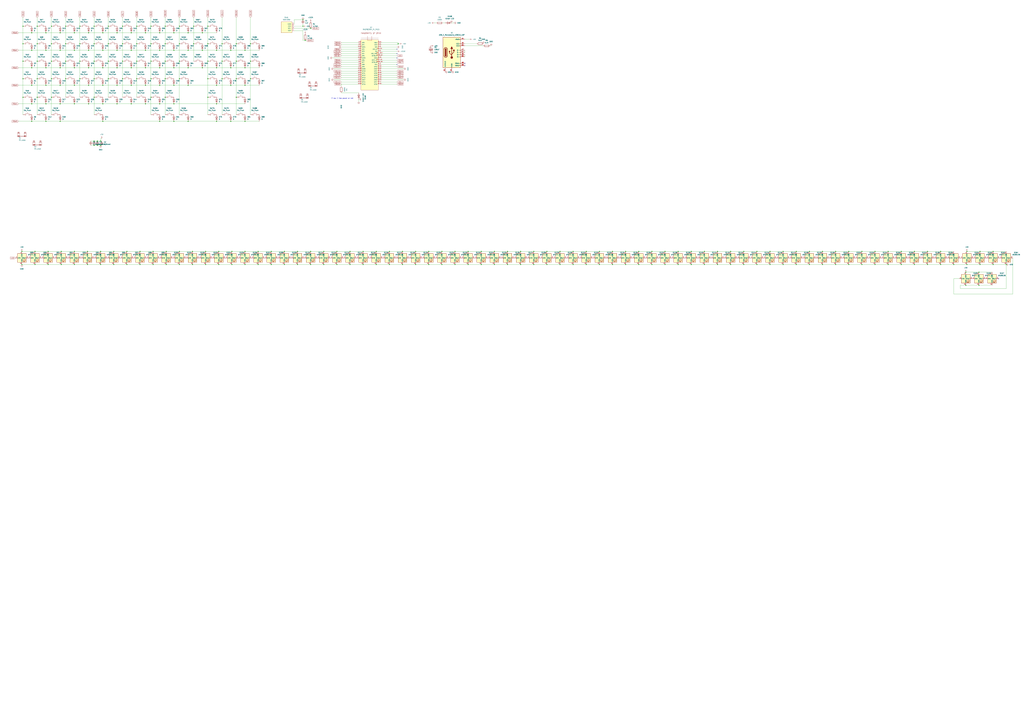
<source format=kicad_sch>
(kicad_sch (version 20241209) (generator "eeschema") (generator_version "8.99")
  (paper "A0")
  (lib_symbols
    (symbol "Connector:USB_C_Receptacle_USB2.0_16P" (pin_names (offset 1.016))
      (property "Reference" "J" (at 0 22.225 0))
      (property "Value" "USB_C_Receptacle_USB2.0_16P" (at 0 19.685 0))
      (symbol "USB_C_Receptacle_USB2.0_16P_1_1"
        (pin passive line (at -7.62 -22.86 90) (length 5.08) (name "SHIELD") (number "S1"))
        (pin passive line (at 0 -22.86 90) (length 5.08) (name "GND") (number "A1"))
        (pin passive line (at 0 -22.86 90) (length 5.08) (hide yes) (name "GND") (number "A12"))
        (pin passive line (at 0 -22.86 90) (length 5.08) (hide yes) (name "GND") (number "B1"))
        (pin passive line (at 0 -22.86 90) (length 5.08) (hide yes) (name "GND") (number "B12"))
        (pin passive line (at 15.24 15.24 180) (length 5.08) (name "VBUS") (number "A4"))
        (pin passive line (at 15.24 15.24 180) (length 5.08) (hide yes) (name "VBUS") (number "A9"))
        (pin passive line (at 15.24 15.24 180) (length 5.08) (hide yes) (name "VBUS") (number "B4"))
        (pin passive line (at 15.24 15.24 180) (length 5.08) (hide yes) (name "VBUS") (number "B9"))
        (pin bidirectional line (at 15.24 10.16 180) (length 5.08) (name "CC1") (number "A5"))
        (pin bidirectional line (at 15.24 7.62 180) (length 5.08) (name "CC2") (number "B5"))
        (pin bidirectional line (at 15.24 2.54 180) (length 5.08) (name "D-") (number "A7"))
        (pin bidirectional line (at 15.24 0 180) (length 5.08) (name "D-") (number "B7"))
        (pin bidirectional line (at 15.24 -2.54 180) (length 5.08) (name "D+") (number "A6"))
        (pin bidirectional line (at 15.24 -5.08 180) (length 5.08) (name "D+") (number "B6"))
        (pin bidirectional line (at 15.24 -12.7 180) (length 5.08) (name "SBU1") (number "A8"))
        (pin bidirectional line (at 15.24 -15.24 180) (length 5.08) (name "SBU2") (number "B8"))
      )
    )
    (symbol "Device:C_Polarized" (pin_numbers (hide yes)) (pin_names (offset 0.254))
      (property "Reference" "C" (at 0.635 2.54 0))
      (property "Value" "C_Polarized" (at 0.635 -2.54 0))
      (symbol "C_Polarized_1_1"
        (pin passive line (at 0 3.81 270) (length 2.794) (name "~") (number "1"))
        (pin passive line (at 0 -3.81 90) (length 2.794) (name "~") (number "2"))
      )
    )
    (symbol "Device:C_Small" (pin_numbers (hide yes)) (pin_names (offset 0.254) (hide yes))
      (property "Reference" "C" (at 0.254 1.778 0))
      (property "Value" "C_Small" (at 0.254 -2.032 0))
      (symbol "C_Small_1_1"
        (pin passive line (at 0 2.54 270) (length 2.032) (name "~") (number "1"))
        (pin passive line (at 0 -2.54 90) (length 2.032) (name "~") (number "2"))
      )
    )
    (symbol "Device:D" (pin_numbers (hide yes)) (pin_names (offset 1.016) (hide yes))
      (property "Reference" "D" (at 0 2.54 0))
      (property "Value" "D" (at 0 -2.54 0))
      (symbol "D_1_1"
        (pin passive line (at -3.81 0 0) (length 2.54) (name "K") (number "1"))
        (pin passive line (at 3.81 0 180) (length 2.54) (name "A") (number "2"))
      )
    )
    (symbol "Device:LED" (pin_numbers (hide yes)) (pin_names (offset 1.016) (hide yes))
      (property "Reference" "D" (at 0 2.54 0))
      (property "Value" "LED" (at 0 -2.54 0))
      (symbol "LED_1_1"
        (pin passive line (at -3.81 0 0) (length 2.54) (name "K") (number "1"))
        (pin passive line (at 3.81 0 180) (length 2.54) (name "A") (number "2"))
      )
    )
    (symbol "Device:R" (pin_numbers (hide yes)) (pin_names (offset 0))
      (property "Reference" "R" (at 2.032 0 90))
      (property "Value" "R" (at 0 0 90))
      (symbol "R_1_1"
        (pin passive line (at 0 3.81 270) (length 1.27) (name "~") (number "1"))
        (pin passive line (at 0 -3.81 90) (length 1.27) (name "~") (number "2"))
      )
    )
    (symbol "LED:WS2812B" (pin_names (offset 0.254))
      (property "Reference" "D" (at 5.08 5.715 0))
      (property "Value" "WS2812B" (at 1.27 -5.715 0))
      (symbol "WS2812B_0_0"
        (text "RGB" (at 2.286 -4.191 0) (effects (font (size 0.762 0.762))))
      )
      (symbol "WS2812B_1_1"
        (pin input line (at -7.62 0 0) (length 2.54) (name "DIN") (number "4"))
        (pin power_in line (at 0 7.62 270) (length 2.54) (name "VDD") (number "1"))
        (pin power_in line (at 0 -7.62 90) (length 2.54) (name "VSS") (number "3"))
        (pin output line (at 7.62 0 180) (length 2.54) (name "DOUT") (number "2"))
      )
    )
    (symbol "OLED:SSD1306" (pin_names (offset 1.016))
      (property "Reference" "Brd" (at 0 -3.81 0))
      (property "Value" "SSD1306" (at 0 -1.27 0))
      (symbol "SSD1306_1_1"
        (pin input line (at -3.81 8.89 270) (length 2.54) (name "GND") (number "1"))
        (pin input line (at -1.27 8.89 270) (length 2.54) (name "VCC") (number "2"))
        (pin input line (at 1.27 8.89 270) (length 2.54) (name "SCL") (number "3"))
        (pin input line (at 3.81 8.89 270) (length 2.54) (name "SDA") (number "4"))
      )
    )
    (symbol "PCM_marbastlib-mx:MX_stab" (pin_names (offset 1.016))
      (property "Reference" "S" (at -5.08 6.35 0))
      (property "Value" "MX_stab" (at -5.08 3.81 0))
    )
    (symbol "RASPBERRY_PI_PICO:RASPBERRY_PI_PICO" (pin_names (offset 1.016))
      (property "Reference" "U" (at 0 0 0))
      (property "Value" "RASPBERRY_PI_PICO" (at 0 0 0))
      (symbol "RASPBERRY_PI_PICO_0_0"
        (text "raspberry pi pico" (at -7.62 30.48 0) (effects (font (size 1.778 1.778)) (justify left bottom)))
        (pin bidirectional line (at -10.16 20.32 0) (length 2.54) (name "GP0") (number "GP0"))
        (pin bidirectional line (at -10.16 17.78 0) (length 2.54) (name "GP1") (number "GP1"))
        (pin bidirectional line (at -10.16 15.24 0) (length 2.54) (name "GND4") (number "GND4"))
        (pin bidirectional line (at -10.16 12.7 0) (length 2.54) (name "GP2") (number "GP2"))
        (pin bidirectional line (at -10.16 10.16 0) (length 2.54) (name "GP3") (number "GP3"))
        (pin bidirectional line (at -10.16 7.62 0) (length 2.54) (name "GP4") (number "GP4"))
        (pin bidirectional line (at -10.16 5.08 0) (length 2.54) (name "GP5") (number "GP5"))
        (pin bidirectional line (at -10.16 2.54 0) (length 2.54) (name "GND5") (number "GND5"))
        (pin bidirectional line (at -10.16 0 0) (length 2.54) (name "GP6") (number "GP6"))
        (pin bidirectional line (at -10.16 -2.54 0) (length 2.54) (name "GP7") (number "GP7"))
        (pin bidirectional line (at -10.16 -5.08 0) (length 2.54) (name "GP8") (number "GP8"))
        (pin bidirectional line (at -10.16 -7.62 0) (length 2.54) (name "GP9") (number "GP9"))
        (pin bidirectional line (at -10.16 -10.16 0) (length 2.54) (name "GND6") (number "GND6"))
        (pin bidirectional line (at -10.16 -12.7 0) (length 2.54) (name "GP10") (number "GP10"))
        (pin bidirectional line (at -10.16 -15.24 0) (length 2.54) (name "GP11") (number "GP11"))
        (pin bidirectional line (at -10.16 -17.78 0) (length 2.54) (name "GP12") (number "GP12"))
        (pin bidirectional line (at -10.16 -20.32 0) (length 2.54) (name "GP13") (number "GP13"))
        (pin bidirectional line (at -10.16 -22.86 0) (length 2.54) (name "GND7") (number "GND7"))
        (pin bidirectional line (at -10.16 -25.4 0) (length 2.54) (name "GP14") (number "GP14"))
        (pin bidirectional line (at -10.16 -27.94 0) (length 2.54) (name "GP15") (number "GP15"))
        (pin bidirectional line (at 15.24 20.32 180) (length 2.54) (name "VBUS") (number "VBUS"))
        (pin bidirectional line (at 15.24 17.78 180) (length 2.54) (name "VSYS") (number "VSYS"))
        (pin bidirectional line (at 15.24 15.24 180) (length 2.54) (name "GND") (number "GND"))
        (pin bidirectional line (at 15.24 12.7 180) (length 2.54) (name "3V3_EN") (number "3V3_EN"))
        (pin bidirectional line (at 15.24 10.16 180) (length 2.54) (name "3V3") (number "3V3"))
        (pin bidirectional line (at 15.24 7.62 180) (length 2.54) (name "ADC_VREF") (number "ADC_VREF"))
        (pin bidirectional line (at 15.24 5.08 180) (length 2.54) (name "GP28_A2") (number "GP28_A2"))
        (pin bidirectional line (at 15.24 2.54 180) (length 2.54) (name "AGND") (number "AGND"))
        (pin bidirectional line (at 15.24 0 180) (length 2.54) (name "GP27_A1") (number "GP27_A1"))
        (pin bidirectional line (at 15.24 -2.54 180) (length 2.54) (name "GP26_A0") (number "GP26_A0"))
        (pin bidirectional line (at 15.24 -5.08 180) (length 2.54) (name "RUN") (number "RUN"))
        (pin bidirectional line (at 15.24 -7.62 180) (length 2.54) (name "GP22") (number "GP22"))
        (pin bidirectional line (at 15.24 -10.16 180) (length 2.54) (name "GND2") (number "GND2"))
        (pin bidirectional line (at 15.24 -12.7 180) (length 2.54) (name "GP21") (number "GP21"))
        (pin bidirectional line (at 15.24 -15.24 180) (length 2.54) (name "GP20") (number "GP20"))
        (pin bidirectional line (at 15.24 -17.78 180) (length 2.54) (name "GP19") (number "GP19"))
        (pin bidirectional line (at 15.24 -20.32 180) (length 2.54) (name "GP18") (number "GP18"))
        (pin bidirectional line (at 15.24 -22.86 180) (length 2.54) (name "GND3") (number "GND3"))
        (pin bidirectional line (at 15.24 -25.4 180) (length 2.54) (name "GP17") (number "GP17"))
        (pin bidirectional line (at 15.24 -27.94 180) (length 2.54) (name "GP16") (number "GP16"))
      )
    )
    (symbol "Switch:SW_Push" (pin_numbers (hide yes)) (pin_names (offset 1.016) (hide yes))
      (property "Reference" "SW" (at 1.27 2.54 0))
      (property "Value" "SW_Push" (at 0 -1.524 0))
      (symbol "SW_Push_0_1"
        (pin passive line (at -5.08 0 0) (length 2.54) (name "1") (number "1"))
        (pin passive line (at 5.08 0 180) (length 2.54) (name "2") (number "2"))
      )
    )
    (symbol "power:+3.3V" (power) (pin_numbers (hide yes)) (pin_names (offset 0) (hide yes))
      (property "Value" "+3.3V" (at 0 3.556 0))
      (symbol "+3.3V_1_1"
        (pin power_in line (at 0 0 90) (length 0) (name "~") (number "1"))
      )
    )
    (symbol "power:+5V" (power) (pin_numbers (hide yes)) (pin_names (offset 0) (hide yes))
      (property "Value" "+5V" (at 0 3.556 0))
      (symbol "+5V_1_1"
        (pin power_in line (at 0 0 90) (length 0) (name "~") (number "1"))
      )
    )
    (symbol "power:GND" (power) (pin_numbers (hide yes)) (pin_names (offset 0) (hide yes))
      (property "Value" "GND" (at 0 -3.81 0))
      (symbol "GND_1_1"
        (pin power_in line (at 0 0 270) (length 0) (name "~") (number "1"))
      )
    )
  )
  (text "If row 1 has power or not\n" (at 397.51 114.3 0) (effects (font (size 1.27 1.27))))
  (junction (at 391.16 307.34))
  (junction (at 330.2 292.1))
  (junction (at 772.16 292.1))
  (junction (at 726.44 307.34))
  (junction (at 69.85 58.42))
  (junction (at 241.3 71.12))
  (junction (at 1046.48 292.1))
  (junction (at 193.04 307.34))
  (junction (at 467.36 292.1))
  (junction (at 1016 292.1))
  (junction (at 1031.24 307.34))
  (junction (at 406.4 292.1))
  (junction (at 1137.92 292.1))
  (junction (at 86.36 292.1))
  (junction (at 391.16 292.1))
  (junction (at 970.28 307.34))
  (junction (at 375.92 307.34))
  (junction (at 848.36 307.34))
  (junction (at 878.84 292.1))
  (junction (at 290.83 50.8))
  (junction (at 817.88 292.1))
  (junction (at 152.4 99.06))
  (junction (at 650.24 307.34))
  (junction (at 36.83 78.74))
  (junction (at 284.48 99.06))
  (junction (at 421.64 292.1))
  (junction (at 1121.41 331.47))
  (junction (at 147.32 292.1))
  (junction (at 482.6 307.34))
  (junction (at 345.44 292.1))
  (junction (at 152.4 120.65))
  (junction (at 254 307.34))
  (junction (at 76.2 91.44))
  (junction (at 833.12 307.34))
  (junction (at 894.08 292.1))
  (junction (at 132.08 307.34))
  (junction (at 92.71 71.12))
  (junction (at 513.08 307.34))
  (junction (at 40.64 292.1))
  (junction (at 589.28 307.34))
  (junction (at 158.75 30.48))
  (junction (at 201.93 58.42))
  (junction (at 251.46 58.42))
  (junction (at 113.03 168.91))
  (junction (at 116.84 168.91))
  (junction (at 863.6 292.1))
  (junction (at 290.83 71.12))
  (junction (at 269.24 292.1))
  (junction (at 36.83 99.06))
  (junction (at 1137.92 307.34))
  (junction (at 1136.65 331.47))
  (junction (at 101.6 292.1))
  (junction (at 650.24 292.1))
  (junction (at 1031.24 292.1))
  (junction (at 76.2 30.48))
  (junction (at 314.96 292.1))
  (junction (at 102.87 120.65))
  (junction (at 345.44 307.34))
  (junction (at 158.75 71.12))
  (junction (at 168.91 38.1))
  (junction (at 924.56 307.34))
  (junction (at 191.77 91.44))
  (junction (at 726.44 292.1))
  (junction (at 680.72 292.1))
  (junction (at 267.97 99.06))
  (junction (at 224.79 50.8))
  (junction (at 1122.68 307.34))
  (junction (at 125.73 91.44))
  (junction (at 25.4 292.1))
  (junction (at 119.38 140.97))
  (junction (at 69.85 78.74))
  (junction (at 241.3 50.8))
  (junction (at 680.72 307.34))
  (junction (at 218.44 58.42))
  (junction (at 142.24 71.12))
  (junction (at 604.52 292.1))
  (junction (at 125.73 71.12))
  (junction (at 116.84 292.1))
  (junction (at 924.56 292.1))
  (junction (at 741.68 307.34))
  (junction (at 695.96 292.1))
  (junction (at 360.68 292.1))
  (junction (at 802.64 292.1))
  (junction (at 59.69 113.03))
  (junction (at 208.28 71.12))
  (junction (at 589.28 292.1))
  (junction (at 92.71 50.8))
  (junction (at 241.3 91.44))
  (junction (at 168.91 120.65))
  (junction (at 175.26 113.03))
  (junction (at 86.36 78.74))
  (junction (at 119.38 38.1))
  (junction (at 36.83 38.1))
  (junction (at 86.36 58.42))
  (junction (at 1016 307.34))
  (junction (at 53.34 140.97))
  (junction (at 59.69 50.8))
  (junction (at 1061.72 292.1))
  (junction (at 177.8 307.34))
  (junction (at 1000.76 292.1))
  (junction (at 69.85 120.65))
  (junction (at 1061.72 307.34))
  (junction (at 436.88 307.34))
  (junction (at 223.52 292.1))
  (junction (at 102.87 99.06))
  (junction (at 177.8 292.1))
  (junction (at 147.32 307.34))
  (junction (at 1168.4 307.34))
  (junction (at 132.08 292.1))
  (junction (at 939.8 307.34))
  (junction (at 175.26 30.48))
  (junction (at 92.71 30.48))
  (junction (at 257.81 71.12))
  (junction (at 267.97 140.97))
  (junction (at 238.76 292.1))
  (junction (at 635 292.1))
  (junction (at 59.69 71.12))
  (junction (at 284.48 140.97))
  (junction (at 175.26 91.44))
  (junction (at 59.69 91.44))
  (junction (at 909.32 292.1))
  (junction (at 436.88 292.1))
  (junction (at 102.87 58.42))
  (junction (at 619.76 307.34))
  (junction (at 218.44 78.74))
  (junction (at 269.24 307.34))
  (junction (at 142.24 50.8))
  (junction (at 101.6 307.34))
  (junction (at 185.42 120.65))
  (junction (at 711.2 307.34))
  (junction (at 299.72 292.1))
  (junction (at 201.93 99.06))
  (junction (at 86.36 307.34))
  (junction (at 741.68 292.1))
  (junction (at 69.85 140.97))
  (junction (at 191.77 50.8))
  (junction (at 185.42 140.97))
  (junction (at 36.83 58.42))
  (junction (at 125.73 30.48))
  (junction (at 833.12 292.1))
  (junction (at 142.24 91.44))
  (junction (at 802.64 307.34))
  (junction (at 135.89 38.1))
  (junction (at 756.92 307.34))
  (junction (at 135.89 99.06))
  (junction (at 116.84 163.83))
  (junction (at 102.87 38.1))
  (junction (at 201.93 78.74))
  (junction (at 543.56 307.34))
  (junction (at 574.04 307.34))
  (junction (at 109.22 50.8))
  (junction (at 360.68 307.34))
  (junction (at 142.24 30.48))
  (junction (at 76.2 71.12))
  (junction (at 756.92 292.1))
  (junction (at 254 292.1))
  (junction (at 251.46 99.06))
  (junction (at 1092.2 292.1))
  (junction (at 185.42 58.42))
  (junction (at 109.22 163.83))
  (junction (at 152.4 38.1))
  (junction (at 158.75 50.8))
  (junction (at 1000.76 307.34))
  (junction (at 955.04 307.34))
  (junction (at 462.28 50.8))
  (junction (at 135.89 78.74))
  (junction (at 1121.41 316.23))
  (junction (at 284.48 58.42))
  (junction (at 1107.44 307.34))
  (junction (at 162.56 292.1))
  (junction (at 497.84 292.1))
  (junction (at 257.81 50.8))
  (junction (at 71.12 307.34))
  (junction (at 175.26 71.12))
  (junction (at 55.88 292.1))
  (junction (at 53.34 99.06))
  (junction (at 26.67 71.12))
  (junction (at 558.8 292.1))
  (junction (at 970.28 292.1))
  (junction (at 251.46 78.74))
  (junction (at 53.34 120.65))
  (junction (at 234.95 38.1))
  (junction (at 375.92 292.1))
  (junction (at 711.2 292.1))
  (junction (at 528.32 292.1))
  (junction (at 939.8 292.1))
  (junction (at 158.75 91.44))
  (junction (at 53.34 38.1))
  (junction (at 59.69 30.48))
  (junction (at 109.22 71.12))
  (junction (at 26.67 50.8))
  (junction (at 119.38 58.42))
  (junction (at 43.18 71.12))
  (junction (at 299.72 307.34))
  (junction (at 53.34 78.74))
  (junction (at 234.95 78.74))
  (junction (at 36.83 140.97))
  (junction (at 1153.16 307.34))
  (junction (at 354.33 46.99))
  (junction (at 224.79 30.48))
  (junction (at 135.89 58.42))
  (junction (at 284.48 292.1))
  (junction (at 1153.16 292.1))
  (junction (at 351.79 22.86))
  (junction (at 201.93 140.97))
  (junction (at 452.12 292.1))
  (junction (at 185.42 78.74))
  (junction (at 191.77 71.12))
  (junction (at 452.12 307.34))
  (junction (at 53.34 58.42))
  (junction (at 152.4 78.74))
  (junction (at 894.08 307.34))
  (junction (at 208.28 307.34))
  (junction (at 193.04 292.1))
  (junction (at 102.87 78.74))
  (junction (at 985.52 307.34))
  (junction (at 238.76 307.34))
  (junction (at 86.36 38.1))
  (junction (at 86.36 99.06))
  (junction (at 1136.65 316.23))
  (junction (at 43.18 50.8))
  (junction (at 208.28 91.44))
  (junction (at 162.56 307.34))
  (junction (at 26.67 91.44))
  (junction (at 119.38 78.74))
  (junction (at 218.44 38.1))
  (junction (at 257.81 91.44))
  (junction (at 218.44 99.06))
  (junction (at 208.28 50.8))
  (junction (at 43.18 113.03))
  (junction (at 40.64 307.34))
  (junction (at 116.84 307.34))
  (junction (at 695.96 307.34))
  (junction (at 543.56 292.1))
  (junction (at 604.52 307.34))
  (junction (at 1076.96 292.1))
  (junction (at 26.67 30.48))
  (junction (at 43.18 30.48))
  (junction (at 218.44 140.97))
  (junction (at 251.46 120.65))
  (junction (at 119.38 120.65))
  (junction (at 267.97 78.74))
  (junction (at 772.16 307.34))
  (junction (at 909.32 307.34))
  (junction (at 558.8 307.34))
  (junction (at 109.22 168.91))
  (junction (at 109.22 113.03))
  (junction (at 113.03 163.83))
  (junction (at 25.4 307.34))
  (junction (at 863.6 307.34))
  (junction (at 274.32 113.03))
  (junction (at 191.77 113.03))
  (junction (at 330.2 307.34))
  (junction (at 251.46 140.97))
  (junction (at 817.88 307.34))
  (junction (at 406.4 307.34))
  (junction (at 208.28 292.1))
  (junction (at 234.95 58.42))
  (junction (at 43.18 91.44))
  (junction (at 185.42 99.06))
  (junction (at 208.28 30.48))
  (junction (at 168.91 78.74))
  (junction (at 360.68 33.02))
  (junction (at 86.36 120.65))
  (junction (at 351.79 30.48))
  (junction (at 955.04 292.1))
  (junction (at 528.32 307.34))
  (junction (at 223.52 307.34))
  (junction (at 92.71 91.44))
  (junction (at 175.26 50.8))
  (junction (at 314.96 307.34))
  (junction (at 284.48 307.34))
  (junction (at 135.89 120.65))
  (junction (at 55.88 307.34))
  (junction (at 665.48 307.34))
  (junction (at 787.4 292.1))
  (junction (at 26.67 113.03))
  (junction (at 201.93 38.1))
  (junction (at 168.91 99.06))
  (junction (at 241.3 30.48))
  (junction (at 574.04 292.1))
  (junction (at 513.08 292.1))
  (junction (at 274.32 50.8))
  (junction (at 36.83 120.65))
  (junction (at 274.32 71.12))
  (junction (at 497.84 307.34))
  (junction (at 985.52 292.1))
  (junction (at 1076.96 307.34))
  (junction (at 482.6 292.1))
  (junction (at 619.76 292.1))
  (junction (at 76.2 50.8))
  (junction (at 1122.68 292.1))
  (junction (at 848.36 292.1))
  (junction (at 421.64 307.34))
  (junction (at 665.48 292.1))
  (junction (at 1092.2 307.34))
  (junction (at 109.22 30.48))
  (junction (at 290.83 91.44))
  (junction (at 241.3 113.03))
  (junction (at 191.77 30.48))
  (junction (at 69.85 99.06))
  (junction (at 1046.48 307.34))
  (junction (at 274.32 91.44))
  (junction (at 71.12 292.1))
  (junction (at 168.91 58.42))
  (junction (at 152.4 58.42))
  (junction (at 119.38 99.06))
  (junction (at 109.22 91.44))
  (junction (at 267.97 58.42))
  (junction (at 125.73 50.8))
  (junction (at 878.84 307.34))
  (junction (at 185.42 38.1))
  (junction (at 284.48 78.74))
  (junction (at 467.36 307.34))
  (junction (at 201.93 120.65))
  (junction (at 787.4 307.34))
  (junction (at 69.85 38.1))
  (junction (at 635 307.34))
  (no_connect (at 461.01 57.15))
  (no_connect (at 461.01 67.31))
  (no_connect (at 461.01 74.93))
  (no_connect (at 1159.51 323.85))
  (no_connect (at 539.75 73.66))
  (no_connect (at 461.01 62.23))
  (no_connect (at 539.75 76.2))
  (wire (pts (xy 878.84 307.34) (xy 894.08 307.34)))
  (wire (pts (xy 604.52 292.1) (xy 619.76 292.1)))
  (wire (pts (xy 461.01 82.55) (xy 441.96 82.55)))
  (wire (pts (xy 802.64 307.34) (xy 817.88 307.34)))
  (wire (pts (xy 1122.68 292.1) (xy 1137.92 292.1)))
  (wire (pts (xy 351.79 30.48) (xy 351.79 27.94)))
  (wire (pts (xy 92.71 91.44) (xy 92.71 113.03)))
  (wire (pts (xy 396.24 95.25) (xy 416.56 95.25)))
  (wire (pts (xy 461.01 72.39) (xy 441.96 72.39)))
  (wire (pts (xy 461.01 69.85) (xy 441.96 69.85)))
  (wire (pts (xy 1153.16 307.34) (xy 1168.4 307.34)))
  (wire (pts (xy 461.01 67.31) (xy 441.96 67.31)))
  (wire (pts (xy 101.6 307.34) (xy 116.84 307.34)))
  (wire (pts (xy 71.12 307.34) (xy 86.36 307.34)))
  (wire (pts (xy 284.48 307.34) (xy 299.72 307.34)))
  (wire (pts (xy 619.76 292.1) (xy 635 292.1)))
  (wire (pts (xy 833.12 307.34) (xy 848.36 307.34)))
  (wire (pts (xy 193.04 307.34) (xy 208.28 307.34)))
  (wire (pts (xy 482.6 292.1) (xy 497.84 292.1)))
  (wire (pts (xy 1121.41 331.47) (xy 1136.65 331.47)))
  (wire (pts (xy 185.42 120.65) (xy 201.93 120.65)))
  (wire (pts (xy 101.6 292.1) (xy 116.84 292.1)))
  (wire (pts (xy 299.72 292.1) (xy 314.96 292.1)))
  (wire (pts (xy 116.84 168.91) (xy 118.11 168.91)))
  (wire (pts (xy 102.87 78.74) (xy 119.38 78.74)))
  (wire (pts (xy 1115.06 331.47) (xy 1115.06 335.28)))
  (wire (pts (xy 848.36 307.34) (xy 863.6 307.34)))
  (wire (pts (xy 119.38 140.97) (xy 185.42 140.97)))
  (wire (pts (xy 441.96 52.07) (xy 462.28 52.07)))
  (wire (pts (xy 1136.65 316.23) (xy 1151.89 316.23)))
  (wire (pts (xy 361.95 33.02) (xy 360.68 33.02)))
  (wire (pts (xy 452.12 292.1) (xy 467.36 292.1)))
  (wire (pts (xy 274.32 50.8) (xy 274.32 71.12)))
  (wire (pts (xy 341.63 27.94) (xy 341.63 22.86)))
  (wire (pts (xy 26.67 50.8) (xy 26.67 71.12)))
  (wire (pts (xy 254 307.34) (xy 269.24 307.34)))
  (wire (pts (xy 787.4 307.34) (xy 802.64 307.34)))
  (wire (pts (xy 43.18 71.12) (xy 43.18 91.44)))
  (wire (pts (xy 109.22 30.48) (xy 109.22 50.8)))
  (wire (pts (xy 43.18 50.8) (xy 43.18 71.12)))
  (wire (pts (xy 467.36 292.1) (xy 482.6 292.1)))
  (wire (pts (xy 59.69 20.32) (xy 59.69 30.48)))
  (wire (pts (xy 135.89 78.74) (xy 152.4 78.74)))
  (wire (pts (xy 452.12 307.34) (xy 467.36 307.34)))
  (wire (pts (xy 113.03 168.91) (xy 116.84 168.91)))
  (wire (pts (xy 1016 292.1) (xy 1031.24 292.1)))
  (wire (pts (xy 909.32 307.34) (xy 924.56 307.34)))
  (wire (pts (xy 462.28 49.53) (xy 462.28 50.8)))
  (wire (pts (xy 1061.72 307.34) (xy 1076.96 307.34)))
  (wire (pts (xy 396.24 90.17) (xy 416.56 90.17)))
  (wire (pts (xy 461.01 64.77) (xy 441.96 64.77)))
  (wire (pts (xy 53.34 78.74) (xy 69.85 78.74)))
  (wire (pts (xy 386.08 67.31) (xy 416.56 67.31)))
  (wire (pts (xy 218.44 38.1) (xy 234.95 38.1)))
  (wire (pts (xy 406.4 292.1) (xy 421.64 292.1)))
  (wire (pts (xy 92.71 71.12) (xy 92.71 91.44)))
  (wire (pts (xy 741.68 307.34) (xy 756.92 307.34)))
  (wire (pts (xy 105.41 168.91) (xy 109.22 168.91)))
  (wire (pts (xy 193.04 292.1) (xy 208.28 292.1)))
  (wire (pts (xy 238.76 292.1) (xy 254 292.1)))
  (wire (pts (xy 113.03 163.83) (xy 116.84 163.83)))
  (wire (pts (xy 284.48 99.06) (xy 300.99 99.06)))
  (wire (pts (xy 284.48 292.1) (xy 299.72 292.1)))
  (wire (pts (xy 561.34 53.34) (xy 539.75 53.34)))
  (wire (pts (xy 360.68 307.34) (xy 375.92 307.34)))
  (wire (pts (xy 92.71 20.32) (xy 92.71 30.48)))
  (wire (pts (xy 135.89 58.42) (xy 152.4 58.42)))
  (wire (pts (xy 355.6 46.99) (xy 354.33 46.99)))
  (wire (pts (xy 191.77 113.03) (xy 191.77 133.35)))
  (wire (pts (xy 21.59 58.42) (xy 36.83 58.42)))
  (wire (pts (xy 71.12 292.1) (xy 86.36 292.1)))
  (wire (pts (xy 116.84 307.34) (xy 132.08 307.34)))
  (wire (pts (xy 574.04 307.34) (xy 589.28 307.34)))
  (wire (pts (xy 680.72 292.1) (xy 695.96 292.1)))
  (wire (pts (xy 86.36 120.65) (xy 102.87 120.65)))
  (wire (pts (xy 168.91 99.06) (xy 185.42 99.06)))
  (wire (pts (xy 284.48 58.42) (xy 300.99 58.42)))
  (wire (pts (xy 269.24 307.34) (xy 284.48 307.34)))
  (wire (pts (xy 387.35 80.01) (xy 416.56 80.01)))
  (wire (pts (xy 341.63 30.48) (xy 351.79 30.48)))
  (wire (pts (xy 69.85 140.97) (xy 119.38 140.97)))
  (wire (pts (xy 985.52 307.34) (xy 1000.76 307.34)))
  (wire (pts (xy 152.4 58.42) (xy 168.91 58.42)))
  (wire (pts (xy 497.84 292.1) (xy 513.08 292.1)))
  (wire (pts (xy 109.22 91.44) (xy 109.22 113.03)))
  (wire (pts (xy 863.6 307.34) (xy 878.84 307.34)))
  (wire (pts (xy 330.2 292.1) (xy 345.44 292.1)))
  (wire (pts (xy 741.68 292.1) (xy 756.92 292.1)))
  (wire (pts (xy 152.4 120.65) (xy 168.91 120.65)))
  (wire (pts (xy 201.93 58.42) (xy 218.44 58.42)))
  (wire (pts (xy 665.48 307.34) (xy 680.72 307.34)))
  (wire (pts (xy 36.83 140.97) (xy 53.34 140.97)))
  (wire (pts (xy 142.24 20.32) (xy 142.24 30.48)))
  (wire (pts (xy 513.08 307.34) (xy 528.32 307.34)))
  (wire (pts (xy 544.83 45.72) (xy 539.75 45.72)))
  (wire (pts (xy 69.85 38.1) (xy 86.36 38.1)))
  (wire (pts (xy 254 292.1) (xy 269.24 292.1)))
  (wire (pts (xy 894.08 292.1) (xy 909.32 292.1)))
  (wire (pts (xy 1115.06 335.28) (xy 1168.4 335.28)))
  (wire (pts (xy 396.24 69.85) (xy 416.56 69.85)))
  (wire (pts (xy 147.32 307.34) (xy 162.56 307.34)))
  (wire (pts (xy 396.24 77.47) (xy 416.56 77.47)))
  (wire (pts (xy 59.69 50.8) (xy 59.69 71.12)))
  (wire (pts (xy 284.48 78.74) (xy 300.99 78.74)))
  (wire (pts (xy 175.26 113.03) (xy 175.26 133.35)))
  (wire (pts (xy 218.44 78.74) (xy 234.95 78.74)))
  (wire (pts (xy 387.35 92.71) (xy 416.56 92.71)))
  (wire (pts (xy 441.96 80.01) (xy 468.63 80.01)))
  (wire (pts (xy 461.01 74.93) (xy 441.96 74.93)))
  (wire (pts (xy 109.22 163.83) (xy 113.03 163.83)))
  (wire (pts (xy 257.81 91.44) (xy 257.81 133.35)))
  (wire (pts (xy 208.28 30.48) (xy 208.28 50.8)))
  (wire (pts (xy 772.16 307.34) (xy 787.4 307.34)))
  (wire (pts (xy 118.11 161.29) (xy 116.84 161.29)))
  (wire (pts (xy 251.46 78.74) (xy 267.97 78.74)))
  (wire (pts (xy 142.24 50.8) (xy 142.24 71.12)))
  (wire (pts (xy 257.81 50.8) (xy 257.81 71.12)))
  (wire (pts (xy 135.89 99.06) (xy 152.4 99.06)))
  (wire (pts (xy 267.97 58.42) (xy 284.48 58.42)))
  (wire (pts (xy 21.59 38.1) (xy 36.83 38.1)))
  (wire (pts (xy 59.69 113.03) (xy 59.69 133.35)))
  (wire (pts (xy 152.4 99.06) (xy 168.91 99.06)))
  (wire (pts (xy 726.44 292.1) (xy 741.68 292.1)))
  (wire (pts (xy 726.44 307.34) (xy 741.68 307.34)))
  (wire (pts (xy 711.2 307.34) (xy 726.44 307.34)))
  (wire (pts (xy 396.24 97.79) (xy 396.24 100.33)))
  (wire (pts (xy 125.73 91.44) (xy 125.73 113.03)))
  (wire (pts (xy 59.69 91.44) (xy 59.69 113.03)))
  (wire (pts (xy 158.75 30.48) (xy 158.75 50.8)))
  (wire (pts (xy 396.24 87.63) (xy 416.56 87.63)))
  (wire (pts (xy 589.28 307.34) (xy 604.52 307.34)))
  (wire (pts (xy 175.26 50.8) (xy 175.26 71.12)))
  (wire (pts (xy 234.95 78.74) (xy 251.46 78.74)))
  (wire (pts (xy 191.77 71.12) (xy 191.77 91.44)))
  (wire (pts (xy 119.38 58.42) (xy 135.89 58.42)))
  (wire (pts (xy 119.38 38.1) (xy 135.89 38.1)))
  (wire (pts (xy 539.75 58.42) (xy 539.75 60.96)))
  (wire (pts (xy 132.08 307.34) (xy 147.32 307.34)))
  (wire (pts (xy 43.18 20.32) (xy 43.18 30.48)))
  (wire (pts (xy 1092.2 292.1) (xy 1076.96 292.1)))
  (wire (pts (xy 396.24 57.15) (xy 416.56 57.15)))
  (wire (pts (xy 1000.76 307.34) (xy 1016 307.34)))
  (wire (pts (xy 553.72 50.8) (xy 539.75 50.8)))
  (wire (pts (xy 40.64 307.34) (xy 55.88 307.34)))
  (wire (pts (xy 396.24 72.39) (xy 416.56 72.39)))
  (wire (pts (xy 251.46 120.65) (xy 284.48 120.65)))
  (wire (pts (xy 1092.2 307.34) (xy 1107.44 307.34)))
  (wire (pts (xy 1137.92 307.34) (xy 1153.16 307.34)))
  (wire (pts (xy 274.32 71.12) (xy 274.32 91.44)))
  (wire (pts (xy 158.75 20.32) (xy 158.75 30.48)))
  (wire (pts (xy 939.8 307.34) (xy 955.04 307.34)))
  (wire (pts (xy 267.97 99.06) (xy 284.48 99.06)))
  (wire (pts (xy 462.28 50.8) (xy 462.28 52.07)))
  (wire (pts (xy 695.96 307.34) (xy 711.2 307.34)))
  (wire (pts (xy 467.36 307.34) (xy 482.6 307.34)))
  (wire (pts (xy 135.89 38.1) (xy 152.4 38.1)))
  (wire (pts (xy 391.16 307.34) (xy 406.4 307.34)))
  (wire (pts (xy 241.3 30.48) (xy 241.3 50.8)))
  (wire (pts (xy 955.04 292.1) (xy 970.28 292.1)))
  (wire (pts (xy 1107.44 292.1) (xy 1092.2 292.1)))
  (wire (pts (xy 208.28 50.8) (xy 208.28 71.12)))
  (wire (pts (xy 375.92 307.34) (xy 391.16 307.34)))
  (wire (pts (xy 314.96 307.34) (xy 330.2 307.34)))
  (wire (pts (xy 269.24 292.1) (xy 284.48 292.1)))
  (wire (pts (xy 191.77 30.48) (xy 191.77 50.8)))
  (wire (pts (xy 909.32 292.1) (xy 924.56 292.1)))
  (wire (pts (xy 497.84 307.34) (xy 513.08 307.34)))
  (wire (pts (xy 396.24 107.95) (xy 416.56 107.95)))
  (wire (pts (xy 436.88 307.34) (xy 452.12 307.34)))
  (wire (pts (xy 396.24 59.69) (xy 416.56 59.69)))
  (wire (pts (xy 345.44 307.34) (xy 360.68 307.34)))
  (wire (pts (xy 341.63 22.86) (xy 351.79 22.86)))
  (wire (pts (xy 396.24 52.07) (xy 416.56 52.07)))
  (wire (pts (xy 116.84 292.1) (xy 132.08 292.1)))
  (wire (pts (xy 290.83 50.8) (xy 290.83 71.12)))
  (wire (pts (xy 175.26 30.48) (xy 175.26 50.8)))
  (wire (pts (xy 568.96 53.34) (xy 570.23 53.34)))
  (wire (pts (xy 208.28 71.12) (xy 208.28 91.44)))
  (wire (pts (xy 36.83 78.74) (xy 53.34 78.74)))
  (wire (pts (xy 257.81 71.12) (xy 257.81 91.44)))
  (wire (pts (xy 86.36 78.74) (xy 102.87 78.74)))
  (wire (pts (xy 158.75 71.12) (xy 158.75 91.44)))
  (wire (pts (xy 314.96 292.1) (xy 330.2 292.1)))
  (wire (pts (xy 185.42 99.06) (xy 201.93 99.06)))
  (wire (pts (xy 351.79 46.99) (xy 351.79 35.56)))
  (wire (pts (xy 463.55 50.8) (xy 462.28 50.8)))
  (wire (pts (xy 147.32 292.1) (xy 162.56 292.1)))
  (wire (pts (xy 119.38 120.65) (xy 135.89 120.65)))
  (wire (pts (xy 175.26 71.12) (xy 175.26 91.44)))
  (wire (pts (xy 175.26 91.44) (xy 175.26 113.03)))
  (wire (pts (xy 251.46 58.42) (xy 267.97 58.42)))
  (wire (pts (xy 158.75 91.44) (xy 158.75 113.03)))
  (wire (pts (xy 274.32 20.32) (xy 274.32 50.8)))
  (wire (pts (xy 119.38 99.06) (xy 135.89 99.06)))
  (wire (pts (xy 461.01 95.25) (xy 441.96 95.25)))
  (wire (pts (xy 152.4 38.1) (xy 168.91 38.1)))
  (wire (pts (xy 396.24 85.09) (xy 416.56 85.09)))
  (wire (pts (xy 1168.4 335.28) (xy 1168.4 307.34)))
  (wire (pts (xy 396.24 97.79) (xy 416.56 97.79)))
  (wire (pts (xy 76.2 30.48) (xy 76.2 50.8)))
  (wire (pts (xy 817.88 307.34) (xy 833.12 307.34)))
  (wire (pts (xy 201.93 120.65) (xy 251.46 120.65)))
  (wire (pts (xy 109.22 113.03) (xy 109.22 133.35)))
  (wire (pts (xy 441.96 49.53) (xy 462.28 49.53)))
  (wire (pts (xy 461.01 85.09) (xy 441.96 85.09)))
  (wire (pts (xy 218.44 99.06) (xy 251.46 99.06)))
  (wire (pts (xy 201.93 78.74) (xy 218.44 78.74)))
  (wire (pts (xy 391.16 292.1) (xy 406.4 292.1)))
  (wire (pts (xy 396.24 62.23) (xy 416.56 62.23)))
  (wire (pts (xy 26.67 113.03) (xy 26.67 133.35)))
  (wire (pts (xy 635 292.1) (xy 650.24 292.1)))
  (wire (pts (xy 1076.96 307.34) (xy 1092.2 307.34)))
  (wire (pts (xy 833.12 292.1) (xy 848.36 292.1)))
  (wire (pts (xy 1107.44 323.85) (xy 1113.79 323.85)))
  (wire (pts (xy 55.88 307.34) (xy 71.12 307.34)))
  (wire (pts (xy 970.28 292.1) (xy 985.52 292.1)))
  (wire (pts (xy 125.73 20.32) (xy 125.73 30.48)))
  (wire (pts (xy 119.38 78.74) (xy 135.89 78.74)))
  (wire (pts (xy 116.84 163.83) (xy 118.11 163.83)))
  (wire (pts (xy 241.3 91.44) (xy 241.3 113.03)))
  (wire (pts (xy 238.76 307.34) (xy 254 307.34)))
  (wire (pts (xy 86.36 38.1) (xy 102.87 38.1)))
  (wire (pts (xy 86.36 99.06) (xy 102.87 99.06)))
  (wire (pts (xy 26.67 71.12) (xy 26.67 91.44)))
  (wire (pts (xy 543.56 292.1) (xy 558.8 292.1)))
  (wire (pts (xy 59.69 30.48) (xy 59.69 50.8)))
  (wire (pts (xy 185.42 78.74) (xy 201.93 78.74)))
  (wire (pts (xy 21.59 78.74) (xy 36.83 78.74)))
  (wire (pts (xy 191.77 20.32) (xy 191.77 30.48)))
  (wire (pts (xy 251.46 140.97) (xy 267.97 140.97)))
  (wire (pts (xy 524.51 26.67) (xy 527.05 26.67)))
  (wire (pts (xy 299.72 307.34) (xy 314.96 307.34)))
  (wire (pts (xy 218.44 140.97) (xy 251.46 140.97)))
  (wire (pts (xy 158.75 50.8) (xy 158.75 71.12)))
  (wire (pts (xy 208.28 292.1) (xy 223.52 292.1)))
  (wire (pts (xy 142.24 30.48) (xy 142.24 50.8)))
  (wire (pts (xy 86.36 292.1) (xy 101.6 292.1)))
  (wire (pts (xy 116.84 161.29) (xy 116.84 163.83)))
  (wire (pts (xy 396.24 74.93) (xy 416.56 74.93)))
  (wire (pts (xy 360.68 33.02) (xy 341.63 33.02)))
  (wire (pts (xy 985.52 292.1) (xy 1000.76 292.1)))
  (wire (pts (xy 695.96 292.1) (xy 711.2 292.1)))
  (wire (pts (xy 185.42 58.42) (xy 201.93 58.42)))
  (wire (pts (xy 201.93 99.06) (xy 218.44 99.06)))
  (wire (pts (xy 396.24 64.77) (xy 416.56 64.77)))
  (wire (pts (xy 69.85 78.74) (xy 86.36 78.74)))
  (wire (pts (xy 69.85 120.65) (xy 86.36 120.65)))
  (wire (pts (xy 290.83 20.32) (xy 290.83 50.8)))
  (wire (pts (xy 53.34 140.97) (xy 69.85 140.97)))
  (wire (pts (xy 396.24 54.61) (xy 416.56 54.61)))
  (wire (pts (xy 125.73 71.12) (xy 125.73 91.44)))
  (wire (pts (xy 168.91 78.74) (xy 185.42 78.74)))
  (wire (pts (xy 185.42 140.97) (xy 201.93 140.97)))
  (wire (pts (xy 43.18 30.48) (xy 43.18 50.8)))
  (wire (pts (xy 421.64 307.34) (xy 436.88 307.34)))
  (wire (pts (xy 185.42 38.1) (xy 201.93 38.1)))
  (wire (pts (xy 461.01 62.23) (xy 441.96 62.23)))
  (wire (pts (xy 1031.24 292.1) (xy 1046.48 292.1)))
  (wire (pts (xy 92.71 50.8) (xy 92.71 71.12)))
  (wire (pts (xy 168.91 38.1) (xy 185.42 38.1)))
  (wire (pts (xy 1061.72 292.1) (xy 1046.48 292.1)))
  (wire (pts (xy 69.85 99.06) (xy 86.36 99.06)))
  (wire (pts (xy 218.44 58.42) (xy 234.95 58.42)))
  (wire (pts (xy 105.41 163.83) (xy 109.22 163.83)))
  (wire (pts (xy 650.24 292.1) (xy 665.48 292.1)))
  (wire (pts (xy 177.8 307.34) (xy 193.04 307.34)))
  (wire (pts (xy 53.34 120.65) (xy 69.85 120.65)))
  (wire (pts (xy 168.91 120.65) (xy 185.42 120.65)))
  (wire (pts (xy 53.34 99.06) (xy 69.85 99.06)))
  (wire (pts (xy 257.81 20.32) (xy 257.81 50.8)))
  (wire (pts (xy 354.33 46.99) (xy 351.79 46.99)))
  (wire (pts (xy 36.83 120.65) (xy 53.34 120.65)))
  (wire (pts (xy 848.36 292.1) (xy 863.6 292.1)))
  (wire (pts (xy 224.79 50.8) (xy 224.79 71.12)))
  (wire (pts (xy 191.77 91.44) (xy 191.77 113.03)))
  (wire (pts (xy 241.3 50.8) (xy 241.3 71.12)))
  (wire (pts (xy 36.83 58.42) (xy 53.34 58.42)))
  (wire (pts (xy 36.83 38.1) (xy 53.34 38.1)))
  (wire (pts (xy 1000.76 292.1) (xy 1016 292.1)))
  (wire (pts (xy 102.87 58.42) (xy 119.38 58.42)))
  (wire (pts (xy 26.67 30.48) (xy 26.67 50.8)))
  (wire (pts (xy 241.3 71.12) (xy 241.3 91.44)))
  (wire (pts (xy 290.83 71.12) (xy 290.83 91.44)))
  (wire (pts (xy 1153.16 292.1) (xy 1168.4 292.1)))
  (wire (pts (xy 939.8 292.1) (xy 955.04 292.1)))
  (wire (pts (xy 635 307.34) (xy 650.24 307.34)))
  (wire (pts (xy 970.28 307.34) (xy 985.52 307.34)))
  (wire (pts (xy 539.75 63.5) (xy 539.75 66.04)))
  (wire (pts (xy 1107.44 341.63) (xy 1107.44 323.85)))
  (wire (pts (xy 102.87 38.1) (xy 119.38 38.1)))
  (wire (pts (xy 461.01 54.61) (xy 441.96 54.61)))
  (wire (pts (xy 802.64 292.1) (xy 817.88 292.1)))
  (wire (pts (xy 461.01 90.17) (xy 441.96 90.17)))
  (wire (pts (xy 1122.68 307.34) (xy 1137.92 307.34)))
  (wire (pts (xy 461.01 87.63) (xy 441.96 87.63)))
  (wire (pts (xy 396.24 82.55) (xy 416.56 82.55)))
  (wire (pts (xy 26.67 91.44) (xy 26.67 113.03)))
  (wire (pts (xy 1136.65 331.47) (xy 1151.89 331.47)))
  (wire (pts (xy 251.46 99.06) (xy 267.97 99.06)))
  (wire (pts (xy 109.22 20.32) (xy 109.22 30.48)))
  (wire (pts (xy 43.18 113.03) (xy 43.18 133.35)))
  (wire (pts (xy 241.3 113.03) (xy 241.3 133.35)))
  (wire (pts (xy 125.73 50.8) (xy 125.73 71.12)))
  (wire (pts (xy 504.19 26.67) (xy 506.73 26.67)))
  (wire (pts (xy 102.87 120.65) (xy 119.38 120.65)))
  (wire (pts (xy 558.8 292.1) (xy 574.04 292.1)))
  (wire (pts (xy 21.59 120.65) (xy 36.83 120.65)))
  (wire (pts (xy 513.08 292.1) (xy 528.32 292.1)))
  (wire (pts (xy 1137.92 292.1) (xy 1153.16 292.1)))
  (wire (pts (xy 878.84 292.1) (xy 894.08 292.1)))
  (wire (pts (xy 461.01 57.15) (xy 441.96 57.15)))
  (wire (pts (xy 25.4 292.1) (xy 40.64 292.1)))
  (wire (pts (xy 416.56 115.57) (xy 416.56 118.11)))
  (wire (pts (xy 76.2 50.8) (xy 76.2 71.12)))
  (wire (pts (xy 92.71 30.48) (xy 92.71 50.8)))
  (wire (pts (xy 76.2 91.44) (xy 76.2 113.03)))
  (wire (pts (xy 290.83 91.44) (xy 290.83 133.35)))
  (wire (pts (xy 924.56 307.34) (xy 939.8 307.34)))
  (wire (pts (xy 604.52 307.34) (xy 619.76 307.34)))
  (wire (pts (xy 86.36 307.34) (xy 101.6 307.34)))
  (wire (pts (xy 1121.41 316.23) (xy 1136.65 316.23)))
  (wire (pts (xy 375.92 292.1) (xy 391.16 292.1)))
  (wire (pts (xy 528.32 292.1) (xy 543.56 292.1)))
  (wire (pts (xy 267.97 78.74) (xy 284.48 78.74)))
  (wire (pts (xy 86.36 58.42) (xy 102.87 58.42)))
  (wire (pts (xy 1046.48 307.34) (xy 1061.72 307.34)))
  (wire (pts (xy 955.04 307.34) (xy 970.28 307.34)))
  (wire (pts (xy 40.64 292.1) (xy 55.88 292.1)))
  (wire (pts (xy 1016 307.34) (xy 1031.24 307.34)))
  (wire (pts (xy 461.01 77.47) (xy 441.96 77.47)))
  (wire (pts (xy 175.26 20.32) (xy 175.26 30.48)))
  (wire (pts (xy 125.73 30.48) (xy 125.73 50.8)))
  (wire (pts (xy 817.88 292.1) (xy 833.12 292.1)))
  (wire (pts (xy 223.52 292.1) (xy 238.76 292.1)))
  (wire (pts (xy 680.72 307.34) (xy 695.96 307.34)))
  (wire (pts (xy 360.68 292.1) (xy 375.92 292.1)))
  (wire (pts (xy 201.93 140.97) (xy 218.44 140.97)))
  (wire (pts (xy 132.08 292.1) (xy 147.32 292.1)))
  (wire (pts (xy 1031.24 307.34) (xy 1046.48 307.34)))
  (wire (pts (xy 756.92 307.34) (xy 772.16 307.34)))
  (wire (pts (xy 191.77 50.8) (xy 191.77 71.12)))
  (wire (pts (xy 482.6 307.34) (xy 497.84 307.34)))
  (wire (pts (xy 345.44 292.1) (xy 360.68 292.1)))
  (wire (pts (xy 267.97 140.97) (xy 284.48 140.97)))
  (wire (pts (xy 461.01 97.79) (xy 441.96 97.79)))
  (wire (pts (xy 152.4 78.74) (xy 168.91 78.74)))
  (wire (pts (xy 1076.96 292.1) (xy 1061.72 292.1)))
  (wire (pts (xy 351.79 35.56) (xy 341.63 35.56)))
  (wire (pts (xy 43.18 91.44) (xy 43.18 113.03)))
  (wire (pts (xy 76.2 71.12) (xy 76.2 91.44)))
  (wire (pts (xy 102.87 99.06) (xy 119.38 99.06)))
  (wire (pts (xy 461.01 59.69) (xy 441.96 59.69)))
  (wire (pts (xy 109.22 71.12) (xy 109.22 91.44)))
  (wire (pts (xy 274.32 91.44) (xy 274.32 113.03)))
  (wire (pts (xy 894.08 307.34) (xy 909.32 307.34)))
  (wire (pts (xy 665.48 292.1) (xy 680.72 292.1)))
  (wire (pts (xy 36.83 99.06) (xy 53.34 99.06)))
  (wire (pts (xy 76.2 20.32) (xy 76.2 30.48)))
  (wire (pts (xy 135.89 120.65) (xy 152.4 120.65)))
  (wire (pts (xy 406.4 307.34) (xy 421.64 307.34)))
  (wire (pts (xy 208.28 91.44) (xy 208.28 133.35)))
  (wire (pts (xy 436.88 292.1) (xy 452.12 292.1)))
  (wire (pts (xy 396.24 49.53) (xy 416.56 49.53)))
  (wire (pts (xy 528.32 307.34) (xy 543.56 307.34)))
  (wire (pts (xy 26.67 20.32) (xy 26.67 30.48)))
  (wire (pts (xy 241.3 20.32) (xy 241.3 30.48)))
  (wire (pts (xy 787.4 292.1) (xy 802.64 292.1)))
  (wire (pts (xy 574.04 292.1) (xy 589.28 292.1)))
  (wire (pts (xy 421.64 292.1) (xy 436.88 292.1)))
  (wire (pts (xy 224.79 20.32) (xy 224.79 30.48)))
  (wire (pts (xy 177.8 292.1) (xy 193.04 292.1)))
  (wire (pts (xy 53.34 38.1) (xy 69.85 38.1)))
  (wire (pts (xy 924.56 292.1) (xy 939.8 292.1)))
  (wire (pts (xy 234.95 38.1) (xy 251.46 38.1)))
  (wire (pts (xy 53.34 58.42) (xy 69.85 58.42)))
  (wire (pts (xy 109.22 168.91) (xy 113.03 168.91)))
  (wire (pts (xy 142.24 91.44) (xy 142.24 113.03)))
  (wire (pts (xy 142.24 71.12) (xy 142.24 91.44)))
  (wire (pts (xy 1176.02 341.63) (xy 1107.44 341.63)))
  (wire (pts (xy 69.85 58.42) (xy 86.36 58.42)))
  (wire (pts (xy 619.76 307.34) (xy 635 307.34)))
  (wire (pts (xy 208.28 20.32) (xy 208.28 30.48)))
  (wire (pts (xy 162.56 292.1) (xy 177.8 292.1)))
  (wire (pts (xy 162.56 307.34) (xy 177.8 307.34)))
  (wire (pts (xy 589.28 292.1) (xy 604.52 292.1)))
  (wire (pts (xy 168.91 58.42) (xy 185.42 58.42)))
  (wire (pts (xy 55.88 292.1) (xy 71.12 292.1)))
  (wire (pts (xy 201.93 38.1) (xy 218.44 38.1)))
  (wire (pts (xy 59.69 71.12) (xy 59.69 91.44)))
  (wire (pts (xy 224.79 30.48) (xy 224.79 50.8)))
  (wire (pts (xy 109.22 50.8) (xy 109.22 71.12)))
  (wire (pts (xy 558.8 307.34) (xy 574.04 307.34)))
  (wire (pts (xy 25.4 307.34) (xy 40.64 307.34)))
  (wire (pts (xy 1107.44 307.34) (xy 1122.68 307.34)))
  (wire (pts (xy 756.92 292.1) (xy 772.16 292.1)))
  (wire (pts (xy 1176.02 299.72) (xy 1176.02 341.63)))
  (wire (pts (xy 21.59 99.06) (xy 36.83 99.06)))
  (wire (pts (xy 772.16 292.1) (xy 787.4 292.1)))
  (wire (pts (xy 234.95 58.42) (xy 251.46 58.42)))
  (wire (pts (xy 650.24 307.34) (xy 665.48 307.34)))
  (wire (pts (xy 543.56 307.34) (xy 558.8 307.34)))
  (wire (pts (xy 514.35 26.67) (xy 516.89 26.67)))
  (wire (pts (xy 441.96 92.71) (xy 468.63 92.71)))
  (wire (pts (xy 274.32 113.03) (xy 274.32 133.35)))
  (wire (pts (xy 223.52 307.34) (xy 238.76 307.34)))
  (wire (pts (xy 330.2 307.34) (xy 345.44 307.34)))
  (wire (pts (xy 863.6 292.1) (xy 878.84 292.1)))
  (wire (pts (xy 21.59 140.97) (xy 36.83 140.97)))
  (wire (pts (xy 711.2 292.1) (xy 726.44 292.1)))
  (wire (pts (xy 208.28 307.34) (xy 223.52 307.34)))
  (wire (pts (xy 1115.06 331.47) (xy 1121.41 331.47)))
  (wire (pts (xy 284.48 140.97) (xy 300.99 140.97)))
  (global_label "ROW2" (shape input) (at 396.24 52.07 180) (property "Intersheetrefs" "${INTERSHEET_REFS}" (effects (hide yes))))
  (global_label "LED" (shape input) (at 461.01 64.77 0) (property "Intersheetrefs" "${INTERSHEET_REFS}" (effects (hide yes))))
  (global_label "COL0" (shape input) (at 461.01 97.79 0) (property "Intersheetrefs" "${INTERSHEET_REFS}" (effects (hide yes))))
  (global_label "COL2" (shape input) (at 59.69 20.32 90) (property "Intersheetrefs" "${INTERSHEET_REFS}" (effects (hide yes))))
  (global_label "COL8" (shape input) (at 461.01 69.85 0) (property "Intersheetrefs" "${INTERSHEET_REFS}" (effects (hide yes))))
  (global_label "COL12" (shape input) (at 396.24 95.25 180) (property "Intersheetrefs" "${INTERSHEET_REFS}" (effects (hide yes))))
  (global_label "COL10" (shape input) (at 396.24 87.63 180) (property "Intersheetrefs" "${INTERSHEET_REFS}" (effects (hide yes))))
  (global_label "ROW1" (shape input) (at 396.24 57.15 180) (property "Intersheetrefs" "${INTERSHEET_REFS}" (effects (hide yes))))
  (global_label "COL8" (shape input) (at 158.75 20.32 90) (property "Intersheetrefs" "${INTERSHEET_REFS}" (effects (hide yes))))
  (global_label "LED" (shape input) (at 17.78 299.72 180) (property "Intersheetrefs" "${INTERSHEET_REFS}" (effects (hide yes))))
  (global_label "COL4" (shape input) (at 461.01 85.09 0) (property "Intersheetrefs" "${INTERSHEET_REFS}" (effects (hide yes))))
  (global_label "COL16" (shape input) (at 396.24 59.69 180) (property "Intersheetrefs" "${INTERSHEET_REFS}" (effects (hide yes))))
  (global_label "SDAOL" (shape input) (at 355.6 46.99 0) (property "Intersheetrefs" "${INTERSHEET_REFS}" (effects (hide yes))))
  (global_label "COL13" (shape input) (at 241.3 20.32 90) (property "Intersheetrefs" "${INTERSHEET_REFS}" (effects (hide yes))))
  (global_label "ROW3" (shape input) (at 396.24 49.53 180) (property "Intersheetrefs" "${INTERSHEET_REFS}" (effects (hide yes))))
  (global_label "COL5" (shape input) (at 461.01 82.55 0) (property "Intersheetrefs" "${INTERSHEET_REFS}" (effects (hide yes))))
  (global_label "COL5" (shape input) (at 109.22 20.32 90) (property "Intersheetrefs" "${INTERSHEET_REFS}" (effects (hide yes))))
  (global_label "ROW4" (shape input) (at 396.24 72.39 180) (property "Intersheetrefs" "${INTERSHEET_REFS}" (effects (hide yes))))
  (global_label "COL14" (shape input) (at 257.81 20.32 90) (property "Intersheetrefs" "${INTERSHEET_REFS}" (effects (hide yes))))
  (global_label "SCLOL" (shape input) (at 361.95 33.02 0) (property "Intersheetrefs" "${INTERSHEET_REFS}" (effects (hide yes))))
  (global_label "ROW0" (shape input) (at 396.24 97.79 180) (property "Intersheetrefs" "${INTERSHEET_REFS}" (effects (hide yes))))
  (global_label "COL15" (shape input) (at 274.32 20.32 90) (property "Intersheetrefs" "${INTERSHEET_REFS}" (effects (hide yes))))
  (global_label "ROW5" (shape input) (at 396.24 69.85 180) (property "Intersheetrefs" "${INTERSHEET_REFS}" (effects (hide yes))))
  (global_label "COL15" (shape input) (at 396.24 74.93 180) (property "Intersheetrefs" "${INTERSHEET_REFS}" (effects (hide yes))))
  (global_label "COL7" (shape input) (at 461.01 72.39 0) (property "Intersheetrefs" "${INTERSHEET_REFS}" (effects (hide yes))))
  (global_label "ROW4" (shape input) (at 21.59 120.65 180) (property "Intersheetrefs" "${INTERSHEET_REFS}" (effects (hide yes))))
  (global_label "COL0" (shape input) (at 26.67 20.32 90) (property "Intersheetrefs" "${INTERSHEET_REFS}" (effects (hide yes))))
  (global_label "COL16" (shape input) (at 290.83 20.32 90) (property "Intersheetrefs" "${INTERSHEET_REFS}" (effects (hide yes))))
  (global_label "COL11" (shape input) (at 208.28 20.32 90) (property "Intersheetrefs" "${INTERSHEET_REFS}" (effects (hide yes))))
  (global_label "COL3" (shape input) (at 461.01 87.63 0) (property "Intersheetrefs" "${INTERSHEET_REFS}" (effects (hide yes))))
  (global_label "COL11" (shape input) (at 396.24 90.17 180) (property "Intersheetrefs" "${INTERSHEET_REFS}" (effects (hide yes))))
  (global_label "COL1" (shape input) (at 461.01 95.25 0) (property "Intersheetrefs" "${INTERSHEET_REFS}" (effects (hide yes))))
  (global_label "COL9" (shape input) (at 175.26 20.32 90) (property "Intersheetrefs" "${INTERSHEET_REFS}" (effects (hide yes))))
  (global_label "COL12" (shape input) (at 224.79 20.32 90) (property "Intersheetrefs" "${INTERSHEET_REFS}" (effects (hide yes))))
  (global_label "ROW3" (shape input) (at 21.59 99.06 180) (property "Intersheetrefs" "${INTERSHEET_REFS}" (effects (hide yes))))
  (global_label "COL6" (shape input) (at 461.01 77.47 0) (property "Intersheetrefs" "${INTERSHEET_REFS}" (effects (hide yes))))
  (global_label "ROW0" (shape input) (at 21.59 38.1 180) (property "Intersheetrefs" "${INTERSHEET_REFS}" (effects (hide yes))))
  (global_label "COL10" (shape input) (at 191.77 20.32 90) (property "Intersheetrefs" "${INTERSHEET_REFS}" (effects (hide yes))))
  (global_label "COL2" (shape input) (at 461.01 90.17 0) (property "Intersheetrefs" "${INTERSHEET_REFS}" (effects (hide yes))))
  (global_label "COL7" (shape input) (at 142.24 20.32 90) (property "Intersheetrefs" "${INTERSHEET_REFS}" (effects (hide yes))))
  (global_label "ROW2" (shape input) (at 21.59 78.74 180) (property "Intersheetrefs" "${INTERSHEET_REFS}" (effects (hide yes))))
  (global_label "COL3" (shape input) (at 76.2 20.32 90) (property "Intersheetrefs" "${INTERSHEET_REFS}" (effects (hide yes))))
  (global_label "ROW5" (shape input) (at 21.59 140.97 180) (property "Intersheetrefs" "${INTERSHEET_REFS}" (effects (hide yes))))
  (global_label "COL13" (shape input) (at 396.24 82.55 180) (property "Intersheetrefs" "${INTERSHEET_REFS}" (effects (hide yes))))
  (global_label "COL14" (shape input) (at 396.24 77.47 180) (property "Intersheetrefs" "${INTERSHEET_REFS}" (effects (hide yes))))
  (global_label "COL6" (shape input) (at 125.73 20.32 90) (property "Intersheetrefs" "${INTERSHEET_REFS}" (effects (hide yes))))
  (global_label "COL1" (shape input) (at 43.18 20.32 90) (property "Intersheetrefs" "${INTERSHEET_REFS}" (effects (hide yes))))
  (global_label "SCLOL" (shape input) (at 396.24 64.77 180) (property "Intersheetrefs" "${INTERSHEET_REFS}" (effects (hide yes))))
  (global_label "ROW1" (shape input) (at 21.59 58.42 180) (property "Intersheetrefs" "${INTERSHEET_REFS}" (effects (hide yes))))
  (global_label "COL9" (shape input) (at 396.24 85.09 180) (property "Intersheetrefs" "${INTERSHEET_REFS}" (effects (hide yes))))
  (global_label "COL4" (shape input) (at 92.71 20.32 90) (property "Intersheetrefs" "${INTERSHEET_REFS}" (effects (hide yes))))
  (global_label "SDAOL" (shape input) (at 396.24 62.23 180) (property "Intersheetrefs" "${INTERSHEET_REFS}" (effects (hide yes))))
  (symbol (lib_id "Device:D") (at 185.42 74.93 90) (unit 1)
    (property "Reference" "D52" (at 187.96 73.6599 90) (effects (justify right)))
    (property "Value" "D" (at 187.96 76.1999 90) (effects (justify right)))
    (property "Footprint" "Diode_SMD:D_MiniMELF_Handsoldering" (effects (hide yes)))
    (property "Description" "Diode" (effects (hide yes)))
    (property "Sim.Device" "D" (effects (hide yes)))
    (property "Sim.Pins" "1=K 2=A" (effects (hide yes)))
  )
  (symbol (lib_id "LED:WS2812B") (at 1153.16 299.72 0) (unit 1)
    (property "Reference" "D163" (at 1164.59 293.4014 0))
    (property "Value" "WS2812B" (at 1164.59 295.9414 0))
    (property "Footprint" "LED_SMD:LED_WS2812B_PLCC4_5.0x5.0mm_P3.2mm" (effects (hide yes)))
    (property "Datasheet" "https://cdn-shop.adafruit.com/datasheets/WS2812B.pdf" (effects (hide yes)))
    (property "Description" "RGB LED with integrated controller" (effects (hide yes)))
  )
  (symbol (lib_id "Device:D") (at 152.4 116.84 90) (unit 1)
    (property "Reference" "D44" (at 154.94 115.5699 90) (effects (justify right)))
    (property "Value" "D" (at 154.94 118.1099 90) (effects (justify right)))
    (property "Footprint" "Diode_SMD:D_MiniMELF_Handsoldering" (effects (hide yes)))
    (property "Description" "Diode" (effects (hide yes)))
    (property "Sim.Device" "D" (effects (hide yes)))
    (property "Sim.Pins" "1=K 2=A" (effects (hide yes)))
  )
  (symbol (lib_id "power:GND") (at 468.63 92.71 90) (mirror x) (unit 1)
    (property "Reference" "#PWR014" (effects (hide yes)))
    (property "Value" "GND" (at 473.71 92.71 0))
    (property "Description" "Power symbol creates a global label with name \"GND\" , ground" (effects (hide yes)))
  )
  (symbol (lib_id "LED:WS2812B") (at 558.8 299.72 0) (unit 1)
    (property "Reference" "D124" (at 570.23 293.4014 0))
    (property "Value" "WS2812B" (at 570.23 295.9414 0))
    (property "Footprint" "LED_SMD:LED_WS2812B_PLCC4_5.0x5.0mm_P3.2mm" (effects (hide yes)))
    (property "Datasheet" "https://cdn-shop.adafruit.com/datasheets/WS2812B.pdf" (effects (hide yes)))
    (property "Description" "RGB LED with integrated controller" (effects (hide yes)))
  )
  (symbol (lib_id "Device:D") (at 234.95 54.61 90) (unit 1)
    (property "Reference" "D68" (at 237.49 53.3399 90) (effects (justify right)))
    (property "Value" "D" (at 237.49 55.8799 90) (effects (justify right)))
    (property "Footprint" "Diode_SMD:D_MiniMELF_Handsoldering" (effects (hide yes)))
    (property "Description" "Diode" (effects (hide yes)))
    (property "Sim.Device" "D" (effects (hide yes)))
    (property "Sim.Pins" "1=K 2=A" (effects (hide yes)))
  )
  (symbol (lib_id "Device:D") (at 201.93 116.84 90) (unit 1)
    (property "Reference" "D60" (at 204.47 115.5699 90) (effects (justify right)))
    (property "Value" "D" (at 204.47 118.1099 90) (effects (justify right)))
    (property "Footprint" "Diode_SMD:D_MiniMELF_Handsoldering" (effects (hide yes)))
    (property "Description" "Diode" (effects (hide yes)))
    (property "Sim.Device" "D" (effects (hide yes)))
    (property "Sim.Pins" "1=K 2=A" (effects (hide yes)))
  )
  (symbol (lib_id "Device:D") (at 218.44 95.25 90) (unit 1)
    (property "Reference" "D65" (at 220.98 93.9799 90) (effects (justify right)))
    (property "Value" "D" (at 220.98 96.5199 90) (effects (justify right)))
    (property "Footprint" "Diode_SMD:D_MiniMELF_Handsoldering" (effects (hide yes)))
    (property "Description" "Diode" (effects (hide yes)))
    (property "Sim.Device" "D" (effects (hide yes)))
    (property "Sim.Pins" "1=K 2=A" (effects (hide yes)))
  )
  (symbol (lib_id "Device:D") (at 69.85 137.16 90) (unit 1)
    (property "Reference" "D18" (at 72.39 135.8899 90) (effects (justify right)))
    (property "Value" "D" (at 72.39 138.4299 90) (effects (justify right)))
    (property "Footprint" "Diode_SMD:D_MiniMELF_Handsoldering" (effects (hide yes)))
    (property "Description" "Diode" (effects (hide yes)))
    (property "Sim.Device" "D" (effects (hide yes)))
    (property "Sim.Pins" "1=K 2=A" (effects (hide yes)))
  )
  (symbol (lib_id "Device:D") (at 251.46 95.25 90) (unit 1)
    (property "Reference" "D73" (at 254 93.9799 90) (effects (justify right)))
    (property "Value" "D" (at 254 96.5199 90) (effects (justify right)))
    (property "Footprint" "Diode_SMD:D_MiniMELF_Handsoldering" (effects (hide yes)))
    (property "Description" "Diode" (effects (hide yes)))
    (property "Sim.Device" "D" (effects (hide yes)))
    (property "Sim.Pins" "1=K 2=A" (effects (hide yes)))
  )
  (symbol (lib_id "LED:WS2812B") (at 1151.89 323.85 0) (unit 1)
    (property "Reference" "D167" (at 1163.32 317.5314 0))
    (property "Value" "WS2812B" (at 1163.32 320.0714 0))
    (property "Footprint" "LED_SMD:LED_WS2812B_PLCC4_5.0x5.0mm_P3.2mm" (effects (hide yes)))
    (property "Datasheet" "https://cdn-shop.adafruit.com/datasheets/WS2812B.pdf" (effects (hide yes)))
    (property "Description" "RGB LED with integrated controller" (effects (hide yes)))
  )
  (symbol (lib_id "power:GND") (at 500.38 60.96 90) (unit 1)
    (property "Reference" "#PWR023" (effects (hide yes)))
    (property "Value" "GND" (at 504.19 60.9599 90) (effects (justify right)))
    (property "Description" "Power symbol creates a global label with name \"GND\" , ground" (effects (hide yes)))
  )
  (symbol (lib_id "LED:WS2812B") (at 86.36 299.72 0) (unit 1)
    (property "Reference" "D93" (at 97.79 293.4014 0))
    (property "Value" "WS2812B" (at 97.79 295.9414 0))
    (property "Footprint" "LED_SMD:LED_WS2812B_PLCC4_5.0x5.0mm_P3.2mm" (effects (hide yes)))
    (property "Datasheet" "https://cdn-shop.adafruit.com/datasheets/WS2812B.pdf" (effects (hide yes)))
    (property "Description" "RGB LED with integrated controller" (effects (hide yes)))
  )
  (symbol (lib_id "Device:D") (at 234.95 34.29 90) (unit 1)
    (property "Reference" "D67" (at 237.49 33.0199 90) (effects (justify right)))
    (property "Value" "D" (at 237.49 35.5599 90) (effects (justify right)))
    (property "Footprint" "Diode_SMD:D_MiniMELF_Handsoldering" (effects (hide yes)))
    (property "Description" "Diode" (effects (hide yes)))
    (property "Sim.Device" "D" (effects (hide yes)))
    (property "Sim.Pins" "1=K 2=A" (effects (hide yes)))
  )
  (symbol (lib_id "LED:WS2812B") (at 619.76 299.72 0) (unit 1)
    (property "Reference" "D128" (at 631.19 293.4014 0))
    (property "Value" "WS2812B" (at 631.19 295.9414 0))
    (property "Footprint" "LED_SMD:LED_WS2812B_PLCC4_5.0x5.0mm_P3.2mm" (effects (hide yes)))
    (property "Datasheet" "https://cdn-shop.adafruit.com/datasheets/WS2812B.pdf" (effects (hide yes)))
    (property "Description" "RGB LED with integrated controller" (effects (hide yes)))
  )
  (symbol (lib_id "Switch:SW_Push") (at 180.34 71.12 0) (unit 1)
    (property "Reference" "SW52" (at 180.34 63.5 0))
    (property "Value" "SW_Push" (at 180.34 66.04 0))
    (property "Footprint" "PCM_marbastlib-mx:SW_MX_1u" (effects (hide yes)))
    (property "Description" "Push button switch, generic, two pins" (effects (hide yes)))
  )
  (symbol (lib_id "Switch:SW_Push") (at 81.28 50.8 0) (unit 1)
    (property "Reference" "SW20" (at 81.28 43.18 0))
    (property "Value" "SW_Push" (at 81.28 45.72 0))
    (property "Footprint" "PCM_marbastlib-mx:SW_MX_1u" (effects (hide yes)))
    (property "Description" "Push button switch, generic, two pins" (effects (hide yes)))
  )
  (symbol (lib_id "Device:D") (at 201.93 95.25 90) (unit 1)
    (property "Reference" "D59" (at 204.47 93.9799 90) (effects (justify right)))
    (property "Value" "D" (at 204.47 96.5199 90) (effects (justify right)))
    (property "Footprint" "Diode_SMD:D_MiniMELF_Handsoldering" (effects (hide yes)))
    (property "Description" "Diode" (effects (hide yes)))
    (property "Sim.Device" "D" (effects (hide yes)))
    (property "Sim.Pins" "1=K 2=A" (effects (hide yes)))
  )
  (symbol (lib_id "Device:LED") (at 520.7 26.67 180) (unit 1)
    (property "Reference" "D168" (at 522.2875 19.05 0))
    (property "Value" "Green LED" (at 522.2875 21.59 0))
    (property "Footprint" "LED_SMD:LED_0603_1608Metric_Pad1.05x0.95mm_HandSolder" (effects (hide yes)))
    (property "Description" "Light emitting diode" (effects (hide yes)))
  )
  (symbol (lib_id "Device:D") (at 135.89 95.25 90) (unit 1)
    (property "Reference" "D38" (at 138.43 93.9799 90) (effects (justify right)))
    (property "Value" "D" (at 138.43 96.5199 90) (effects (justify right)))
    (property "Footprint" "Diode_SMD:D_MiniMELF_Handsoldering" (effects (hide yes)))
    (property "Description" "Diode" (effects (hide yes)))
    (property "Sim.Device" "D" (effects (hide yes)))
    (property "Sim.Pins" "1=K 2=A" (effects (hide yes)))
  )
  (symbol (lib_id "PCM_marbastlib-mx:MX_stab") (at 25.4 156.21 0) (unit 1)
    (property "Reference" "S1" (at 21.844 160.274 0) (effects (justify left)))
    (property "Value" "MX_stab" (at 21.844 162.814 0) (effects (justify left)))
    (property "Footprint" "PCM_marbastlib-mx:STAB_MX_2.25u" (effects (hide yes)))
    (property "Description" "Cherry MX-style stabilizer" (effects (hide yes)))
  )
  (symbol (lib_id "Switch:SW_Push") (at 163.83 113.03 0) (unit 1)
    (property "Reference" "SW49" (at 163.83 105.41 0))
    (property "Value" "SW_Push" (at 163.83 107.95 0))
    (property "Footprint" "PCM_marbastlib-mx:SW_MX_1u" (effects (hide yes)))
    (property "Description" "Push button switch, generic, two pins" (effects (hide yes)))
  )
  (symbol (lib_id "Switch:SW_Push") (at 279.4 71.12 0) (unit 1)
    (property "Reference" "SW81" (at 279.4 63.5 0))
    (property "Value" "SW_Push" (at 279.4 66.04 0))
    (property "Footprint" "PCM_marbastlib-mx:SW_MX_1u" (effects (hide yes)))
    (property "Description" "Push button switch, generic, two pins" (effects (hide yes)))
  )
  (symbol (lib_id "power:GND") (at 416.56 118.11 0) (unit 1)
    (property "Reference" "#PWR032" (effects (hide yes)))
    (property "Value" "GND" (at 396.2401 121.92 90) (effects (justify right)))
    (property "Description" "Power symbol creates a global label with name \"GND\" , ground" (effects (hide yes)))
  )
  (symbol (lib_id "Device:D") (at 152.4 95.25 90) (unit 1)
    (property "Reference" "D43" (at 154.94 93.9799 90) (effects (justify right)))
    (property "Value" "D" (at 154.94 96.5199 90) (effects (justify right)))
    (property "Footprint" "Diode_SMD:D_MiniMELF_Handsoldering" (effects (hide yes)))
    (property "Description" "Diode" (effects (hide yes)))
    (property "Sim.Device" "D" (effects (hide yes)))
    (property "Sim.Pins" "1=K 2=A" (effects (hide yes)))
  )
  (symbol (lib_id "power:+3.3V") (at 461.01 59.69 270) (unit 1)
    (property "Reference" "#PWR012" (effects (hide yes)))
    (property "Value" "+3.3V" (at 464.82 59.6899 90) (effects (justify left)))
    (property "Description" "Power symbol creates a global label with name \"+3.3V\"" (effects (hide yes)))
  )
  (symbol (lib_id "LED:WS2812B") (at 833.12 299.72 0) (unit 1)
    (property "Reference" "D142" (at 844.55 293.4014 0))
    (property "Value" "WS2812B" (at 844.55 295.9414 0))
    (property "Footprint" "LED_SMD:LED_WS2812B_PLCC4_5.0x5.0mm_P3.2mm" (effects (hide yes)))
    (property "Datasheet" "https://cdn-shop.adafruit.com/datasheets/WS2812B.pdf" (effects (hide yes)))
    (property "Description" "RGB LED with integrated controller" (effects (hide yes)))
  )
  (symbol (lib_id "Device:D") (at 119.38 54.61 90) (unit 1)
    (property "Reference" "D30" (at 121.92 53.3399 90) (effects (justify right)))
    (property "Value" "D" (at 121.92 55.8799 90) (effects (justify right)))
    (property "Footprint" "Diode_SMD:D_MiniMELF_Handsoldering" (effects (hide yes)))
    (property "Description" "Diode" (effects (hide yes)))
    (property "Sim.Device" "D" (effects (hide yes)))
    (property "Sim.Pins" "1=K 2=A" (effects (hide yes)))
  )
  (symbol (lib_id "Device:D") (at 135.89 54.61 90) (unit 1)
    (property "Reference" "D36" (at 138.43 53.3399 90) (effects (justify right)))
    (property "Value" "D" (at 138.43 55.8799 90) (effects (justify right)))
    (property "Footprint" "Diode_SMD:D_MiniMELF_Handsoldering" (effects (hide yes)))
    (property "Description" "Diode" (effects (hide yes)))
    (property "Sim.Device" "D" (effects (hide yes)))
    (property "Sim.Pins" "1=K 2=A" (effects (hide yes)))
  )
  (symbol (lib_id "LED:WS2812B") (at 848.36 299.72 0) (unit 1)
    (property "Reference" "D143" (at 859.79 293.4014 0))
    (property "Value" "WS2812B" (at 859.79 295.9414 0))
    (property "Footprint" "LED_SMD:LED_WS2812B_PLCC4_5.0x5.0mm_P3.2mm" (effects (hide yes)))
    (property "Datasheet" "https://cdn-shop.adafruit.com/datasheets/WS2812B.pdf" (effects (hide yes)))
    (property "Description" "RGB LED with integrated controller" (effects (hide yes)))
  )
  (symbol (lib_id "Switch:SW_Push") (at 97.79 113.03 0) (unit 1)
    (property "Reference" "SW28" (at 97.79 105.41 0))
    (property "Value" "SW_Push" (at 97.79 107.95 0))
    (property "Footprint" "PCM_marbastlib-mx:SW_MX_1u" (effects (hide yes)))
    (property "Description" "Push button switch, generic, two pins" (effects (hide yes)))
  )
  (symbol (lib_id "Device:R") (at 396.24 104.14 0) (unit 1)
    (property "Reference" "R4" (at 402.59 104.14 90))
    (property "Value" "100Ω" (at 400.05 104.14 90))
    (property "Footprint" "Resistor_SMD:R_0805_2012Metric_Pad1.20x1.40mm_HandSolder" (effects (hide yes)))
    (property "Description" "Resistor" (effects (hide yes)))
  )
  (symbol (lib_id "Switch:SW_Push") (at 48.26 133.35 0) (unit 1)
    (property "Reference" "SW12" (at 48.26 125.73 0))
    (property "Value" "SW_Push" (at 48.26 128.27 0))
    (property "Footprint" "PCM_marbastlib-mx:SW_MX_1.25u" (effects (hide yes)))
    (property "Description" "Push button switch, generic, two pins" (effects (hide yes)))
  )
  (symbol (lib_id "LED:WS2812B") (at 284.48 299.72 0) (unit 1)
    (property "Reference" "D106" (at 295.91 293.4014 0))
    (property "Value" "WS2812B" (at 295.91 295.9414 0))
    (property "Footprint" "LED_SMD:LED_WS2812B_PLCC4_5.0x5.0mm_P3.2mm" (effects (hide yes)))
    (property "Datasheet" "https://cdn-shop.adafruit.com/datasheets/WS2812B.pdf" (effects (hide yes)))
    (property "Description" "RGB LED with integrated controller" (effects (hide yes)))
  )
  (symbol (lib_id "power:GND") (at 516.89 83.82 90) (unit 1)
    (property "Reference" "#PWR018" (effects (hide yes)))
    (property "Value" "GND" (at 519.938 83.82 90) (effects (justify right)))
    (property "Description" "Power symbol creates a global label with name \"GND\" , ground" (effects (hide yes)))
  )
  (symbol (lib_id "LED:WS2812B") (at 1121.41 323.85 0) (unit 1)
    (property "Reference" "D165" (at 1132.84 317.5314 0))
    (property "Value" "WS2812B" (at 1132.84 320.0714 0))
    (property "Footprint" "LED_SMD:LED_WS2812B_PLCC4_5.0x5.0mm_P3.2mm" (effects (hide yes)))
    (property "Datasheet" "https://cdn-shop.adafruit.com/datasheets/WS2812B.pdf" (effects (hide yes)))
    (property "Description" "RGB LED with integrated controller" (effects (hide yes)))
  )
  (symbol (lib_id "LED:WS2812B") (at 772.16 299.72 0) (unit 1)
    (property "Reference" "D138" (at 783.59 293.4014 0))
    (property "Value" "WS2812B" (at 783.59 295.9414 0))
    (property "Footprint" "LED_SMD:LED_WS2812B_PLCC4_5.0x5.0mm_P3.2mm" (effects (hide yes)))
    (property "Datasheet" "https://cdn-shop.adafruit.com/datasheets/WS2812B.pdf" (effects (hide yes)))
    (property "Description" "RGB LED with integrated controller" (effects (hide yes)))
  )
  (symbol (lib_id "LED:WS2812B") (at 254 299.72 0) (unit 1)
    (property "Reference" "D104" (at 265.43 293.4014 0))
    (property "Value" "WS2812B" (at 265.43 295.9414 0))
    (property "Footprint" "LED_SMD:LED_WS2812B_PLCC4_5.0x5.0mm_P3.2mm" (effects (hide yes)))
    (property "Datasheet" "https://cdn-shop.adafruit.com/datasheets/WS2812B.pdf" (effects (hide yes)))
    (property "Description" "RGB LED with integrated controller" (effects (hide yes)))
  )
  (symbol (lib_id "Device:D") (at 135.89 74.93 90) (unit 1)
    (property "Reference" "D37" (at 138.43 73.6599 90) (effects (justify right)))
    (property "Value" "D" (at 138.43 76.1999 90) (effects (justify right)))
    (property "Footprint" "Diode_SMD:D_MiniMELF_Handsoldering" (effects (hide yes)))
    (property "Description" "Diode" (effects (hide yes)))
    (property "Sim.Device" "D" (effects (hide yes)))
    (property "Sim.Pins" "1=K 2=A" (effects (hide yes)))
  )
  (symbol (lib_id "Switch:SW_Push") (at 213.36 30.48 0) (unit 1)
    (property "Reference" "SW62" (at 213.36 22.86 0))
    (property "Value" "SW_Push" (at 213.36 25.4 0))
    (property "Footprint" "PCM_marbastlib-mx:SW_MX_1u" (effects (hide yes)))
    (property "Description" "Push button switch, generic, two pins" (effects (hide yes)))
  )
  (symbol (lib_id "LED:WS2812B") (at 680.72 299.72 0) (unit 1)
    (property "Reference" "D132" (at 692.15 293.4014 0))
    (property "Value" "WS2812B" (at 692.15 295.9414 0))
    (property "Footprint" "LED_SMD:LED_WS2812B_PLCC4_5.0x5.0mm_P3.2mm" (effects (hide yes)))
    (property "Datasheet" "https://cdn-shop.adafruit.com/datasheets/WS2812B.pdf" (effects (hide yes)))
    (property "Description" "RGB LED with integrated controller" (effects (hide yes)))
  )
  (symbol (lib_id "power:GND") (at 116.84 168.91 0) (mirror y) (unit 1)
    (property "Reference" "#PWR017" (effects (hide yes)))
    (property "Value" "GND" (at 116.84 173.99 0))
    (property "Description" "Power symbol creates a global label with name \"GND\" , ground" (effects (hide yes)))
  )
  (symbol (lib_id "Device:D") (at 300.99 137.16 90) (unit 1)
    (property "Reference" "D88" (at 303.53 135.8899 90) (effects (justify right)))
    (property "Value" "D" (at 303.53 138.4299 90) (effects (justify right)))
    (property "Footprint" "Diode_SMD:D_MiniMELF_Handsoldering" (effects (hide yes)))
    (property "Description" "Diode" (effects (hide yes)))
    (property "Sim.Device" "D" (effects (hide yes)))
    (property "Sim.Pins" "1=K 2=A" (effects (hide yes)))
  )
  (symbol (lib_id "Switch:SW_Push") (at 31.75 133.35 0) (unit 1)
    (property "Reference" "SW6" (at 31.75 125.73 0))
    (property "Value" "SW_Push" (at 31.75 128.27 0))
    (property "Footprint" "PCM_marbastlib-mx:SW_MX_1.25u" (effects (hide yes)))
    (property "Description" "Push button switch, generic, two pins" (effects (hide yes)))
  )
  (symbol (lib_id "Device:LED") (at 416.56 111.76 90) (unit 1)
    (property "Reference" "D169" (at 424.18 113.3475 0))
    (property "Value" "Green LED" (at 421.64 113.3475 0))
    (property "Footprint" "LED_SMD:LED_0603_1608Metric_Pad1.05x0.95mm_HandSolder" (effects (hide yes)))
    (property "Description" "Light emitting diode" (effects (hide yes)))
  )
  (symbol (lib_id "Switch:SW_Push") (at 114.3 133.35 0) (unit 1)
    (property "Reference" "SW34" (at 114.3 125.73 0))
    (property "Value" "SW_Push" (at 114.3 128.27 0))
    (property "Footprint" "PCM_marbastlib-mx:SW_MX_1u" (effects (hide yes)))
    (property "Description" "Push button switch, generic, two pins" (effects (hide yes)))
  )
  (symbol (lib_id "LED:WS2812B") (at 208.28 299.72 0) (unit 1)
    (property "Reference" "D101" (at 219.71 293.4014 0))
    (property "Value" "WS2812B" (at 219.71 295.9414 0))
    (property "Footprint" "LED_SMD:LED_WS2812B_PLCC4_5.0x5.0mm_P3.2mm" (effects (hide yes)))
    (property "Datasheet" "https://cdn-shop.adafruit.com/datasheets/WS2812B.pdf" (effects (hide yes)))
    (property "Description" "RGB LED with integrated controller" (effects (hide yes)))
  )
  (symbol (lib_id "Switch:SW_Push") (at 31.75 50.8 0) (unit 1)
    (property "Reference" "SW2" (at 31.75 43.18 0))
    (property "Value" "SW_Push" (at 31.75 45.72 0))
    (property "Footprint" "PCM_marbastlib-mx:SW_MX_1u" (effects (hide yes)))
    (property "Description" "Push button switch, generic, two pins" (effects (hide yes)))
  )
  (symbol (lib_id "Device:D") (at 69.85 74.93 90) (unit 1)
    (property "Reference" "D15" (at 72.39 73.6599 90) (effects (justify right)))
    (property "Value" "D" (at 72.39 76.1999 90) (effects (justify right)))
    (property "Footprint" "Diode_SMD:D_MiniMELF_Handsoldering" (effects (hide yes)))
    (property "Description" "Diode" (effects (hide yes)))
    (property "Sim.Device" "D" (effects (hide yes)))
    (property "Sim.Pins" "1=K 2=A" (effects (hide yes)))
  )
  (symbol (lib_id "Switch:SW_Push") (at 64.77 30.48 0) (unit 1)
    (property "Reference" "SW13" (at 64.77 22.86 0))
    (property "Value" "SW_Push" (at 64.77 25.4 0))
    (property "Footprint" "PCM_marbastlib-mx:SW_MX_1u" (effects (hide yes)))
    (property "Description" "Push button switch, generic, two pins" (effects (hide yes)))
  )
  (symbol (lib_id "PCM_marbastlib-mx:MX_stab") (at 350.52 82.55 0) (unit 1)
    (property "Reference" "S3" (at 346.964 86.614 0) (effects (justify left)))
    (property "Value" "MX_stab" (at 346.964 89.154 0) (effects (justify left)))
    (property "Footprint" "PCM_marbastlib-mx:STAB_MX_2u" (effects (hide yes)))
    (property "Description" "Cherry MX-style stabilizer" (effects (hide yes)))
  )
  (symbol (lib_id "LED:WS2812B") (at 116.84 299.72 0) (unit 1)
    (property "Reference" "D95" (at 128.27 293.4014 0))
    (property "Value" "WS2812B" (at 128.27 295.9414 0))
    (property "Footprint" "LED_SMD:LED_WS2812B_PLCC4_5.0x5.0mm_P3.2mm" (effects (hide yes)))
    (property "Datasheet" "https://cdn-shop.adafruit.com/datasheets/WS2812B.pdf" (effects (hide yes)))
    (property "Description" "RGB LED with integrated controller" (effects (hide yes)))
  )
  (symbol (lib_id "Device:D") (at 152.4 34.29 90) (unit 1)
    (property "Reference" "D40" (at 154.94 33.0199 90) (effects (justify right)))
    (property "Value" "D" (at 154.94 35.5599 90) (effects (justify right)))
    (property "Footprint" "Diode_SMD:D_MiniMELF_Handsoldering" (effects (hide yes)))
    (property "Description" "Diode" (effects (hide yes)))
    (property "Sim.Device" "D" (effects (hide yes)))
    (property "Sim.Pins" "1=K 2=A" (effects (hide yes)))
  )
  (symbol (lib_id "Switch:SW_Push") (at 48.26 30.48 0) (unit 1)
    (property "Reference" "SW7" (at 48.26 22.86 0))
    (property "Value" "SW_Push" (at 48.26 25.4 0))
    (property "Footprint" "PCM_marbastlib-mx:SW_MX_1u" (effects (hide yes)))
    (property "Description" "Push button switch, generic, two pins" (effects (hide yes)))
  )
  (symbol (lib_id "Device:D") (at 102.87 95.25 90) (unit 1)
    (property "Reference" "D27" (at 105.41 93.9799 90) (effects (justify right)))
    (property "Value" "D" (at 105.41 96.5199 90) (effects (justify right)))
    (property "Footprint" "Diode_SMD:D_MiniMELF_Handsoldering" (effects (hide yes)))
    (property "Description" "Diode" (effects (hide yes)))
    (property "Sim.Device" "D" (effects (hide yes)))
    (property "Sim.Pins" "1=K 2=A" (effects (hide yes)))
  )
  (symbol (lib_id "Device:D") (at 300.99 95.25 90) (unit 1)
    (property "Reference" "D87" (at 303.53 93.9799 90) (effects (justify right)))
    (property "Value" "D" (at 303.53 96.5199 90) (effects (justify right)))
    (property "Footprint" "Diode_SMD:D_MiniMELF_Handsoldering" (effects (hide yes)))
    (property "Description" "Diode" (effects (hide yes)))
    (property "Sim.Device" "D" (effects (hide yes)))
    (property "Sim.Pins" "1=K 2=A" (effects (hide yes)))
  )
  (symbol (lib_id "Switch:SW_Push") (at 229.87 50.8 0) (unit 1)
    (property "Reference" "SW68" (at 229.87 43.18 0))
    (property "Value" "SW_Push" (at 229.87 45.72 0))
    (property "Footprint" "PCM_marbastlib-mx:SW_MX_1u" (effects (hide yes)))
    (property "Description" "Push button switch, generic, two pins" (effects (hide yes)))
  )
  (symbol (lib_id "Device:D") (at 201.93 74.93 90) (unit 1)
    (property "Reference" "D58" (at 204.47 73.6599 90) (effects (justify right)))
    (property "Value" "D" (at 204.47 76.1999 90) (effects (justify right)))
    (property "Footprint" "Diode_SMD:D_MiniMELF_Handsoldering" (effects (hide yes)))
    (property "Description" "Diode" (effects (hide yes)))
    (property "Sim.Device" "D" (effects (hide yes)))
    (property "Sim.Pins" "1=K 2=A" (effects (hide yes)))
  )
  (symbol (lib_id "Device:D") (at 36.83 95.25 90) (unit 1)
    (property "Reference" "D4" (at 39.37 93.9799 90) (effects (justify right)))
    (property "Value" "D" (at 39.37 96.5199 90) (effects (justify right)))
    (property "Footprint" "Diode_SMD:D_MiniMELF_Handsoldering" (effects (hide yes)))
    (property "Description" "Diode" (effects (hide yes)))
    (property "Sim.Device" "D" (effects (hide yes)))
    (property "Sim.Pins" "1=K 2=A" (effects (hide yes)))
  )
  (symbol (lib_id "power:GND") (at 527.05 26.67 90) (unit 1)
    (property "Reference" "#PWR010" (effects (hide yes)))
    (property "Value" "GND" (at 530.86 26.6699 90) (effects (justify right)))
    (property "Description" "Power symbol creates a global label with name \"GND\" , ground" (effects (hide yes)))
  )
  (symbol (lib_id "LED:WS2812B") (at 1046.48 299.72 0) (unit 1)
    (property "Reference" "D156" (at 1057.91 293.4014 0))
    (property "Value" "WS2812B" (at 1057.91 295.9414 0))
    (property "Footprint" "LED_SMD:LED_WS2812B_PLCC4_5.0x5.0mm_P3.2mm" (effects (hide yes)))
    (property "Datasheet" "https://cdn-shop.adafruit.com/datasheets/WS2812B.pdf" (effects (hide yes)))
    (property "Description" "RGB LED with integrated controller" (effects (hide yes)))
  )
  (symbol (lib_id "Device:D") (at 284.48 116.84 90) (unit 1)
    (property "Reference" "D83" (at 287.02 115.5699 90) (effects (justify right)))
    (property "Value" "D" (at 287.02 118.1099 90) (effects (justify right)))
    (property "Footprint" "Diode_SMD:D_MiniMELF_Handsoldering" (effects (hide yes)))
    (property "Description" "Diode" (effects (hide yes)))
    (property "Sim.Device" "D" (effects (hide yes)))
    (property "Sim.Pins" "1=K 2=A" (effects (hide yes)))
  )
  (symbol (lib_id "power:GND") (at 461.01 54.61 90) (mirror x) (unit 1)
    (property "Reference" "#PWR011" (effects (hide yes)))
    (property "Value" "GND" (at 467.36 54.61 0))
    (property "Description" "Power symbol creates a global label with name \"GND\" , ground" (effects (hide yes)))
  )
  (symbol (lib_id "LED:WS2812B") (at 589.28 299.72 0) (unit 1)
    (property "Reference" "D126" (at 600.71 293.4014 0))
    (property "Value" "WS2812B" (at 600.71 295.9414 0))
    (property "Footprint" "LED_SMD:LED_WS2812B_PLCC4_5.0x5.0mm_P3.2mm" (effects (hide yes)))
    (property "Datasheet" "https://cdn-shop.adafruit.com/datasheets/WS2812B.pdf" (effects (hide yes)))
    (property "Description" "RGB LED with integrated controller" (effects (hide yes)))
  )
  (symbol (lib_id "Switch:SW_Push") (at 64.77 71.12 0) (unit 1)
    (property "Reference" "SW15" (at 64.77 63.5 0))
    (property "Value" "SW_Push" (at 64.77 66.04 0))
    (property "Footprint" "PCM_marbastlib-mx:SW_MX_1u" (effects (hide yes)))
    (property "Description" "Push button switch, generic, two pins" (effects (hide yes)))
  )
  (symbol (lib_id "Switch:SW_Push") (at 130.81 113.03 0) (unit 1)
    (property "Reference" "SW39" (at 130.81 105.41 0))
    (property "Value" "SW_Push" (at 130.81 107.95 0))
    (property "Footprint" "PCM_marbastlib-mx:SW_MX_1u" (effects (hide yes)))
    (property "Description" "Push button switch, generic, two pins" (effects (hide yes)))
  )
  (symbol (lib_id "power:+3.3V") (at 360.68 25.4 0) (unit 1)
    (property "Reference" "#PWR02" (effects (hide yes)))
    (property "Value" "+3.3V" (at 360.68 20.32 0))
    (property "Description" "Power symbol creates a global label with name \"+3.3V\"" (effects (hide yes)))
  )
  (symbol (lib_id "Device:D") (at 251.46 34.29 90) (unit 1)
    (property "Reference" "D70" (at 254 33.0199 90) (effects (justify right)))
    (property "Value" "D" (at 254 35.5599 90) (effects (justify right)))
    (property "Footprint" "Diode_SMD:D_MiniMELF_Handsoldering" (effects (hide yes)))
    (property "Description" "Diode" (effects (hide yes)))
    (property "Sim.Device" "D" (effects (hide yes)))
    (property "Sim.Pins" "1=K 2=A" (effects (hide yes)))
  )
  (symbol (lib_id "Switch:SW_Push") (at 262.89 133.35 0) (unit 1)
    (property "Reference" "SW79" (at 262.89 125.73 0))
    (property "Value" "SW_Push" (at 262.89 128.27 0))
    (property "Footprint" "PCM_marbastlib-mx:SW_MX_1u" (effects (hide yes)))
    (property "Description" "Push button switch, generic, two pins" (effects (hide yes)))
  )
  (symbol (lib_id "Switch:SW_Push") (at 196.85 71.12 0) (unit 1)
    (property "Reference" "SW58" (at 196.85 63.5 0))
    (property "Value" "SW_Push" (at 196.85 66.04 0))
    (property "Footprint" "PCM_marbastlib-mx:SW_MX_1u" (effects (hide yes)))
    (property "Description" "Push button switch, generic, two pins" (effects (hide yes)))
  )
  (symbol (lib_id "LED:WS2812B") (at 1076.96 299.72 0) (unit 1)
    (property "Reference" "D158" (at 1088.39 293.4014 0))
    (property "Value" "WS2812B" (at 1088.39 295.9414 0))
    (property "Footprint" "LED_SMD:LED_WS2812B_PLCC4_5.0x5.0mm_P3.2mm" (effects (hide yes)))
    (property "Datasheet" "https://cdn-shop.adafruit.com/datasheets/WS2812B.pdf" (effects (hide yes)))
    (property "Description" "RGB LED with integrated controller" (effects (hide yes)))
  )
  (symbol (lib_id "Device:D") (at 234.95 74.93 90) (unit 1)
    (property "Reference" "D69" (at 237.49 73.6599 90) (effects (justify right)))
    (property "Value" "D" (at 237.49 76.1999 90) (effects (justify right)))
    (property "Footprint" "Diode_SMD:D_MiniMELF_Handsoldering" (effects (hide yes)))
    (property "Description" "Diode" (effects (hide yes)))
    (property "Sim.Device" "D" (effects (hide yes)))
    (property "Sim.Pins" "1=K 2=A" (effects (hide yes)))
  )
  (symbol (lib_id "Device:D") (at 185.42 95.25 90) (unit 1)
    (property "Reference" "D53" (at 187.96 93.9799 90) (effects (justify right)))
    (property "Value" "D" (at 187.96 96.5199 90) (effects (justify right)))
    (property "Footprint" "Diode_SMD:D_MiniMELF_Handsoldering" (effects (hide yes)))
    (property "Description" "Diode" (effects (hide yes)))
    (property "Sim.Device" "D" (effects (hide yes)))
    (property "Sim.Pins" "1=K 2=A" (effects (hide yes)))
  )
  (symbol (lib_id "LED:WS2812B") (at 1000.76 299.72 0) (unit 1)
    (property "Reference" "D153" (at 1012.19 293.4014 0))
    (property "Value" "WS2812B" (at 1012.19 295.9414 0))
    (property "Footprint" "LED_SMD:LED_WS2812B_PLCC4_5.0x5.0mm_P3.2mm" (effects (hide yes)))
    (property "Datasheet" "https://cdn-shop.adafruit.com/datasheets/WS2812B.pdf" (effects (hide yes)))
    (property "Description" "RGB LED with integrated controller" (effects (hide yes)))
  )
  (symbol (lib_id "Device:D") (at 86.36 74.93 90) (unit 1)
    (property "Reference" "D21" (at 88.9 73.6599 90) (effects (justify right)))
    (property "Value" "D" (at 88.9 76.1999 90) (effects (justify right)))
    (property "Footprint" "Diode_SMD:D_MiniMELF_Handsoldering" (effects (hide yes)))
    (property "Description" "Diode" (effects (hide yes)))
    (property "Sim.Device" "D" (effects (hide yes)))
    (property "Sim.Pins" "1=K 2=A" (effects (hide yes)))
  )
  (symbol (lib_id "power:GND") (at 351.79 22.86 180) (unit 1)
    (property "Reference" "#PWR04" (effects (hide yes)))
    (property "Value" "GND" (at 351.79 17.78 0))
    (property "Description" "Power symbol creates a global label with name \"GND\" , ground" (effects (hide yes)))
  )
  (symbol (lib_id "LED:WS2812B") (at 543.56 299.72 0) (unit 1)
    (property "Reference" "D123" (at 554.99 293.4014 0))
    (property "Value" "WS2812B" (at 554.99 295.9414 0))
    (property "Footprint" "LED_SMD:LED_WS2812B_PLCC4_5.0x5.0mm_P3.2mm" (effects (hide yes)))
    (property "Datasheet" "https://cdn-shop.adafruit.com/datasheets/WS2812B.pdf" (effects (hide yes)))
    (property "Description" "RGB LED with integrated controller" (effects (hide yes)))
  )
  (symbol (lib_id "LED:WS2812B") (at 467.36 299.72 0) (unit 1)
    (property "Reference" "D118" (at 478.79 293.4014 0))
    (property "Value" "WS2812B" (at 478.79 295.9414 0))
    (property "Footprint" "LED_SMD:LED_WS2812B_PLCC4_5.0x5.0mm_P3.2mm" (effects (hide yes)))
    (property "Datasheet" "https://cdn-shop.adafruit.com/datasheets/WS2812B.pdf" (effects (hide yes)))
    (property "Description" "RGB LED with integrated controller" (effects (hide yes)))
  )
  (symbol (lib_id "Switch:SW_Push") (at 97.79 91.44 0) (unit 1)
    (property "Reference" "SW27" (at 97.79 83.82 0))
    (property "Value" "SW_Push" (at 97.79 86.36 0))
    (property "Footprint" "PCM_marbastlib-mx:SW_MX_1u" (effects (hide yes)))
    (property "Description" "Push button switch, generic, two pins" (effects (hide yes)))
  )
  (symbol (lib_id "Device:D") (at 185.42 34.29 90) (unit 1)
    (property "Reference" "D50" (at 187.96 33.0199 90) (effects (justify right)))
    (property "Value" "D" (at 187.96 35.5599 90) (effects (justify right)))
    (property "Footprint" "Diode_SMD:D_MiniMELF_Handsoldering" (effects (hide yes)))
    (property "Description" "Diode" (effects (hide yes)))
    (property "Sim.Device" "D" (effects (hide yes)))
    (property "Sim.Pins" "1=K 2=A" (effects (hide yes)))
  )
  (symbol (lib_id "Device:D") (at 36.83 34.29 90) (unit 1)
    (property "Reference" "D1" (at 39.37 33.0199 90) (effects (justify right)))
    (property "Value" "D" (at 39.37 35.5599 90) (effects (justify right)))
    (property "Footprint" "Diode_SMD:D_MiniMELF_Handsoldering" (effects (hide yes)))
    (property "Description" "Diode" (effects (hide yes)))
    (property "Sim.Device" "D" (effects (hide yes)))
    (property "Sim.Pins" "1=K 2=A" (effects (hide yes)))
  )
  (symbol (lib_id "LED:WS2812B") (at 909.32 299.72 0) (unit 1)
    (property "Reference" "D147" (at 920.75 293.4014 0))
    (property "Value" "WS2812B" (at 920.75 295.9414 0))
    (property "Footprint" "LED_SMD:LED_WS2812B_PLCC4_5.0x5.0mm_P3.2mm" (effects (hide yes)))
    (property "Datasheet" "https://cdn-shop.adafruit.com/datasheets/WS2812B.pdf" (effects (hide yes)))
    (property "Description" "RGB LED with integrated controller" (effects (hide yes)))
  )
  (symbol (lib_id "LED:WS2812B") (at 1136.65 323.85 0) (unit 1)
    (property "Reference" "D166" (at 1148.08 317.5314 0))
    (property "Value" "WS2812B" (at 1148.08 320.0714 0))
    (property "Footprint" "LED_SMD:LED_WS2812B_PLCC4_5.0x5.0mm_P3.2mm" (effects (hide yes)))
    (property "Datasheet" "https://cdn-shop.adafruit.com/datasheets/WS2812B.pdf" (effects (hide yes)))
    (property "Description" "RGB LED with integrated controller" (effects (hide yes)))
  )
  (symbol (lib_id "Switch:SW_Push") (at 31.75 113.03 0) (unit 1)
    (property "Reference" "SW5" (at 31.75 105.41 0))
    (property "Value" "SW_Push" (at 31.75 107.95 0))
    (property "Footprint" "PCM_marbastlib-mx:SW_MX_1u" (effects (hide yes)))
    (property "Description" "Push button switch, generic, two pins" (effects (hide yes)))
  )
  (symbol (lib_id "Switch:SW_Push") (at 246.38 91.44 0) (unit 1)
    (property "Reference" "SW73" (at 246.38 83.82 0))
    (property "Value" "SW_Push" (at 246.38 86.36 0))
    (property "Footprint" "PCM_marbastlib-mx:SW_MX_1u" (effects (hide yes)))
    (property "Description" "Push button switch, generic, two pins" (effects (hide yes)))
  )
  (symbol (lib_id "power:+5V") (at 1121.41 316.23 0) (unit 1)
    (property "Reference" "#PWR028" (effects (hide yes)))
    (property "Value" "+5V" (at 1121.41 311.15 0))
    (property "Description" "Power symbol creates a global label with name \"+5V\"" (effects (hide yes)))
  )
  (symbol (lib_id "Switch:SW_Push") (at 279.4 113.03 0) (unit 1)
    (property "Reference" "SW83" (at 279.4 105.41 0))
    (property "Value" "SW_Push" (at 279.4 107.95 0))
    (property "Footprint" "PCM_marbastlib-mx:SW_MX_1u" (effects (hide yes)))
    (property "Description" "Push button switch, generic, two pins" (effects (hide yes)))
  )
  (symbol (lib_id "LED:WS2812B") (at 193.04 299.72 0) (unit 1)
    (property "Reference" "D100" (at 204.47 293.4014 0))
    (property "Value" "WS2812B" (at 204.47 295.9414 0))
    (property "Footprint" "LED_SMD:LED_WS2812B_PLCC4_5.0x5.0mm_P3.2mm" (effects (hide yes)))
    (property "Datasheet" "https://cdn-shop.adafruit.com/datasheets/WS2812B.pdf" (effects (hide yes)))
    (property "Description" "RGB LED with integrated controller" (effects (hide yes)))
  )
  (symbol (lib_id "Switch:SW_Push") (at 31.75 71.12 0) (unit 1)
    (property "Reference" "SW3" (at 31.75 63.5 0))
    (property "Value" "SW_Push" (at 31.75 66.04 0))
    (property "Footprint" "PCM_marbastlib-mx:SW_MX_1.5u" (effects (hide yes)))
    (property "Description" "Push button switch, generic, two pins" (effects (hide yes)))
  )
  (symbol (lib_id "LED:WS2812B") (at 513.08 299.72 0) (unit 1)
    (property "Reference" "D121" (at 524.51 293.4014 0))
    (property "Value" "WS2812B" (at 524.51 295.9414 0))
    (property "Footprint" "LED_SMD:LED_WS2812B_PLCC4_5.0x5.0mm_P3.2mm" (effects (hide yes)))
    (property "Datasheet" "https://cdn-shop.adafruit.com/datasheets/WS2812B.pdf" (effects (hide yes)))
    (property "Description" "RGB LED with integrated controller" (effects (hide yes)))
  )
  (symbol (lib_id "Device:D") (at 218.44 137.16 90) (unit 1)
    (property "Reference" "D66" (at 220.98 135.8899 90) (effects (justify right)))
    (property "Value" "D" (at 220.98 138.4299 90) (effects (justify right)))
    (property "Footprint" "Diode_SMD:D_MiniMELF_Handsoldering" (effects (hide yes)))
    (property "Description" "Diode" (effects (hide yes)))
    (property "Sim.Device" "D" (effects (hide yes)))
    (property "Sim.Pins" "1=K 2=A" (effects (hide yes)))
  )
  (symbol (lib_id "Device:D") (at 284.48 74.93 90) (unit 1)
    (property "Reference" "D81" (at 287.02 73.6599 90) (effects (justify right)))
    (property "Value" "D" (at 287.02 76.1999 90) (effects (justify right)))
    (property "Footprint" "Diode_SMD:D_MiniMELF_Handsoldering" (effects (hide yes)))
    (property "Description" "Diode" (effects (hide yes)))
    (property "Sim.Device" "D" (effects (hide yes)))
    (property "Sim.Pins" "1=K 2=A" (effects (hide yes)))
  )
  (symbol (lib_id "Switch:SW_Push") (at 262.89 50.8 0) (unit 1)
    (property "Reference" "SW76" (at 262.89 43.18 0))
    (property "Value" "SW_Push" (at 262.89 45.72 0))
    (property "Footprint" "PCM_marbastlib-mx:SW_MX_1u" (effects (hide yes)))
    (property "Description" "Push button switch, generic, two pins" (effects (hide yes)))
  )
  (symbol (lib_id "LED:WS2812B") (at 741.68 299.72 0) (unit 1)
    (property "Reference" "D136" (at 753.11 293.4014 0))
    (property "Value" "WS2812B" (at 753.11 295.9414 0))
    (property "Footprint" "LED_SMD:LED_WS2812B_PLCC4_5.0x5.0mm_P3.2mm" (effects (hide yes)))
    (property "Datasheet" "https://cdn-shop.adafruit.com/datasheets/WS2812B.pdf" (effects (hide yes)))
    (property "Description" "RGB LED with integrated controller" (effects (hide yes)))
  )
  (symbol (lib_id "LED:WS2812B") (at 25.4 299.72 0) (unit 1)
    (property "Reference" "D89" (at 36.83 293.4014 0))
    (property "Value" "WS2812B" (at 36.83 295.9414 0))
    (property "Footprint" "LED_SMD:LED_WS2812B_PLCC4_5.0x5.0mm_P3.2mm" (effects (hide yes)))
    (property "Datasheet" "https://cdn-shop.adafruit.com/datasheets/WS2812B.pdf" (effects (hide yes)))
    (property "Description" "RGB LED with integrated controller" (effects (hide yes)))
  )
  (symbol (lib_id "LED:WS2812B") (at 574.04 299.72 0) (unit 1)
    (property "Reference" "D125" (at 585.47 293.4014 0))
    (property "Value" "WS2812B" (at 585.47 295.9414 0))
    (property "Footprint" "LED_SMD:LED_WS2812B_PLCC4_5.0x5.0mm_P3.2mm" (effects (hide yes)))
    (property "Datasheet" "https://cdn-shop.adafruit.com/datasheets/WS2812B.pdf" (effects (hide yes)))
    (property "Description" "RGB LED with integrated controller" (effects (hide yes)))
  )
  (symbol (lib_id "Device:D") (at 36.83 116.84 90) (unit 1)
    (property "Reference" "D5" (at 39.37 115.5699 90) (effects (justify right)))
    (property "Value" "D" (at 39.37 118.1099 90) (effects (justify right)))
    (property "Footprint" "Diode_SMD:D_MiniMELF_Handsoldering" (effects (hide yes)))
    (property "Description" "Diode" (effects (hide yes)))
    (property "Sim.Device" "D" (effects (hide yes)))
    (property "Sim.Pins" "1=K 2=A" (effects (hide yes)))
  )
  (symbol (lib_id "Device:C_Small") (at 109.22 166.37 0) (unit 1)
    (property "Reference" "C4" (at 111.76 165.1062 0) (effects (justify left)))
    (property "Value" "C_Small" (at 111.76 167.6462 0) (effects (justify left)))
    (property "Footprint" "Capacitor_SMD:C_0805_2012Metric_Pad1.18x1.45mm_HandSolder" (effects (hide yes)))
    (property "Description" "Unpolarized capacitor, small symbol" (effects (hide yes)))
  )
  (symbol (lib_id "LED:WS2812B") (at 40.64 299.72 0) (unit 1)
    (property "Reference" "D90" (at 52.07 293.4014 0))
    (property "Value" "WS2812B" (at 52.07 295.9414 0))
    (property "Footprint" "LED_SMD:LED_WS2812B_PLCC4_5.0x5.0mm_P3.2mm" (effects (hide yes)))
    (property "Datasheet" "https://cdn-shop.adafruit.com/datasheets/WS2812B.pdf" (effects (hide yes)))
    (property "Description" "RGB LED with integrated controller" (effects (hide yes)))
  )
  (symbol (lib_id "PCM_marbastlib-mx:MX_stab") (at 43.18 166.37 0) (unit 1)
    (property "Reference" "S2" (at 39.624 170.434 0) (effects (justify left)))
    (property "Value" "MX_stab" (at 39.624 172.974 0) (effects (justify left)))
    (property "Footprint" "PCM_marbastlib-mx:STAB_MX_6.25u" (effects (hide yes)))
    (property "Description" "Cherry MX-style stabilizer" (effects (hide yes)))
  )
  (symbol (lib_id "LED:WS2812B") (at 939.8 299.72 0) (unit 1)
    (property "Reference" "D149" (at 951.23 293.4014 0))
    (property "Value" "WS2812B" (at 951.23 295.9414 0))
    (property "Footprint" "LED_SMD:LED_WS2812B_PLCC4_5.0x5.0mm_P3.2mm" (effects (hide yes)))
    (property "Datasheet" "https://cdn-shop.adafruit.com/datasheets/WS2812B.pdf" (effects (hide yes)))
    (property "Description" "RGB LED with integrated controller" (effects (hide yes)))
  )
  (symbol (lib_id "Device:D") (at 201.93 34.29 90) (unit 1)
    (property "Reference" "D56" (at 204.47 33.0199 90) (effects (justify right)))
    (property "Value" "D" (at 204.47 35.5599 90) (effects (justify right)))
    (property "Footprint" "Diode_SMD:D_MiniMELF_Handsoldering" (effects (hide yes)))
    (property "Description" "Diode" (effects (hide yes)))
    (property "Sim.Device" "D" (effects (hide yes)))
    (property "Sim.Pins" "1=K 2=A" (effects (hide yes)))
  )
  (symbol (lib_id "Switch:SW_Push") (at 114.3 91.44 0) (unit 1)
    (property "Reference" "SW32" (at 114.3 83.82 0))
    (property "Value" "SW_Push" (at 114.3 86.36 0))
    (property "Footprint" "PCM_marbastlib-mx:SW_MX_1u" (effects (hide yes)))
    (property "Description" "Push button switch, generic, two pins" (effects (hide yes)))
  )
  (symbol (lib_id "Device:D") (at 185.42 137.16 90) (unit 1)
    (property "Reference" "D55" (at 187.96 135.8899 90) (effects (justify right)))
    (property "Value" "D" (at 187.96 138.4299 90) (effects (justify right)))
    (property "Footprint" "Diode_SMD:D_MiniMELF_Handsoldering" (effects (hide yes)))
    (property "Description" "Diode" (effects (hide yes)))
    (property "Sim.Device" "D" (effects (hide yes)))
    (property "Sim.Pins" "1=K 2=A" (effects (hide yes)))
  )
  (symbol (lib_id "Device:D") (at 168.91 74.93 90) (unit 1)
    (property "Reference" "D47" (at 171.45 73.6599 90) (effects (justify right)))
    (property "Value" "D" (at 171.45 76.1999 90) (effects (justify right)))
    (property "Footprint" "Diode_SMD:D_MiniMELF_Handsoldering" (effects (hide yes)))
    (property "Description" "Diode" (effects (hide yes)))
    (property "Sim.Device" "D" (effects (hide yes)))
    (property "Sim.Pins" "1=K 2=A" (effects (hide yes)))
  )
  (symbol (lib_id "LED:WS2812B") (at 1137.92 299.72 0) (unit 1)
    (property "Reference" "D162" (at 1149.35 293.4014 0))
    (property "Value" "WS2812B" (at 1149.35 295.9414 0))
    (property "Footprint" "LED_SMD:LED_WS2812B_PLCC4_5.0x5.0mm_P3.2mm" (effects (hide yes)))
    (property "Datasheet" "https://cdn-shop.adafruit.com/datasheets/WS2812B.pdf" (effects (hide yes)))
    (property "Description" "RGB LED with integrated controller" (effects (hide yes)))
  )
  (symbol (lib_id "Device:C_Polarized") (at 500.38 57.15 0) (unit 1)
    (property "Reference" "C6" (at 504.19 54.9909 0) (effects (justify left)))
    (property "Value" "100uF" (at 504.19 57.5309 0) (effects (justify left)))
    (property "Footprint" "Capacitor_THT:CP_Radial_D6.3mm_P2.50mm" (effects (hide yes)))
    (property "Description" "Polarized capacitor" (effects (hide yes)))
  )
  (symbol (lib_id "Switch:SW_Push") (at 213.36 50.8 0) (unit 1)
    (property "Reference" "SW63" (at 213.36 43.18 0))
    (property "Value" "SW_Push" (at 213.36 45.72 0))
    (property "Footprint" "PCM_marbastlib-mx:SW_MX_1u" (effects (hide yes)))
    (property "Description" "Push button switch, generic, two pins" (effects (hide yes)))
  )
  (symbol (lib_id "Switch:SW_Push") (at 246.38 71.12 0) (unit 1)
    (property "Reference" "SW72" (at 246.38 63.5 0))
    (property "Value" "SW_Push" (at 246.38 66.04 0))
    (property "Footprint" "PCM_marbastlib-mx:SW_MX_1.5u" (effects (hide yes)))
    (property "Description" "Push button switch, generic, two pins" (effects (hide yes)))
  )
  (symbol (lib_id "Device:D") (at 53.34 54.61 90) (unit 1)
    (property "Reference" "D8" (at 55.88 53.3399 90) (effects (justify right)))
    (property "Value" "D" (at 55.88 55.8799 90) (effects (justify right)))
    (property "Footprint" "Diode_SMD:D_MiniMELF_Handsoldering" (effects (hide yes)))
    (property "Description" "Diode" (effects (hide yes)))
    (property "Sim.Device" "D" (effects (hide yes)))
    (property "Sim.Pins" "1=K 2=A" (effects (hide yes)))
  )
  (symbol (lib_id "Switch:SW_Push") (at 147.32 71.12 0) (unit 1)
    (property "Reference" "SW42" (at 147.32 63.5 0))
    (property "Value" "SW_Push" (at 147.32 66.04 0))
    (property "Footprint" "PCM_marbastlib-mx:SW_MX_1u" (effects (hide yes)))
    (property "Description" "Push button switch, generic, two pins" (effects (hide yes)))
  )
  (symbol (lib_id "LED:WS2812B") (at 345.44 299.72 0) (unit 1)
    (property "Reference" "D110" (at 356.87 293.4014 0))
    (property "Value" "WS2812B" (at 356.87 295.9414 0))
    (property "Footprint" "LED_SMD:LED_WS2812B_PLCC4_5.0x5.0mm_P3.2mm" (effects (hide yes)))
    (property "Datasheet" "https://cdn-shop.adafruit.com/datasheets/WS2812B.pdf" (effects (hide yes)))
    (property "Description" "RGB LED with integrated controller" (effects (hide yes)))
  )
  (symbol (lib_id "Device:D") (at 53.34 95.25 90) (unit 1)
    (property "Reference" "D10" (at 55.88 93.9799 90) (effects (justify right)))
    (property "Value" "D" (at 55.88 96.5199 90) (effects (justify right)))
    (property "Footprint" "Diode_SMD:D_MiniMELF_Handsoldering" (effects (hide yes)))
    (property "Description" "Diode" (effects (hide yes)))
    (property "Sim.Device" "D" (effects (hide yes)))
    (property "Sim.Pins" "1=K 2=A" (effects (hide yes)))
  )
  (symbol (lib_id "Switch:SW_Push") (at 31.75 91.44 0) (unit 1)
    (property "Reference" "SW4" (at 31.75 83.82 0))
    (property "Value" "SW_Push" (at 31.75 86.36 0))
    (property "Footprint" "PCM_marbastlib-mx:SW_MX_1.75u" (effects (hide yes)))
    (property "Description" "Push button switch, generic, two pins" (effects (hide yes)))
  )
  (symbol (lib_id "Switch:SW_Push") (at 48.26 113.03 0) (unit 1)
    (property "Reference" "SW11" (at 48.26 105.41 0))
    (property "Value" "SW_Push" (at 48.26 107.95 0))
    (property "Footprint" "PCM_marbastlib-mx:SW_MX_1u" (effects (hide yes)))
    (property "Description" "Push button switch, generic, two pins" (effects (hide yes)))
  )
  (symbol (lib_id "Device:D") (at 69.85 54.61 90) (unit 1)
    (property "Reference" "D14" (at 72.39 53.3399 90) (effects (justify right)))
    (property "Value" "D" (at 72.39 55.8799 90) (effects (justify right)))
    (property "Footprint" "Diode_SMD:D_MiniMELF_Handsoldering" (effects (hide yes)))
    (property "Description" "Diode" (effects (hide yes)))
    (property "Sim.Device" "D" (effects (hide yes)))
    (property "Sim.Pins" "1=K 2=A" (effects (hide yes)))
  )
  (symbol (lib_id "Device:D") (at 86.36 34.29 90) (unit 1)
    (property "Reference" "D19" (at 88.9 33.0199 90) (effects (justify right)))
    (property "Value" "D" (at 88.9 35.5599 90) (effects (justify right)))
    (property "Footprint" "Diode_SMD:D_MiniMELF_Handsoldering" (effects (hide yes)))
    (property "Description" "Diode" (effects (hide yes)))
    (property "Sim.Device" "D" (effects (hide yes)))
    (property "Sim.Pins" "1=K 2=A" (effects (hide yes)))
  )
  (symbol (lib_id "Switch:SW_Push") (at 213.36 91.44 0) (unit 1)
    (property "Reference" "SW65" (at 213.36 83.82 0))
    (property "Value" "SW_Push" (at 213.36 86.36 0))
    (property "Footprint" "PCM_marbastlib-mx:SW_MX_1u" (effects (hide yes)))
    (property "Description" "Push button switch, generic, two pins" (effects (hide yes)))
  )
  (symbol (lib_id "power:GND") (at 524.51 83.82 90) (unit 1)
    (property "Reference" "#PWR019" (effects (hide yes)))
    (property "Value" "GND" (at 528.32 83.8199 90) (effects (justify right)))
    (property "Description" "Power symbol creates a global label with name \"GND\" , ground" (effects (hide yes)))
  )
  (symbol (lib_id "Switch:SW_Push") (at 81.28 30.48 0) (unit 1)
    (property "Reference" "SW19" (at 81.28 22.86 0))
    (property "Value" "SW_Push" (at 81.28 25.4 0))
    (property "Footprint" "PCM_marbastlib-mx:SW_MX_1u" (effects (hide yes)))
    (property "Description" "Push button switch, generic, two pins" (effects (hide yes)))
  )
  (symbol (lib_id "Switch:SW_Push") (at 48.26 91.44 0) (unit 1)
    (property "Reference" "SW10" (at 48.26 83.82 0))
    (property "Value" "SW_Push" (at 48.26 86.36 0))
    (property "Footprint" "PCM_marbastlib-mx:SW_MX_1u" (effects (hide yes)))
    (property "Description" "Push button switch, generic, two pins" (effects (hide yes)))
  )
  (symbol (lib_id "LED:WS2812B") (at 497.84 299.72 0) (unit 1)
    (property "Reference" "D120" (at 509.27 293.4014 0))
    (property "Value" "WS2812B" (at 509.27 295.9414 0))
    (property "Footprint" "LED_SMD:LED_WS2812B_PLCC4_5.0x5.0mm_P3.2mm" (effects (hide yes)))
    (property "Datasheet" "https://cdn-shop.adafruit.com/datasheets/WS2812B.pdf" (effects (hide yes)))
    (property "Description" "RGB LED with integrated controller" (effects (hide yes)))
  )
  (symbol (lib_id "power:+3.3V") (at 354.33 39.37 0) (unit 1)
    (property "Reference" "#PWR016" (effects (hide yes)))
    (property "Value" "+3.3V" (at 354.33 34.29 0))
    (property "Description" "Power symbol creates a global label with name \"+3.3V\"" (effects (hide yes)))
  )
  (symbol (lib_id "LED:WS2812B") (at 406.4 299.72 0) (unit 1)
    (property "Reference" "D114" (at 417.83 293.4014 0))
    (property "Value" "WS2812B" (at 417.83 295.9414 0))
    (property "Footprint" "LED_SMD:LED_WS2812B_PLCC4_5.0x5.0mm_P3.2mm" (effects (hide yes)))
    (property "Datasheet" "https://cdn-shop.adafruit.com/datasheets/WS2812B.pdf" (effects (hide yes)))
    (property "Description" "RGB LED with integrated controller" (effects (hide yes)))
  )
  (symbol (lib_id "power:+5V") (at 544.83 45.72 270) (unit 1)
    (property "Reference" "#PWR020" (effects (hide yes)))
    (property "Value" "+5V" (at 548.64 45.7199 90) (effects (justify left)))
    (property "Description" "Power symbol creates a global label with name \"+5V\"" (effects (hide yes)))
  )
  (symbol (lib_id "Device:D") (at 201.93 137.16 90) (unit 1)
    (property "Reference" "D61" (at 204.47 135.8899 90) (effects (justify right)))
    (property "Value" "D" (at 204.47 138.4299 90) (effects (justify right)))
    (property "Footprint" "Diode_SMD:D_MiniMELF_Handsoldering" (effects (hide yes)))
    (property "Description" "Diode" (effects (hide yes)))
    (property "Sim.Device" "D" (effects (hide yes)))
    (property "Sim.Pins" "1=K 2=A" (effects (hide yes)))
  )
  (symbol (lib_id "Switch:SW_Push") (at 246.38 30.48 0) (unit 1)
    (property "Reference" "SW70" (at 246.38 22.86 0))
    (property "Value" "SW_Push" (at 246.38 25.4 0))
    (property "Footprint" "PCM_marbastlib-mx:SW_MX_1.5u" (effects (hide yes)))
    (property "Description" "Push button switch, generic, two pins" (effects (hide yes)))
  )
  (symbol (lib_id "Device:D") (at 168.91 34.29 90) (unit 1)
    (property "Reference" "D45" (at 171.45 33.0199 90) (effects (justify right)))
    (property "Value" "D" (at 171.45 35.5599 90) (effects (justify right)))
    (property "Footprint" "Diode_SMD:D_MiniMELF_Handsoldering" (effects (hide yes)))
    (property "Description" "Diode" (effects (hide yes)))
    (property "Sim.Device" "D" (effects (hide yes)))
    (property "Sim.Pins" "1=K 2=A" (effects (hide yes)))
  )
  (symbol (lib_id "Device:R") (at 510.54 26.67 90) (unit 1)
    (property "Reference" "R3" (at 510.54 20.32 90))
    (property "Value" "220Ω" (at 510.54 22.86 90))
    (property "Footprint" "Resistor_SMD:R_0805_2012Metric_Pad1.20x1.40mm_HandSolder" (effects (hide yes)))
    (property "Description" "Resistor" (effects (hide yes)))
  )
  (symbol (lib_id "LED:WS2812B") (at 711.2 299.72 0) (unit 1)
    (property "Reference" "D134" (at 722.63 293.4014 0))
    (property "Value" "WS2812B" (at 722.63 295.9414 0))
    (property "Footprint" "LED_SMD:LED_WS2812B_PLCC4_5.0x5.0mm_P3.2mm" (effects (hide yes)))
    (property "Datasheet" "https://cdn-shop.adafruit.com/datasheets/WS2812B.pdf" (effects (hide yes)))
    (property "Description" "RGB LED with integrated controller" (effects (hide yes)))
  )
  (symbol (lib_id "LED:WS2812B") (at 924.56 299.72 0) (unit 1)
    (property "Reference" "D148" (at 935.99 293.4014 0))
    (property "Value" "WS2812B" (at 935.99 295.9414 0))
    (property "Footprint" "LED_SMD:LED_WS2812B_PLCC4_5.0x5.0mm_P3.2mm" (effects (hide yes)))
    (property "Datasheet" "https://cdn-shop.adafruit.com/datasheets/WS2812B.pdf" (effects (hide yes)))
    (property "Description" "RGB LED with integrated controller" (effects (hide yes)))
  )
  (symbol (lib_id "Switch:SW_Push") (at 147.32 113.03 0) (unit 1)
    (property "Reference" "SW44" (at 147.32 105.41 0))
    (property "Value" "SW_Push" (at 147.32 107.95 0))
    (property "Footprint" "PCM_marbastlib-mx:SW_MX_1u" (effects (hide yes)))
    (property "Description" "Push button switch, generic, two pins" (effects (hide yes)))
  )
  (symbol (lib_id "Device:D") (at 218.44 74.93 90) (unit 1)
    (property "Reference" "D64" (at 220.98 73.6599 90) (effects (justify right)))
    (property "Value" "D" (at 220.98 76.1999 90) (effects (justify right)))
    (property "Footprint" "Diode_SMD:D_MiniMELF_Handsoldering" (effects (hide yes)))
    (property "Description" "Diode" (effects (hide yes)))
    (property "Sim.Device" "D" (effects (hide yes)))
    (property "Sim.Pins" "1=K 2=A" (effects (hide yes)))
  )
  (symbol (lib_id "LED:WS2812B") (at 894.08 299.72 0) (unit 1)
    (property "Reference" "D146" (at 905.51 293.4014 0))
    (property "Value" "WS2812B" (at 905.51 295.9414 0))
    (property "Footprint" "LED_SMD:LED_WS2812B_PLCC4_5.0x5.0mm_P3.2mm" (effects (hide yes)))
    (property "Datasheet" "https://cdn-shop.adafruit.com/datasheets/WS2812B.pdf" (effects (hide yes)))
    (property "Description" "RGB LED with integrated controller" (effects (hide yes)))
  )
  (symbol (lib_id "LED:WS2812B") (at 360.68 299.72 0) (unit 1)
    (property "Reference" "D111" (at 372.11 293.4014 0))
    (property "Value" "WS2812B" (at 372.11 295.9414 0))
    (property "Footprint" "LED_SMD:LED_WS2812B_PLCC4_5.0x5.0mm_P3.2mm" (effects (hide yes)))
    (property "Datasheet" "https://cdn-shop.adafruit.com/datasheets/WS2812B.pdf" (effects (hide yes)))
    (property "Description" "RGB LED with integrated controller" (effects (hide yes)))
  )
  (symbol (lib_id "Switch:SW_Push") (at 130.81 50.8 0) (unit 1)
    (property "Reference" "SW36" (at 130.81 43.18 0))
    (property "Value" "SW_Push" (at 130.81 45.72 0))
    (property "Footprint" "PCM_marbastlib-mx:SW_MX_1u" (effects (hide yes)))
    (property "Description" "Push button switch, generic, two pins" (effects (hide yes)))
  )
  (symbol (lib_id "power:+5V") (at 500.38 53.34 270) (unit 1)
    (property "Reference" "#PWR024" (effects (hide yes)))
    (property "Value" "+5V" (at 504.19 53.3399 90) (effects (justify left)))
    (property "Description" "Power symbol creates a global label with name \"+5V\"" (effects (hide yes)))
  )
  (symbol (lib_id "Device:D") (at 185.42 116.84 90) (unit 1)
    (property "Reference" "D54" (at 187.96 115.5699 90) (effects (justify right)))
    (property "Value" "D" (at 187.96 118.1099 90) (effects (justify right)))
    (property "Footprint" "Diode_SMD:D_MiniMELF_Handsoldering" (effects (hide yes)))
    (property "Description" "Diode" (effects (hide yes)))
    (property "Sim.Device" "D" (effects (hide yes)))
    (property "Sim.Pins" "1=K 2=A" (effects (hide yes)))
  )
  (symbol (lib_id "Device:D") (at 267.97 74.93 90) (unit 1)
    (property "Reference" "D77" (at 270.51 73.6599 90) (effects (justify right)))
    (property "Value" "D" (at 270.51 76.1999 90) (effects (justify right)))
    (property "Footprint" "Diode_SMD:D_MiniMELF_Handsoldering" (effects (hide yes)))
    (property "Description" "Diode" (effects (hide yes)))
    (property "Sim.Device" "D" (effects (hide yes)))
    (property "Sim.Pins" "1=K 2=A" (effects (hide yes)))
  )
  (symbol (lib_id "Switch:SW_Push") (at 163.83 71.12 0) (unit 1)
    (property "Reference" "SW47" (at 163.83 63.5 0))
    (property "Value" "SW_Push" (at 163.83 66.04 0))
    (property "Footprint" "PCM_marbastlib-mx:SW_MX_1u" (effects (hide yes)))
    (property "Description" "Push button switch, generic, two pins" (effects (hide yes)))
  )
  (symbol (lib_id "LED:WS2812B") (at 101.6 299.72 0) (unit 1)
    (property "Reference" "D94" (at 113.03 293.4014 0))
    (property "Value" "WS2812B" (at 113.03 295.9414 0))
    (property "Footprint" "LED_SMD:LED_WS2812B_PLCC4_5.0x5.0mm_P3.2mm" (effects (hide yes)))
    (property "Datasheet" "https://cdn-shop.adafruit.com/datasheets/WS2812B.pdf" (effects (hide yes)))
    (property "Description" "RGB LED with integrated controller" (effects (hide yes)))
  )
  (symbol (lib_id "Switch:SW_Push") (at 114.3 71.12 0) (unit 1)
    (property "Reference" "SW31" (at 114.3 63.5 0))
    (property "Value" "SW_Push" (at 114.3 66.04 0))
    (property "Footprint" "PCM_marbastlib-mx:SW_MX_1u" (effects (hide yes)))
    (property "Description" "Push button switch, generic, two pins" (effects (hide yes)))
  )
  (symbol (lib_id "OLED:SSD1306") (at 332.74 31.75 270) (unit 1)
    (property "Reference" "Brd1" (at 332.74 20.32 90))
    (property "Value" "SSD1306" (at 332.74 22.86 90))
    (property "Footprint" "screen:SSD1306_0.96_Oled" (effects (hide yes)))
    (property "Description" "SSD1306 OLED" (effects (hide yes)))
  )
  (symbol (lib_id "LED:WS2812B") (at 330.2 299.72 0) (unit 1)
    (property "Reference" "D109" (at 341.63 293.4014 0))
    (property "Value" "WS2812B" (at 341.63 295.9414 0))
    (property "Footprint" "LED_SMD:LED_WS2812B_PLCC4_5.0x5.0mm_P3.2mm" (effects (hide yes)))
    (property "Datasheet" "https://cdn-shop.adafruit.com/datasheets/WS2812B.pdf" (effects (hide yes)))
    (property "Description" "RGB LED with integrated controller" (effects (hide yes)))
  )
  (symbol (lib_id "Device:D") (at 102.87 54.61 90) (unit 1)
    (property "Reference" "D25" (at 105.41 53.3399 90) (effects (justify right)))
    (property "Value" "D" (at 105.41 55.8799 90) (effects (justify right)))
    (property "Footprint" "Diode_SMD:D_MiniMELF_Handsoldering" (effects (hide yes)))
    (property "Description" "Diode" (effects (hide yes)))
    (property "Sim.Device" "D" (effects (hide yes)))
    (property "Sim.Pins" "1=K 2=A" (effects (hide yes)))
  )
  (symbol (lib_id "Device:D") (at 119.38 137.16 90) (unit 1)
    (property "Reference" "D34" (at 121.92 135.8899 90) (effects (justify right)))
    (property "Value" "D" (at 121.92 138.4299 90) (effects (justify right)))
    (property "Footprint" "Diode_SMD:D_MiniMELF_Handsoldering" (effects (hide yes)))
    (property "Description" "Diode" (effects (hide yes)))
    (property "Sim.Device" "D" (effects (hide yes)))
    (property "Sim.Pins" "1=K 2=A" (effects (hide yes)))
  )
  (symbol (lib_id "Switch:SW_Push") (at 213.36 133.35 0) (unit 1)
    (property "Reference" "SW66" (at 213.36 125.73 0))
    (property "Value" "SW_Push" (at 213.36 128.27 0))
    (property "Footprint" "PCM_marbastlib-mx:SW_MX_1.25u" (effects (hide yes)))
    (property "Description" "Push button switch, generic, two pins" (effects (hide yes)))
  )
  (symbol (lib_id "Device:D") (at 284.48 95.25 90) (unit 1)
    (property "Reference" "D82" (at 287.02 93.9799 90) (effects (justify right)))
    (property "Value" "D" (at 287.02 96.5199 90) (effects (justify right)))
    (property "Footprint" "Diode_SMD:D_MiniMELF_Handsoldering" (effects (hide yes)))
    (property "Description" "Diode" (effects (hide yes)))
    (property "Sim.Device" "D" (effects (hide yes)))
    (property "Sim.Pins" "1=K 2=A" (effects (hide yes)))
  )
  (symbol (lib_id "Switch:SW_Push") (at 246.38 50.8 0) (unit 1)
    (property "Reference" "SW71" (at 246.38 43.18 0))
    (property "Value" "SW_Push" (at 246.38 45.72 0))
    (property "Footprint" "PCM_marbastlib-mx:SW_MX_1u" (effects (hide yes)))
    (property "Description" "Push button switch, generic, two pins" (effects (hide yes)))
  )
  (symbol (lib_id "Switch:SW_Push") (at 114.3 30.48 0) (unit 1)
    (property "Reference" "SW29" (at 114.3 22.86 0))
    (property "Value" "SW_Push" (at 114.3 25.4 0))
    (property "Footprint" "PCM_marbastlib-mx:SW_MX_1u" (effects (hide yes)))
    (property "Description" "Push button switch, generic, two pins" (effects (hide yes)))
  )
  (symbol (lib_id "LED:WS2812B") (at 132.08 299.72 0) (unit 1)
    (property "Reference" "D96" (at 143.51 293.4014 0))
    (property "Value" "WS2812B" (at 143.51 295.9414 0))
    (property "Footprint" "LED_SMD:LED_WS2812B_PLCC4_5.0x5.0mm_P3.2mm" (effects (hide yes)))
    (property "Datasheet" "https://cdn-shop.adafruit.com/datasheets/WS2812B.pdf" (effects (hide yes)))
    (property "Description" "RGB LED with integrated controller" (effects (hide yes)))
  )
  (symbol (lib_id "Device:D") (at 201.93 54.61 90) (unit 1)
    (property "Reference" "D57" (at 204.47 53.3399 90) (effects (justify right)))
    (property "Value" "D" (at 204.47 55.8799 90) (effects (justify right)))
    (property "Footprint" "Diode_SMD:D_MiniMELF_Handsoldering" (effects (hide yes)))
    (property "Description" "Diode" (effects (hide yes)))
    (property "Sim.Device" "D" (effects (hide yes)))
    (property "Sim.Pins" "1=K 2=A" (effects (hide yes)))
  )
  (symbol (lib_id "Switch:SW_Push") (at 295.91 50.8 0) (unit 1)
    (property "Reference" "SW85" (at 295.91 43.18 0))
    (property "Value" "SW_Push" (at 295.91 45.72 0))
    (property "Footprint" "PCM_marbastlib-mx:SW_MX_1u" (effects (hide yes)))
    (property "Description" "Push button switch, generic, two pins" (effects (hide yes)))
  )
  (symbol (lib_id "Device:D") (at 119.38 74.93 90) (unit 1)
    (property "Reference" "D31" (at 121.92 73.6599 90) (effects (justify right)))
    (property "Value" "D" (at 121.92 76.1999 90) (effects (justify right)))
    (property "Footprint" "Diode_SMD:D_MiniMELF_Handsoldering" (effects (hide yes)))
    (property "Description" "Diode" (effects (hide yes)))
    (property "Sim.Device" "D" (effects (hide yes)))
    (property "Sim.Pins" "1=K 2=A" (effects (hide yes)))
  )
  (symbol (lib_id "Switch:SW_Push") (at 196.85 91.44 0) (unit 1)
    (property "Reference" "SW59" (at 196.85 83.82 0))
    (property "Value" "SW_Push" (at 196.85 86.36 0))
    (property "Footprint" "PCM_marbastlib-mx:SW_MX_1u" (effects (hide yes)))
    (property "Description" "Push button switch, generic, two pins" (effects (hide yes)))
  )
  (symbol (lib_id "Switch:SW_Push") (at 97.79 30.48 0) (unit 1)
    (property "Reference" "SW24" (at 97.79 22.86 0))
    (property "Value" "SW_Push" (at 97.79 25.4 0))
    (property "Footprint" "PCM_marbastlib-mx:SW_MX_1u" (effects (hide yes)))
    (property "Description" "Push button switch, generic, two pins" (effects (hide yes)))
  )
  (symbol (lib_id "Switch:SW_Push") (at 180.34 50.8 0) (unit 1)
    (property "Reference" "SW51" (at 180.34 43.18 0))
    (property "Value" "SW_Push" (at 180.34 45.72 0))
    (property "Footprint" "PCM_marbastlib-mx:SW_MX_1u" (effects (hide yes)))
    (property "Description" "Push button switch, generic, two pins" (effects (hide yes)))
  )
  (symbol (lib_id "power:+5V") (at 1122.68 292.1 0) (unit 1)
    (property "Reference" "#PWR027" (effects (hide yes)))
    (property "Value" "+5V" (at 1122.68 287.02 0))
    (property "Description" "Power symbol creates a global label with name \"+5V\"" (effects (hide yes)))
  )
  (symbol (lib_id "power:GND") (at 396.24 54.61 270) (mirror x) (unit 1)
    (property "Reference" "#PWR05" (effects (hide yes)))
    (property "Value" "GND" (at 381 54.864 0))
    (property "Description" "Power symbol creates a global label with name \"GND\" , ground" (effects (hide yes)))
  )
  (symbol (lib_id "Device:D") (at 53.34 34.29 90) (unit 1)
    (property "Reference" "D7" (at 55.88 33.0199 90) (effects (justify right)))
    (property "Value" "D" (at 55.88 35.5599 90) (effects (justify right)))
    (property "Footprint" "Diode_SMD:D_MiniMELF_Handsoldering" (effects (hide yes)))
    (property "Description" "Diode" (effects (hide yes)))
    (property "Sim.Device" "D" (effects (hide yes)))
    (property "Sim.Pins" "1=K 2=A" (effects (hide yes)))
  )
  (symbol (lib_id "power:+5V") (at 463.55 50.8 270) (unit 1)
    (property "Reference" "#PWR015" (effects (hide yes)))
    (property "Value" "+5V" (at 467.36 50.7999 90) (effects (justify left)))
    (property "Description" "Power symbol creates a global label with name \"+5V\"" (effects (hide yes)))
  )
  (symbol (lib_id "Switch:SW_Push") (at 163.83 50.8 0) (unit 1)
    (property "Reference" "SW46" (at 163.83 43.18 0))
    (property "Value" "SW_Push" (at 163.83 45.72 0))
    (property "Footprint" "PCM_marbastlib-mx:SW_MX_1u" (effects (hide yes)))
    (property "Description" "Push button switch, generic, two pins" (effects (hide yes)))
  )
  (symbol (lib_id "Device:D") (at 135.89 116.84 90) (unit 1)
    (property "Reference" "D39" (at 138.43 115.5699 90) (effects (justify right)))
    (property "Value" "D" (at 138.43 118.1099 90) (effects (justify right)))
    (property "Footprint" "Diode_SMD:D_MiniMELF_Handsoldering" (effects (hide yes)))
    (property "Description" "Diode" (effects (hide yes)))
    (property "Sim.Device" "D" (effects (hide yes)))
    (property "Sim.Pins" "1=K 2=A" (effects (hide yes)))
  )
  (symbol (lib_id "Switch:SW_Push") (at 295.91 91.44 0) (unit 1)
    (property "Reference" "SW87" (at 295.91 83.82 0))
    (property "Value" "SW_Push" (at 295.91 86.36 0))
    (property "Footprint" "PCM_marbastlib-mx:SW_MX_1u" (effects (hide yes)))
    (property "Description" "Push button switch, generic, two pins" (effects (hide yes)))
  )
  (symbol (lib_id "LED:WS2812B") (at 878.84 299.72 0) (unit 1)
    (property "Reference" "D145" (at 890.27 293.4014 0))
    (property "Value" "WS2812B" (at 890.27 295.9414 0))
    (property "Footprint" "LED_SMD:LED_WS2812B_PLCC4_5.0x5.0mm_P3.2mm" (effects (hide yes)))
    (property "Datasheet" "https://cdn-shop.adafruit.com/datasheets/WS2812B.pdf" (effects (hide yes)))
    (property "Description" "RGB LED with integrated controller" (effects (hide yes)))
  )
  (symbol (lib_id "Device:D") (at 53.34 137.16 90) (unit 1)
    (property "Reference" "D12" (at 55.88 135.8899 90) (effects (justify right)))
    (property "Value" "D" (at 55.88 138.4299 90) (effects (justify right)))
    (property "Footprint" "Diode_SMD:D_MiniMELF_Handsoldering" (effects (hide yes)))
    (property "Description" "Diode" (effects (hide yes)))
    (property "Sim.Device" "D" (effects (hide yes)))
    (property "Sim.Pins" "1=K 2=A" (effects (hide yes)))
  )
  (symbol (lib_id "Switch:SW_Push") (at 229.87 30.48 0) (unit 1)
    (property "Reference" "SW67" (at 229.87 22.86 0))
    (property "Value" "SW_Push" (at 229.87 25.4 0))
    (property "Footprint" "PCM_marbastlib-mx:SW_MX_1u" (effects (hide yes)))
    (property "Description" "Push button switch, generic, two pins" (effects (hide yes)))
  )
  (symbol (lib_id "LED:WS2812B") (at 787.4 299.72 0) (unit 1)
    (property "Reference" "D139" (at 798.83 293.4014 0))
    (property "Value" "WS2812B" (at 798.83 295.9414 0))
    (property "Footprint" "LED_SMD:LED_WS2812B_PLCC4_5.0x5.0mm_P3.2mm" (effects (hide yes)))
    (property "Datasheet" "https://cdn-shop.adafruit.com/datasheets/WS2812B.pdf" (effects (hide yes)))
    (property "Description" "RGB LED with integrated controller" (effects (hide yes)))
  )
  (symbol (lib_id "Switch:SW_Push") (at 262.89 71.12 0) (unit 1)
    (property "Reference" "SW77" (at 262.89 63.5 0))
    (property "Value" "SW_Push" (at 262.89 66.04 0))
    (property "Footprint" "PCM_marbastlib-mx:SW_MX_1u" (effects (hide yes)))
    (property "Description" "Push button switch, generic, two pins" (effects (hide yes)))
  )
  (symbol (lib_id "power:+5V") (at 25.4 292.1 0) (unit 1)
    (property "Reference" "#PWR025" (effects (hide yes)))
    (property "Value" "+5V" (at 25.4 287.02 0))
    (property "Description" "Power symbol creates a global label with name \"+5V\"" (effects (hide yes)))
  )
  (symbol (lib_id "Device:R") (at 565.15 53.34 90) (unit 1)
    (property "Reference" "R6" (at 565.15 46.99 90))
    (property "Value" "5.1k" (at 565.15 49.53 90))
    (property "Footprint" "PCM_Resistor_SMD_AKL:R_0805_2012Metric_Pad1.15x1.40mm" (effects (hide yes)))
    (property "Description" "Resistor" (effects (hide yes)))
  )
  (symbol (lib_id "Device:D") (at 168.91 54.61 90) (unit 1)
    (property "Reference" "D46" (at 171.45 53.3399 90) (effects (justify right)))
    (property "Value" "D" (at 171.45 55.8799 90) (effects (justify right)))
    (property "Footprint" "Diode_SMD:D_MiniMELF_Handsoldering" (effects (hide yes)))
    (property "Description" "Diode" (effects (hide yes)))
    (property "Sim.Device" "D" (effects (hide yes)))
    (property "Sim.Pins" "1=K 2=A" (effects (hide yes)))
  )
  (symbol (lib_id "Switch:SW_Push") (at 295.91 71.12 0) (unit 1)
    (property "Reference" "SW86" (at 295.91 63.5 0))
    (property "Value" "SW_Push" (at 295.91 66.04 0))
    (property "Footprint" "PCM_marbastlib-mx:SW_MX_1u" (effects (hide yes)))
    (property "Description" "Push button switch, generic, two pins" (effects (hide yes)))
  )
  (symbol (lib_id "LED:WS2812B") (at 452.12 299.72 0) (unit 1)
    (property "Reference" "D117" (at 463.55 293.4014 0))
    (property "Value" "WS2812B" (at 463.55 295.9414 0))
    (property "Footprint" "LED_SMD:LED_WS2812B_PLCC4_5.0x5.0mm_P3.2mm" (effects (hide yes)))
    (property "Datasheet" "https://cdn-shop.adafruit.com/datasheets/WS2812B.pdf" (effects (hide yes)))
    (property "Description" "RGB LED with integrated controller" (effects (hide yes)))
  )
  (symbol (lib_id "Device:D") (at 36.83 137.16 90) (unit 1)
    (property "Reference" "D6" (at 39.37 135.8899 90) (effects (justify right)))
    (property "Value" "D" (at 39.37 138.4299 90) (effects (justify right)))
    (property "Footprint" "Diode_SMD:D_MiniMELF_Handsoldering" (effects (hide yes)))
    (property "Description" "Diode" (effects (hide yes)))
    (property "Sim.Device" "D" (effects (hide yes)))
    (property "Sim.Pins" "1=K 2=A" (effects (hide yes)))
  )
  (symbol (lib_id "LED:WS2812B") (at 269.24 299.72 0) (unit 1)
    (property "Reference" "D105" (at 280.67 293.4014 0))
    (property "Value" "WS2812B" (at 280.67 295.9414 0))
    (property "Footprint" "LED_SMD:LED_WS2812B_PLCC4_5.0x5.0mm_P3.2mm" (effects (hide yes)))
    (property "Datasheet" "https://cdn-shop.adafruit.com/datasheets/WS2812B.pdf" (effects (hide yes)))
    (property "Description" "RGB LED with integrated controller" (effects (hide yes)))
  )
  (symbol (lib_id "PCM_marbastlib-mx:MX_stab") (at 353.06 111.76 0) (unit 1)
    (property "Reference" "S5" (at 349.504 115.824 0) (effects (justify left)))
    (property "Value" "MX_stab" (at 349.504 118.364 0) (effects (justify left)))
    (property "Footprint" "PCM_marbastlib-mx:STAB_MX_2.75u" (effects (hide yes)))
    (property "Description" "Cherry MX-style stabilizer" (effects (hide yes)))
  )
  (symbol (lib_id "Device:D") (at 102.87 74.93 90) (unit 1)
    (property "Reference" "D26" (at 105.41 73.6599 90) (effects (justify right)))
    (property "Value" "D" (at 105.41 76.1999 90) (effects (justify right)))
    (property "Footprint" "Diode_SMD:D_MiniMELF_Handsoldering" (effects (hide yes)))
    (property "Description" "Diode" (effects (hide yes)))
    (property "Sim.Device" "D" (effects (hide yes)))
    (property "Sim.Pins" "1=K 2=A" (effects (hide yes)))
  )
  (symbol (lib_id "power:GND") (at 561.34 50.8 180) (unit 1)
    (property "Reference" "#PWR021" (effects (hide yes)))
    (property "Value" "GND" (at 561.34 45.72 0))
    (property "Description" "Power symbol creates a global label with name \"GND\" , ground" (effects (hide yes)))
  )
  (symbol (lib_id "Device:D") (at 284.48 54.61 90) (unit 1)
    (property "Reference" "D80" (at 287.02 53.3399 90) (effects (justify right)))
    (property "Value" "D" (at 287.02 55.8799 90) (effects (justify right)))
    (property "Footprint" "Diode_SMD:D_MiniMELF_Handsoldering" (effects (hide yes)))
    (property "Description" "Diode" (effects (hide yes)))
    (property "Sim.Device" "D" (effects (hide yes)))
    (property "Sim.Pins" "1=K 2=A" (effects (hide yes)))
  )
  (symbol (lib_id "Device:D") (at 53.34 74.93 90) (unit 1)
    (property "Reference" "D9" (at 55.88 73.6599 90) (effects (justify right)))
    (property "Value" "D" (at 55.88 76.1999 90) (effects (justify right)))
    (property "Footprint" "Diode_SMD:D_MiniMELF_Handsoldering" (effects (hide yes)))
    (property "Description" "Diode" (effects (hide yes)))
    (property "Sim.Device" "D" (effects (hide yes)))
    (property "Sim.Pins" "1=K 2=A" (effects (hide yes)))
  )
  (symbol (lib_id "Switch:SW_Push") (at 31.75 30.48 0) (unit 1)
    (property "Reference" "SW1" (at 31.75 22.86 0))
    (property "Value" "SW_Push" (at 31.75 25.4 0))
    (property "Footprint" "PCM_marbastlib-mx:SW_MX_1.5u" (effects (hide yes)))
    (property "Description" "Push button switch, generic, two pins" (effects (hide yes)))
  )
  (symbol (lib_id "Switch:SW_Push") (at 196.85 113.03 0) (unit 1)
    (property "Reference" "SW60" (at 196.85 105.41 0))
    (property "Value" "SW_Push" (at 196.85 107.95 0))
    (property "Footprint" "PCM_marbastlib-mx:SW_MX_1u" (effects (hide yes)))
    (property "Description" "Push button switch, generic, two pins" (effects (hide yes)))
  )
  (symbol (lib_id "PCM_marbastlib-mx:MX_stab") (at 363.22 97.79 0) (unit 1)
    (property "Reference" "S4" (at 359.664 101.854 0) (effects (justify left)))
    (property "Value" "MX_stab" (at 359.664 104.394 0) (effects (justify left)))
    (property "Footprint" "PCM_marbastlib-mx:STAB_MX_2.25u" (effects (hide yes)))
    (property "Description" "Cherry MX-style stabilizer" (effects (hide yes)))
  )
  (symbol (lib_id "Device:D") (at 86.36 116.84 90) (unit 1)
    (property "Reference" "D23" (at 88.9 115.5699 90) (effects (justify right)))
    (property "Value" "D" (at 88.9 118.1099 90) (effects (justify right)))
    (property "Footprint" "Diode_SMD:D_MiniMELF_Handsoldering" (effects (hide yes)))
    (property "Description" "Diode" (effects (hide yes)))
    (property "Sim.Device" "D" (effects (hide yes)))
    (property "Sim.Pins" "1=K 2=A" (effects (hide yes)))
  )
  (symbol (lib_id "LED:WS2812B") (at 863.6 299.72 0) (unit 1)
    (property "Reference" "D144" (at 875.03 293.4014 0))
    (property "Value" "WS2812B" (at 875.03 295.9414 0))
    (property "Footprint" "LED_SMD:LED_WS2812B_PLCC4_5.0x5.0mm_P3.2mm" (effects (hide yes)))
    (property "Datasheet" "https://cdn-shop.adafruit.com/datasheets/WS2812B.pdf" (effects (hide yes)))
    (property "Description" "RGB LED with integrated controller" (effects (hide yes)))
  )
  (symbol (lib_id "Switch:SW_Push") (at 262.89 91.44 0) (unit 1)
    (property "Reference" "SW78" (at 262.89 83.82 0))
    (property "Value" "SW_Push" (at 262.89 86.36 0))
    (property "Footprint" "PCM_marbastlib-mx:SW_MX_1u" (effects (hide yes)))
    (property "Description" "Push button switch, generic, two pins" (effects (hide yes)))
  )
  (symbol (lib_id "LED:WS2812B") (at 726.44 299.72 0) (unit 1)
    (property "Reference" "D135" (at 737.87 293.4014 0))
    (property "Value" "WS2812B" (at 737.87 295.9414 0))
    (property "Footprint" "LED_SMD:LED_WS2812B_PLCC4_5.0x5.0mm_P3.2mm" (effects (hide yes)))
    (property "Datasheet" "https://cdn-shop.adafruit.com/datasheets/WS2812B.pdf" (effects (hide yes)))
    (property "Description" "RGB LED with integrated controller" (effects (hide yes)))
  )
  (symbol (lib_id "Device:C_Small") (at 113.03 166.37 0) (unit 1)
    (property "Reference" "C3" (at 115.57 165.1062 0) (effects (justify left)))
    (property "Value" "C_Small" (at 115.57 167.6462 0) (effects (justify left)))
    (property "Footprint" "Capacitor_SMD:C_0805_2012Metric_Pad1.18x1.45mm_HandSolder" (effects (hide yes)))
    (property "Description" "Unpolarized capacitor, small symbol" (effects (hide yes)))
  )
  (symbol (lib_id "Switch:SW_Push") (at 130.81 71.12 0) (unit 1)
    (property "Reference" "SW37" (at 130.81 63.5 0))
    (property "Value" "SW_Push" (at 130.81 66.04 0))
    (property "Footprint" "PCM_marbastlib-mx:SW_MX_1u" (effects (hide yes)))
    (property "Description" "Push button switch, generic, two pins" (effects (hide yes)))
  )
  (symbol (lib_id "Device:D") (at 119.38 95.25 90) (unit 1)
    (property "Reference" "D32" (at 121.92 93.9799 90) (effects (justify right)))
    (property "Value" "D" (at 121.92 96.5199 90) (effects (justify right)))
    (property "Footprint" "Diode_SMD:D_MiniMELF_Handsoldering" (effects (hide yes)))
    (property "Description" "Diode" (effects (hide yes)))
    (property "Sim.Device" "D" (effects (hide yes)))
    (property "Sim.Pins" "1=K 2=A" (effects (hide yes)))
  )
  (symbol (lib_id "Device:D") (at 152.4 74.93 90) (unit 1)
    (property "Reference" "D42" (at 154.94 73.6599 90) (effects (justify right)))
    (property "Value" "D" (at 154.94 76.1999 90) (effects (justify right)))
    (property "Footprint" "Diode_SMD:D_MiniMELF_Handsoldering" (effects (hide yes)))
    (property "Description" "Diode" (effects (hide yes)))
    (property "Sim.Device" "D" (effects (hide yes)))
    (property "Sim.Pins" "1=K 2=A" (effects (hide yes)))
  )
  (symbol (lib_id "LED:WS2812B") (at 802.64 299.72 0) (unit 1)
    (property "Reference" "D140" (at 814.07 293.4014 0))
    (property "Value" "WS2812B" (at 814.07 295.9414 0))
    (property "Footprint" "LED_SMD:LED_WS2812B_PLCC4_5.0x5.0mm_P3.2mm" (effects (hide yes)))
    (property "Datasheet" "https://cdn-shop.adafruit.com/datasheets/WS2812B.pdf" (effects (hide yes)))
    (property "Description" "RGB LED with integrated controller" (effects (hide yes)))
  )
  (symbol (lib_id "Connector:USB_C_Receptacle_USB2.0_16P") (at 524.51 60.96 0) (unit 1)
    (property "Reference" "J1" (at 524.51 38.1 0))
    (property "Value" "USB_C_Receptacle_USB2.0_16P" (at 524.51 40.64 0))
    (property "Footprint" "Connector_USB:USB_C_Receptacle_GCT_USB4105-xx-A_16P_TopMnt_Horizontal" (effects (hide yes)))
    (property "Datasheet" "https://www.usb.org/sites/default/files/documents/usb_type-c.zip" (effects (hide yes)))
    (property "Description" "USB 2.0-only 16P Type-C Receptacle connector" (effects (hide yes)))
  )
  (symbol (lib_id "LED:WS2812B") (at 665.48 299.72 0) (unit 1)
    (property "Reference" "D131" (at 676.91 293.4014 0))
    (property "Value" "WS2812B" (at 676.91 295.9414 0))
    (property "Footprint" "LED_SMD:LED_WS2812B_PLCC4_5.0x5.0mm_P3.2mm" (effects (hide yes)))
    (property "Datasheet" "https://cdn-shop.adafruit.com/datasheets/WS2812B.pdf" (effects (hide yes)))
    (property "Description" "RGB LED with integrated controller" (effects (hide yes)))
  )
  (symbol (lib_id "power:GND") (at 386.08 67.31 270) (mirror x) (unit 1)
    (property "Reference" "#PWR06" (effects (hide yes)))
    (property "Value" "GND" (at 381 67.31 0))
    (property "Description" "Power symbol creates a global label with name \"GND\" , ground" (effects (hide yes)))
  )
  (symbol (lib_id "Device:R") (at 557.53 50.8 90) (unit 1)
    (property "Reference" "R5" (at 557.53 44.45 90))
    (property "Value" "5.1k" (at 557.53 46.99 90))
    (property "Footprint" "PCM_Resistor_SMD_AKL:R_0805_2012Metric_Pad1.15x1.40mm" (effects (hide yes)))
    (property "Description" "Resistor" (effects (hide yes)))
  )
  (symbol (lib_id "Switch:SW_Push") (at 97.79 71.12 0) (unit 1)
    (property "Reference" "SW26" (at 97.79 63.5 0))
    (property "Value" "SW_Push" (at 97.79 66.04 0))
    (property "Footprint" "PCM_marbastlib-mx:SW_MX_1u" (effects (hide yes)))
    (property "Description" "Push button switch, generic, two pins" (effects (hide yes)))
  )
  (symbol (lib_id "LED:WS2812B") (at 635 299.72 0) (unit 1)
    (property "Reference" "D129" (at 646.43 293.4014 0))
    (property "Value" "WS2812B" (at 646.43 295.9414 0))
    (property "Footprint" "LED_SMD:LED_WS2812B_PLCC4_5.0x5.0mm_P3.2mm" (effects (hide yes)))
    (property "Datasheet" "https://cdn-shop.adafruit.com/datasheets/WS2812B.pdf" (effects (hide yes)))
    (property "Description" "RGB LED with integrated controller" (effects (hide yes)))
  )
  (symbol (lib_id "Switch:SW_Push") (at 295.91 133.35 0) (unit 1)
    (property "Reference" "SW88" (at 295.91 125.73 0))
    (property "Value" "SW_Push" (at 295.91 128.27 0))
    (property "Footprint" "PCM_marbastlib-mx:SW_MX_1u" (effects (hide yes)))
    (property "Description" "Push button switch, generic, two pins" (effects (hide yes)))
  )
  (symbol (lib_id "LED:WS2812B") (at 1092.2 299.72 0) (unit 1)
    (property "Reference" "D159" (at 1103.63 293.4014 0))
    (property "Value" "WS2812B" (at 1103.63 295.9414 0))
    (property "Footprint" "LED_SMD:LED_WS2812B_PLCC4_5.0x5.0mm_P3.2mm" (effects (hide yes)))
    (property "Datasheet" "https://cdn-shop.adafruit.com/datasheets/WS2812B.pdf" (effects (hide yes)))
    (property "Description" "RGB LED with integrated controller" (effects (hide yes)))
  )
  (symbol (lib_id "Device:D") (at 267.97 95.25 90) (unit 1)
    (property "Reference" "D78" (at 270.51 93.9799 90) (effects (justify right)))
    (property "Value" "D" (at 270.51 96.5199 90) (effects (justify right)))
    (property "Footprint" "Diode_SMD:D_MiniMELF_Handsoldering" (effects (hide yes)))
    (property "Description" "Diode" (effects (hide yes)))
    (property "Sim.Device" "D" (effects (hide yes)))
    (property "Sim.Pins" "1=K 2=A" (effects (hide yes)))
  )
  (symbol (lib_id "Device:D") (at 86.36 54.61 90) (unit 1)
    (property "Reference" "D20" (at 88.9 53.3399 90) (effects (justify right)))
    (property "Value" "D" (at 88.9 55.8799 90) (effects (justify right)))
    (property "Footprint" "Diode_SMD:D_MiniMELF_Handsoldering" (effects (hide yes)))
    (property "Description" "Diode" (effects (hide yes)))
    (property "Sim.Device" "D" (effects (hide yes)))
    (property "Sim.Pins" "1=K 2=A" (effects (hide yes)))
  )
  (symbol (lib_id "Switch:SW_Push") (at 64.77 113.03 0) (unit 1)
    (property "Reference" "SW17" (at 64.77 105.41 0))
    (property "Value" "SW_Push" (at 64.77 107.95 0))
    (property "Footprint" "PCM_marbastlib-mx:SW_MX_1u" (effects (hide yes)))
    (property "Description" "Push button switch, generic, two pins" (effects (hide yes)))
  )
  (symbol (lib_id "power:+5V") (at 351.79 30.48 270) (unit 1)
    (property "Reference" "#PWR03" (effects (hide yes)))
    (property "Value" "+5V" (at 355.6 30.4799 90) (effects (justify left)))
    (property "Description" "Power symbol creates a global label with name \"+5V\"" (effects (hide yes)))
  )
  (symbol (lib_id "LED:WS2812B") (at 1016 299.72 0) (unit 1)
    (property "Reference" "D154" (at 1027.43 293.4014 0))
    (property "Value" "WS2812B" (at 1027.43 295.9414 0))
    (property "Footprint" "LED_SMD:LED_WS2812B_PLCC4_5.0x5.0mm_P3.2mm" (effects (hide yes)))
    (property "Datasheet" "https://cdn-shop.adafruit.com/datasheets/WS2812B.pdf" (effects (hide yes)))
    (property "Description" "RGB LED with integrated controller" (effects (hide yes)))
  )
  (symbol (lib_id "Switch:SW_Push") (at 147.32 50.8 0) (unit 1)
    (property "Reference" "SW41" (at 147.32 43.18 0))
    (property "Value" "SW_Push" (at 147.32 45.72 0))
    (property "Footprint" "PCM_marbastlib-mx:SW_MX_1u" (effects (hide yes)))
    (property "Description" "Push button switch, generic, two pins" (effects (hide yes)))
  )
  (symbol (lib_id "power:GND") (at 387.35 80.01 270) (mirror x) (unit 1)
    (property "Reference" "#PWR07" (effects (hide yes)))
    (property "Value" "GND" (at 382.27 80.01 0))
    (property "Description" "Power symbol creates a global label with name \"GND\" , ground" (effects (hide yes)))
  )
  (symbol (lib_id "RASPBERRY_PI_PICO:RASPBERRY_PI_PICO") (at 426.72 69.85 0) (unit 1)
    (property "Reference" "U1" (at 430.8171 31.75 0))
    (property "Value" "RASPBERRY_PI_PICO" (at 430.8171 34.29 0))
    (property "Footprint" "RASPBERRY_PI_PICO:RASPBERRY_PI_PICO" (effects (hide yes)))
    (property "MF" "Raspberry Pi" (effects (hide yes)))
    (property "Description_1" "\n                        \n                            Raspberry Pi Board, Arm Cortex-M0+; Core Architecture:Arm; Core Sub-Architecture:Cortex-M0+; Kit Contents:Raspberry Pi Pico Board; No. Of Bits:32Bit; Silicon Core Number:Rp2040; Silicon Manufacturer:Raspberry Pi |Raspberry-Pi RASPBERRY PI PICO\n                        \n" (effects (hide yes)))
    (property "Package" "None" (effects (hide yes)))
    (property "Price" "None" (effects (hide yes)))
    (property "SnapEDA_Link" "https://www.snapeda.com/parts/RASPBERRY%20PI%20PICO/Raspberry+Pi/view-part/?ref=snap" (effects (hide yes)))
    (property "MP" "RASPBERRY PI PICO" (effects (hide yes)))
    (property "Availability" "Not in stock" (effects (hide yes)))
    (property "Check_prices" "https://www.snapeda.com/parts/RASPBERRY%20PI%20PICO/Raspberry+Pi/view-part/?ref=eda" (effects (hide yes)))
  )
  (symbol (lib_id "LED:WS2812B") (at 756.92 299.72 0) (unit 1)
    (property "Reference" "D137" (at 768.35 293.4014 0))
    (property "Value" "WS2812B" (at 768.35 295.9414 0))
    (property "Footprint" "LED_SMD:LED_WS2812B_PLCC4_5.0x5.0mm_P3.2mm" (effects (hide yes)))
    (property "Datasheet" "https://cdn-shop.adafruit.com/datasheets/WS2812B.pdf" (effects (hide yes)))
    (property "Description" "RGB LED with integrated controller" (effects (hide yes)))
  )
  (symbol (lib_id "Switch:SW_Push") (at 48.26 50.8 0) (unit 1)
    (property "Reference" "SW8" (at 48.26 43.18 0))
    (property "Value" "SW_Push" (at 48.26 45.72 0))
    (property "Footprint" "PCM_marbastlib-mx:SW_MX_1u" (effects (hide yes)))
    (property "Description" "Push button switch, generic, two pins" (effects (hide yes)))
  )
  (symbol (lib_id "Device:D") (at 102.87 116.84 90) (unit 1)
    (property "Reference" "D28" (at 105.41 115.5699 90) (effects (justify right)))
    (property "Value" "D" (at 105.41 118.1099 90) (effects (justify right)))
    (property "Footprint" "Diode_SMD:D_MiniMELF_Handsoldering" (effects (hide yes)))
    (property "Description" "Diode" (effects (hide yes)))
    (property "Sim.Device" "D" (effects (hide yes)))
    (property "Sim.Pins" "1=K 2=A" (effects (hide yes)))
  )
  (symbol (lib_id "LED:WS2812B") (at 314.96 299.72 0) (unit 1)
    (property "Reference" "D108" (at 326.39 293.4014 0))
    (property "Value" "WS2812B" (at 326.39 295.9414 0))
    (property "Footprint" "LED_SMD:LED_WS2812B_PLCC4_5.0x5.0mm_P3.2mm" (effects (hide yes)))
    (property "Datasheet" "https://cdn-shop.adafruit.com/datasheets/WS2812B.pdf" (effects (hide yes)))
    (property "Description" "RGB LED with integrated controller" (effects (hide yes)))
  )
  (symbol (lib_id "LED:WS2812B") (at 71.12 299.72 0) (unit 1)
    (property "Reference" "D92" (at 82.55 293.4014 0))
    (property "Value" "WS2812B" (at 82.55 295.9414 0))
    (property "Footprint" "LED_SMD:LED_WS2812B_PLCC4_5.0x5.0mm_P3.2mm" (effects (hide yes)))
    (property "Datasheet" "https://cdn-shop.adafruit.com/datasheets/WS2812B.pdf" (effects (hide yes)))
    (property "Description" "RGB LED with integrated controller" (effects (hide yes)))
  )
  (symbol (lib_id "LED:WS2812B") (at 147.32 299.72 0) (unit 1)
    (property "Reference" "D97" (at 158.75 293.4014 0))
    (property "Value" "WS2812B" (at 158.75 295.9414 0))
    (property "Footprint" "LED_SMD:LED_WS2812B_PLCC4_5.0x5.0mm_P3.2mm" (effects (hide yes)))
    (property "Datasheet" "https://cdn-shop.adafruit.com/datasheets/WS2812B.pdf" (effects (hide yes)))
    (property "Description" "RGB LED with integrated controller" (effects (hide yes)))
  )
  (symbol (lib_id "LED:WS2812B") (at 482.6 299.72 0) (unit 1)
    (property "Reference" "D119" (at 494.03 293.4014 0))
    (property "Value" "WS2812B" (at 494.03 295.9414 0))
    (property "Footprint" "LED_SMD:LED_WS2812B_PLCC4_5.0x5.0mm_P3.2mm" (effects (hide yes)))
    (property "Datasheet" "https://cdn-shop.adafruit.com/datasheets/WS2812B.pdf" (effects (hide yes)))
    (property "Description" "RGB LED with integrated controller" (effects (hide yes)))
  )
  (symbol (lib_id "LED:WS2812B") (at 238.76 299.72 0) (unit 1)
    (property "Reference" "D103" (at 250.19 293.4014 0))
    (property "Value" "WS2812B" (at 250.19 295.9414 0))
    (property "Footprint" "LED_SMD:LED_WS2812B_PLCC4_5.0x5.0mm_P3.2mm" (effects (hide yes)))
    (property "Datasheet" "https://cdn-shop.adafruit.com/datasheets/WS2812B.pdf" (effects (hide yes)))
    (property "Description" "RGB LED with integrated controller" (effects (hide yes)))
  )
  (symbol (lib_id "power:+5V") (at 504.19 26.67 90) (unit 1)
    (property "Reference" "#PWR09" (effects (hide yes)))
    (property "Value" "+5V" (at 500.38 26.6699 90) (effects (justify left)))
    (property "Description" "Power symbol creates a global label with name \"+5V\"" (effects (hide yes)))
  )
  (symbol (lib_id "LED:WS2812B") (at 1061.72 299.72 0) (unit 1)
    (property "Reference" "D157" (at 1073.15 293.4014 0))
    (property "Value" "WS2812B" (at 1073.15 295.9414 0))
    (property "Footprint" "LED_SMD:LED_WS2812B_PLCC4_5.0x5.0mm_P3.2mm" (effects (hide yes)))
    (property "Datasheet" "https://cdn-shop.adafruit.com/datasheets/WS2812B.pdf" (effects (hide yes)))
    (property "Description" "RGB LED with integrated controller" (effects (hide yes)))
  )
  (symbol (lib_id "power:GND") (at 468.63 80.01 90) (mirror x) (unit 1)
    (property "Reference" "#PWR013" (effects (hide yes)))
    (property "Value" "GND" (at 473.71 80.01 0))
    (property "Description" "Power symbol creates a global label with name \"GND\" , ground" (effects (hide yes)))
  )
  (symbol (lib_id "Switch:SW_Push") (at 48.26 71.12 0) (unit 1)
    (property "Reference" "SW9" (at 48.26 63.5 0))
    (property "Value" "SW_Push" (at 48.26 66.04 0))
    (property "Footprint" "PCM_marbastlib-mx:SW_MX_1u" (effects (hide yes)))
    (property "Description" "Push button switch, generic, two pins" (effects (hide yes)))
  )
  (symbol (lib_id "Switch:SW_Push") (at 97.79 50.8 0) (unit 1)
    (property "Reference" "SW25" (at 97.79 43.18 0))
    (property "Value" "SW_Push" (at 97.79 45.72 0))
    (property "Footprint" "PCM_marbastlib-mx:SW_MX_1u" (effects (hide yes)))
    (property "Description" "Push button switch, generic, two pins" (effects (hide yes)))
  )
  (symbol (lib_id "Device:D") (at 251.46 137.16 90) (unit 1)
    (property "Reference" "D75" (at 254 135.8899 90) (effects (justify right)))
    (property "Value" "D" (at 254 138.4299 90) (effects (justify right)))
    (property "Footprint" "Diode_SMD:D_MiniMELF_Handsoldering" (effects (hide yes)))
    (property "Description" "Diode" (effects (hide yes)))
    (property "Sim.Device" "D" (effects (hide yes)))
    (property "Sim.Pins" "1=K 2=A" (effects (hide yes)))
  )
  (symbol (lib_id "LED:WS2812B") (at 528.32 299.72 0) (unit 1)
    (property "Reference" "D122" (at 539.75 293.4014 0))
    (property "Value" "WS2812B" (at 539.75 295.9414 0))
    (property "Footprint" "LED_SMD:LED_WS2812B_PLCC4_5.0x5.0mm_P3.2mm" (effects (hide yes)))
    (property "Datasheet" "https://cdn-shop.adafruit.com/datasheets/WS2812B.pdf" (effects (hide yes)))
    (property "Description" "RGB LED with integrated controller" (effects (hide yes)))
  )
  (symbol (lib_id "Switch:SW_Push") (at 213.36 71.12 0) (unit 1)
    (property "Reference" "SW64" (at 213.36 63.5 0))
    (property "Value" "SW_Push" (at 213.36 66.04 0))
    (property "Footprint" "PCM_marbastlib-mx:SW_MX_1u" (effects (hide yes)))
    (property "Description" "Push button switch, generic, two pins" (effects (hide yes)))
  )
  (symbol (lib_id "power:+5V") (at 118.11 161.29 0) (unit 1)
    (property "Reference" "#PWR01" (effects (hide yes)))
    (property "Value" "+5V" (at 118.11 156.21 0))
    (property "Description" "Power symbol creates a global label with name \"+5V\"" (effects (hide yes)))
  )
  (symbol (lib_id "LED:WS2812B") (at 970.28 299.72 0) (unit 1)
    (property "Reference" "D151" (at 981.71 293.4014 0))
    (property "Value" "WS2812B" (at 981.71 295.9414 0))
    (property "Footprint" "LED_SMD:LED_WS2812B_PLCC4_5.0x5.0mm_P3.2mm" (effects (hide yes)))
    (property "Datasheet" "https://cdn-shop.adafruit.com/datasheets/WS2812B.pdf" (effects (hide yes)))
    (property "Description" "RGB LED with integrated controller" (effects (hide yes)))
  )
  (symbol (lib_id "Device:D") (at 185.42 54.61 90) (unit 1)
    (property "Reference" "D51" (at 187.96 53.3399 90) (effects (justify right)))
    (property "Value" "D" (at 187.96 55.8799 90) (effects (justify right)))
    (property "Footprint" "Diode_SMD:D_MiniMELF_Handsoldering" (effects (hide yes)))
    (property "Description" "Diode" (effects (hide yes)))
    (property "Sim.Device" "D" (effects (hide yes)))
    (property "Sim.Pins" "1=K 2=A" (effects (hide yes)))
  )
  (symbol (lib_id "Switch:SW_Push") (at 229.87 71.12 0) (unit 1)
    (property "Reference" "SW69" (at 229.87 63.5 0))
    (property "Value" "SW_Push" (at 229.87 66.04 0))
    (property "Footprint" "PCM_marbastlib-mx:SW_MX_1u" (effects (hide yes)))
    (property "Description" "Push button switch, generic, two pins" (effects (hide yes)))
  )
  (symbol (lib_id "Switch:SW_Push") (at 147.32 91.44 0) (unit 1)
    (property "Reference" "SW43" (at 147.32 83.82 0))
    (property "Value" "SW_Push" (at 147.32 86.36 0))
    (property "Footprint" "PCM_marbastlib-mx:SW_MX_1u" (effects (hide yes)))
    (property "Description" "Push button switch, generic, two pins" (effects (hide yes)))
  )
  (symbol (lib_id "Switch:SW_Push") (at 196.85 133.35 0) (unit 1)
    (property "Reference" "SW61" (at 196.85 125.73 0))
    (property "Value" "SW_Push" (at 196.85 128.27 0))
    (property "Footprint" "PCM_marbastlib-mx:SW_MX_1.25u" (effects (hide yes)))
    (property "Description" "Push button switch, generic, two pins" (effects (hide yes)))
  )
  (symbol (lib_id "Switch:SW_Push") (at 180.34 113.03 0) (unit 1)
    (property "Reference" "SW54" (at 180.34 105.41 0))
    (property "Value" "SW_Push" (at 180.34 107.95 0))
    (property "Footprint" "PCM_marbastlib-mx:SW_MX_1u" (effects (hide yes)))
    (property "Description" "Push button switch, generic, two pins" (effects (hide yes)))
  )
  (symbol (lib_id "LED:WS2812B") (at 421.64 299.72 0) (unit 1)
    (property "Reference" "D115" (at 433.07 293.4014 0))
    (property "Value" "WS2812B" (at 433.07 295.9414 0))
    (property "Footprint" "LED_SMD:LED_WS2812B_PLCC4_5.0x5.0mm_P3.2mm" (effects (hide yes)))
    (property "Datasheet" "https://cdn-shop.adafruit.com/datasheets/WS2812B.pdf" (effects (hide yes)))
    (property "Description" "RGB LED with integrated controller" (effects (hide yes)))
  )
  (symbol (lib_id "LED:WS2812B") (at 1031.24 299.72 0) (unit 1)
    (property "Reference" "D155" (at 1042.67 293.4014 0))
    (property "Value" "WS2812B" (at 1042.67 295.9414 0))
    (property "Footprint" "LED_SMD:LED_WS2812B_PLCC4_5.0x5.0mm_P3.2mm" (effects (hide yes)))
    (property "Datasheet" "https://cdn-shop.adafruit.com/datasheets/WS2812B.pdf" (effects (hide yes)))
    (property "Description" "RGB LED with integrated controller" (effects (hide yes)))
  )
  (symbol (lib_id "LED:WS2812B") (at 604.52 299.72 0) (unit 1)
    (property "Reference" "D127" (at 615.95 293.4014 0))
    (property "Value" "WS2812B" (at 615.95 295.9414 0))
    (property "Footprint" "LED_SMD:LED_WS2812B_PLCC4_5.0x5.0mm_P3.2mm" (effects (hide yes)))
    (property "Datasheet" "https://cdn-shop.adafruit.com/datasheets/WS2812B.pdf" (effects (hide yes)))
    (property "Description" "RGB LED with integrated controller" (effects (hide yes)))
  )
  (symbol (lib_id "Switch:SW_Push") (at 130.81 30.48 0) (unit 1)
    (property "Reference" "SW35" (at 130.81 22.86 0))
    (property "Value" "SW_Push" (at 130.81 25.4 0))
    (property "Footprint" "PCM_marbastlib-mx:SW_MX_1u" (effects (hide yes)))
    (property "Description" "Push button switch, generic, two pins" (effects (hide yes)))
  )
  (symbol (lib_id "Switch:SW_Push") (at 163.83 91.44 0) (unit 1)
    (property "Reference" "SW48" (at 163.83 83.82 0))
    (property "Value" "SW_Push" (at 163.83 86.36 0))
    (property "Footprint" "PCM_marbastlib-mx:SW_MX_1u" (effects (hide yes)))
    (property "Description" "Push button switch, generic, two pins" (effects (hide yes)))
  )
  (symbol (lib_id "power:GND") (at 387.35 92.71 270) (mirror x) (unit 1)
    (property "Reference" "#PWR08" (effects (hide yes)))
    (property "Value" "GND" (at 382.27 92.71 0))
    (property "Description" "Power symbol creates a global label with name \"GND\" , ground" (effects (hide yes)))
  )
  (symbol (lib_id "Device:D") (at 267.97 137.16 90) (unit 1)
    (property "Reference" "D79" (at 270.51 135.8899 90) (effects (justify right)))
    (property "Value" "D" (at 270.51 138.4299 90) (effects (justify right)))
    (property "Footprint" "Diode_SMD:D_MiniMELF_Handsoldering" (effects (hide yes)))
    (property "Description" "Diode" (effects (hide yes)))
    (property "Sim.Device" "D" (effects (hide yes)))
    (property "Sim.Pins" "1=K 2=A" (effects (hide yes)))
  )
  (symbol (lib_id "Device:C_Small") (at 118.11 166.37 0) (unit 1)
    (property "Reference" "C2" (at 120.65 165.1062 0) (effects (justify left)))
    (property "Value" "C_Small" (at 120.65 167.6462 0) (effects (justify left)))
    (property "Footprint" "Capacitor_SMD:C_0805_2012Metric_Pad1.18x1.45mm_HandSolder" (effects (hide yes)))
    (property "Description" "Unpolarized capacitor, small symbol" (effects (hide yes)))
  )
  (symbol (lib_id "Switch:SW_Push") (at 114.3 50.8 0) (unit 1)
    (property "Reference" "SW30" (at 114.3 43.18 0))
    (property "Value" "SW_Push" (at 114.3 45.72 0))
    (property "Footprint" "PCM_marbastlib-mx:SW_MX_1u" (effects (hide yes)))
    (property "Description" "Push button switch, generic, two pins" (effects (hide yes)))
  )
  (symbol (lib_id "Device:D") (at 152.4 54.61 90) (unit 1)
    (property "Reference" "D41" (at 154.94 53.3399 90) (effects (justify right)))
    (property "Value" "D" (at 154.94 55.8799 90) (effects (justify right)))
    (property "Footprint" "Diode_SMD:D_MiniMELF_Handsoldering" (effects (hide yes)))
    (property "Description" "Diode" (effects (hide yes)))
    (property "Sim.Device" "D" (effects (hide yes)))
    (property "Sim.Pins" "1=K 2=A" (effects (hide yes)))
  )
  (symbol (lib_id "LED:WS2812B") (at 436.88 299.72 0) (unit 1)
    (property "Reference" "D116" (at 448.31 293.4014 0))
    (property "Value" "WS2812B" (at 448.31 295.9414 0))
    (property "Footprint" "LED_SMD:LED_WS2812B_PLCC4_5.0x5.0mm_P3.2mm" (effects (hide yes)))
    (property "Datasheet" "https://cdn-shop.adafruit.com/datasheets/WS2812B.pdf" (effects (hide yes)))
    (property "Description" "RGB LED with integrated controller" (effects (hide yes)))
  )
  (symbol (lib_id "Switch:SW_Push") (at 279.4 91.44 0) (unit 1)
    (property "Reference" "SW82" (at 279.4 83.82 0))
    (property "Value" "SW_Push" (at 279.4 86.36 0))
    (property "Footprint" "PCM_marbastlib-mx:SW_MX_1u" (effects (hide yes)))
    (property "Description" "Push button switch, generic, two pins" (effects (hide yes)))
  )
  (symbol (lib_id "Device:D") (at 251.46 116.84 90) (unit 1)
    (property "Reference" "D74" (at 254 115.5699 90) (effects (justify right)))
    (property "Value" "D" (at 254 118.1099 90) (effects (justify right)))
    (property "Footprint" "Diode_SMD:D_MiniMELF_Handsoldering" (effects (hide yes)))
    (property "Description" "Diode" (effects (hide yes)))
    (property "Sim.Device" "D" (effects (hide yes)))
    (property "Sim.Pins" "1=K 2=A" (effects (hide yes)))
  )
  (symbol (lib_id "Switch:SW_Push") (at 279.4 133.35 0) (unit 1)
    (property "Reference" "SW84" (at 279.4 125.73 0))
    (property "Value" "SW_Push" (at 279.4 128.27 0))
    (property "Footprint" "PCM_marbastlib-mx:SW_MX_1u" (effects (hide yes)))
    (property "Description" "Push button switch, generic, two pins" (effects (hide yes)))
  )
  (symbol (lib_id "Device:D") (at 53.34 116.84 90) (unit 1)
    (property "Reference" "D11" (at 55.88 115.5699 90) (effects (justify right)))
    (property "Value" "D" (at 55.88 118.1099 90) (effects (justify right)))
    (property "Footprint" "Diode_SMD:D_MiniMELF_Handsoldering" (effects (hide yes)))
    (property "Description" "Diode" (effects (hide yes)))
    (property "Sim.Device" "D" (effects (hide yes)))
    (property "Sim.Pins" "1=K 2=A" (effects (hide yes)))
  )
  (symbol (lib_id "Device:R") (at 354.33 43.18 180) (unit 1)
    (property "Reference" "R2" (at 356.87 41.9099 0) (effects (justify right)))
    (property "Value" "4.7kΩ" (at 356.87 44.4499 0) (effects (justify right)))
    (property "Footprint" "Resistor_SMD:R_0805_2012Metric_Pad1.20x1.40mm_HandSolder" (effects (hide yes)))
    (property "Description" "Resistor" (effects (hide yes)))
  )
  (symbol (lib_id "Device:D") (at 168.91 95.25 90) (unit 1)
    (property "Reference" "D48" (at 171.45 93.9799 90) (effects (justify right)))
    (property "Value" "D" (at 171.45 96.5199 90) (effects (justify right)))
    (property "Footprint" "Diode_SMD:D_MiniMELF_Handsoldering" (effects (hide yes)))
    (property "Description" "Diode" (effects (hide yes)))
    (property "Sim.Device" "D" (effects (hide yes)))
    (property "Sim.Pins" "1=K 2=A" (effects (hide yes)))
  )
  (symbol (lib_id "LED:WS2812B") (at 299.72 299.72 0) (unit 1)
    (property "Reference" "D107" (at 311.15 293.4014 0))
    (property "Value" "WS2812B" (at 311.15 295.9414 0))
    (property "Footprint" "LED_SMD:LED_WS2812B_PLCC4_5.0x5.0mm_P3.2mm" (effects (hide yes)))
    (property "Datasheet" "https://cdn-shop.adafruit.com/datasheets/WS2812B.pdf" (effects (hide yes)))
    (property "Description" "RGB LED with integrated controller" (effects (hide yes)))
  )
  (symbol (lib_id "LED:WS2812B") (at 650.24 299.72 0) (unit 1)
    (property "Reference" "D130" (at 661.67 293.4014 0))
    (property "Value" "WS2812B" (at 661.67 295.9414 0))
    (property "Footprint" "LED_SMD:LED_WS2812B_PLCC4_5.0x5.0mm_P3.2mm" (effects (hide yes)))
    (property "Datasheet" "https://cdn-shop.adafruit.com/datasheets/WS2812B.pdf" (effects (hide yes)))
    (property "Description" "RGB LED with integrated controller" (effects (hide yes)))
  )
  (symbol (lib_id "Device:D") (at 218.44 54.61 90) (unit 1)
    (property "Reference" "D63" (at 220.98 53.3399 90) (effects (justify right)))
    (property "Value" "D" (at 220.98 55.8799 90) (effects (justify right)))
    (property "Footprint" "Diode_SMD:D_MiniMELF_Handsoldering" (effects (hide yes)))
    (property "Description" "Diode" (effects (hide yes)))
    (property "Sim.Device" "D" (effects (hide yes)))
    (property "Sim.Pins" "1=K 2=A" (effects (hide yes)))
  )
  (symbol (lib_id "Switch:SW_Push") (at 64.77 91.44 0) (unit 1)
    (property "Reference" "SW16" (at 64.77 83.82 0))
    (property "Value" "SW_Push" (at 64.77 86.36 0))
    (property "Footprint" "PCM_marbastlib-mx:SW_MX_1u" (effects (hide yes)))
    (property "Description" "Push button switch, generic, two pins" (effects (hide yes)))
  )
  (symbol (lib_id "Device:D") (at 36.83 54.61 90) (unit 1)
    (property "Reference" "D2" (at 39.37 53.3399 90) (effects (justify right)))
    (property "Value" "D" (at 39.37 55.8799 90) (effects (justify right)))
    (property "Footprint" "Diode_SMD:D_MiniMELF_Handsoldering" (effects (hide yes)))
    (property "Description" "Diode" (effects (hide yes)))
    (property "Sim.Device" "D" (effects (hide yes)))
    (property "Sim.Pins" "1=K 2=A" (effects (hide yes)))
  )
  (symbol (lib_id "Device:D") (at 119.38 34.29 90) (unit 1)
    (property "Reference" "D29" (at 121.92 33.0199 90) (effects (justify right)))
    (property "Value" "D" (at 121.92 35.5599 90) (effects (justify right)))
    (property "Footprint" "Diode_SMD:D_MiniMELF_Handsoldering" (effects (hide yes)))
    (property "Description" "Diode" (effects (hide yes)))
    (property "Sim.Device" "D" (effects (hide yes)))
    (property "Sim.Pins" "1=K 2=A" (effects (hide yes)))
  )
  (symbol (lib_id "Device:D") (at 284.48 137.16 90) (unit 1)
    (property "Reference" "D84" (at 287.02 135.8899 90) (effects (justify right)))
    (property "Value" "D" (at 287.02 138.4299 90) (effects (justify right)))
    (property "Footprint" "Diode_SMD:D_MiniMELF_Handsoldering" (effects (hide yes)))
    (property "Description" "Diode" (effects (hide yes)))
    (property "Sim.Device" "D" (effects (hide yes)))
    (property "Sim.Pins" "1=K 2=A" (effects (hide yes)))
  )
  (symbol (lib_id "Device:D") (at 135.89 34.29 90) (unit 1)
    (property "Reference" "D35" (at 138.43 33.0199 90) (effects (justify right)))
    (property "Value" "D" (at 138.43 35.5599 90) (effects (justify right)))
    (property "Footprint" "Diode_SMD:D_MiniMELF_Handsoldering" (effects (hide yes)))
    (property "Description" "Diode" (effects (hide yes)))
    (property "Sim.Device" "D" (effects (hide yes)))
    (property "Sim.Pins" "1=K 2=A" (effects (hide yes)))
  )
  (symbol (lib_id "Device:D") (at 69.85 116.84 90) (unit 1)
    (property "Reference" "D17" (at 72.39 115.5699 90) (effects (justify right)))
    (property "Value" "D" (at 72.39 118.1099 90) (effects (justify right)))
    (property "Footprint" "Diode_SMD:D_MiniMELF_Handsoldering" (effects (hide yes)))
    (property "Description" "Diode" (effects (hide yes)))
    (property "Sim.Device" "D" (effects (hide yes)))
    (property "Sim.Pins" "1=K 2=A" (effects (hide yes)))
  )
  (symbol (lib_id "Device:D") (at 251.46 74.93 90) (unit 1)
    (property "Reference" "D72" (at 254 73.6599 90) (effects (justify right)))
    (property "Value" "D" (at 254 76.1999 90) (effects (justify right)))
    (property "Footprint" "Diode_SMD:D_MiniMELF_Handsoldering" (effects (hide yes)))
    (property "Description" "Diode" (effects (hide yes)))
    (property "Sim.Device" "D" (effects (hide yes)))
    (property "Sim.Pins" "1=K 2=A" (effects (hide yes)))
  )
  (symbol (lib_id "Switch:SW_Push") (at 147.32 30.48 0) (unit 1)
    (property "Reference" "SW40" (at 147.32 22.86 0))
    (property "Value" "SW_Push" (at 147.32 25.4 0))
    (property "Footprint" "PCM_marbastlib-mx:SW_MX_1u" (effects (hide yes)))
    (property "Description" "Push button switch, generic, two pins" (effects (hide yes)))
  )
  (symbol (lib_id "Switch:SW_Push") (at 246.38 133.35 0) (unit 1)
    (property "Reference" "SW75" (at 246.38 125.73 0))
    (property "Value" "SW_Push" (at 246.38 128.27 0))
    (property "Footprint" "PCM_marbastlib-mx:SW_MX_1.25u" (effects (hide yes)))
    (property "Description" "Push button switch, generic, two pins" (effects (hide yes)))
  )
  (symbol (lib_id "LED:WS2812B") (at 223.52 299.72 0) (unit 1)
    (property "Reference" "D102" (at 234.95 293.4014 0))
    (property "Value" "WS2812B" (at 234.95 295.9414 0))
    (property "Footprint" "LED_SMD:LED_WS2812B_PLCC4_5.0x5.0mm_P3.2mm" (effects (hide yes)))
    (property "Datasheet" "https://cdn-shop.adafruit.com/datasheets/WS2812B.pdf" (effects (hide yes)))
    (property "Description" "RGB LED with integrated controller" (effects (hide yes)))
  )
  (symbol (lib_id "Device:D") (at 267.97 54.61 90) (unit 1)
    (property "Reference" "D76" (at 270.51 53.3399 90) (effects (justify right)))
    (property "Value" "D" (at 270.51 55.8799 90) (effects (justify right)))
    (property "Footprint" "Diode_SMD:D_MiniMELF_Handsoldering" (effects (hide yes)))
    (property "Description" "Diode" (effects (hide yes)))
    (property "Sim.Device" "D" (effects (hide yes)))
    (property "Sim.Pins" "1=K 2=A" (effects (hide yes)))
  )
  (symbol (lib_id "LED:WS2812B") (at 1168.4 299.72 0) (unit 1)
    (property "Reference" "D164" (at 1179.83 293.4014 0))
    (property "Value" "WS2812B" (at 1179.83 295.9414 0))
    (property "Footprint" "LED_SMD:LED_WS2812B_PLCC4_5.0x5.0mm_P3.2mm" (effects (hide yes)))
    (property "Datasheet" "https://cdn-shop.adafruit.com/datasheets/WS2812B.pdf" (effects (hide yes)))
    (property "Description" "RGB LED with integrated controller" (effects (hide yes)))
  )
  (symbol (lib_id "LED:WS2812B") (at 985.52 299.72 0) (unit 1)
    (property "Reference" "D152" (at 996.95 293.4014 0))
    (property "Value" "WS2812B" (at 996.95 295.9414 0))
    (property "Footprint" "LED_SMD:LED_WS2812B_PLCC4_5.0x5.0mm_P3.2mm" (effects (hide yes)))
    (property "Datasheet" "https://cdn-shop.adafruit.com/datasheets/WS2812B.pdf" (effects (hide yes)))
    (property "Description" "RGB LED with integrated controller" (effects (hide yes)))
  )
  (symbol (lib_id "Switch:SW_Push") (at 64.77 50.8 0) (unit 1)
    (property "Reference" "SW14" (at 64.77 43.18 0))
    (property "Value" "SW_Push" (at 64.77 45.72 0))
    (property "Footprint" "PCM_marbastlib-mx:SW_MX_1u" (effects (hide yes)))
    (property "Description" "Push button switch, generic, two pins" (effects (hide yes)))
  )
  (symbol (lib_id "Device:D") (at 251.46 54.61 90) (unit 1)
    (property "Reference" "D71" (at 254 53.3399 90) (effects (justify right)))
    (property "Value" "D" (at 254 55.8799 90) (effects (justify right)))
    (property "Footprint" "Diode_SMD:D_MiniMELF_Handsoldering" (effects (hide yes)))
    (property "Description" "Diode" (effects (hide yes)))
    (property "Sim.Device" "D" (effects (hide yes)))
    (property "Sim.Pins" "1=K 2=A" (effects (hide yes)))
  )
  (symbol (lib_id "Switch:SW_Push") (at 180.34 133.35 0) (unit 1)
    (property "Reference" "SW55" (at 180.34 125.73 0))
    (property "Value" "SW_Push" (at 180.34 128.27 0))
    (property "Footprint" "PCM_marbastlib-mx:SW_MX_1.25u" (effects (hide yes)))
    (property "Description" "Push button switch, generic, two pins" (effects (hide yes)))
  )
  (symbol (lib_id "LED:WS2812B") (at 162.56 299.72 0) (unit 1)
    (property "Reference" "D98" (at 173.99 293.4014 0))
    (property "Value" "WS2812B" (at 173.99 295.9414 0))
    (property "Footprint" "LED_SMD:LED_WS2812B_PLCC4_5.0x5.0mm_P3.2mm" (effects (hide yes)))
    (property "Datasheet" "https://cdn-shop.adafruit.com/datasheets/WS2812B.pdf" (effects (hide yes)))
    (property "Description" "RGB LED with integrated controller" (effects (hide yes)))
  )
  (symbol (lib_id "LED:WS2812B") (at 177.8 299.72 0) (unit 1)
    (property "Reference" "D99" (at 189.23 293.4014 0))
    (property "Value" "WS2812B" (at 189.23 295.9414 0))
    (property "Footprint" "LED_SMD:LED_WS2812B_PLCC4_5.0x5.0mm_P3.2mm" (effects (hide yes)))
    (property "Datasheet" "https://cdn-shop.adafruit.com/datasheets/WS2812B.pdf" (effects (hide yes)))
    (property "Description" "RGB LED with integrated controller" (effects (hide yes)))
  )
  (symbol (lib_id "Switch:SW_Push") (at 81.28 91.44 0) (unit 1)
    (property "Reference" "SW22" (at 81.28 83.82 0))
    (property "Value" "SW_Push" (at 81.28 86.36 0))
    (property "Footprint" "PCM_marbastlib-mx:SW_MX_1u" (effects (hide yes)))
    (property "Description" "Push button switch, generic, two pins" (effects (hide yes)))
  )
  (symbol (lib_id "Device:C_Small") (at 351.79 25.4 0) (unit 1)
    (property "Reference" "C1" (at 354.33 24.1362 0) (effects (justify left)))
    (property "Value" "1uf" (at 354.33 26.6762 0) (effects (justify left)))
    (property "Footprint" "Capacitor_SMD:C_0805_2012Metric_Pad1.18x1.45mm_HandSolder" (effects (hide yes)))
    (property "Description" "Unpolarized capacitor, small symbol" (effects (hide yes)))
  )
  (symbol (lib_id "power:GND") (at 570.23 53.34 180) (unit 1)
    (property "Reference" "#PWR022" (effects (hide yes)))
    (property "Value" "GND" (at 570.23 48.26 0))
    (property "Description" "Power symbol creates a global label with name \"GND\" , ground" (effects (hide yes)))
  )
  (symbol (lib_id "Device:D") (at 69.85 95.25 90) (unit 1)
    (property "Reference" "D16" (at 72.39 93.9799 90) (effects (justify right)))
    (property "Value" "D" (at 72.39 96.5199 90) (effects (justify right)))
    (property "Footprint" "Diode_SMD:D_MiniMELF_Handsoldering" (effects (hide yes)))
    (property "Description" "Diode" (effects (hide yes)))
    (property "Sim.Device" "D" (effects (hide yes)))
    (property "Sim.Pins" "1=K 2=A" (effects (hide yes)))
  )
  (symbol (lib_id "Switch:SW_Push") (at 279.4 50.8 0) (unit 1)
    (property "Reference" "SW80" (at 279.4 43.18 0))
    (property "Value" "SW_Push" (at 279.4 45.72 0))
    (property "Footprint" "PCM_marbastlib-mx:SW_MX_1u" (effects (hide yes)))
    (property "Description" "Push button switch, generic, two pins" (effects (hide yes)))
  )
  (symbol (lib_id "Device:D") (at 300.99 74.93 90) (unit 1)
    (property "Reference" "D86" (at 303.53 73.6599 90) (effects (justify right)))
    (property "Value" "D" (at 303.53 76.1999 90) (effects (justify right)))
    (property "Footprint" "Diode_SMD:D_MiniMELF_Handsoldering" (effects (hide yes)))
    (property "Description" "Diode" (effects (hide yes)))
    (property "Sim.Device" "D" (effects (hide yes)))
    (property "Sim.Pins" "1=K 2=A" (effects (hide yes)))
  )
  (symbol (lib_id "Switch:SW_Push") (at 81.28 71.12 0) (unit 1)
    (property "Reference" "SW21" (at 81.28 63.5 0))
    (property "Value" "SW_Push" (at 81.28 66.04 0))
    (property "Footprint" "PCM_marbastlib-mx:SW_MX_1u" (effects (hide yes)))
    (property "Description" "Push button switch, generic, two pins" (effects (hide yes)))
  )
  (symbol (lib_id "LED:WS2812B") (at 1122.68 299.72 0) (unit 1)
    (property "Reference" "D161" (at 1134.11 293.4014 0))
    (property "Value" "WS2812B" (at 1134.11 295.9414 0))
    (property "Footprint" "LED_SMD:LED_WS2812B_PLCC4_5.0x5.0mm_P3.2mm" (effects (hide yes)))
    (property "Datasheet" "https://cdn-shop.adafruit.com/datasheets/WS2812B.pdf" (effects (hide yes)))
    (property "Description" "RGB LED with integrated controller" (effects (hide yes)))
  )
  (symbol (lib_id "LED:WS2812B") (at 1107.44 299.72 0) (unit 1)
    (property "Reference" "D160" (effects (hide yes)))
    (property "Value" "WS2812B" (effects (hide yes)))
    (property "Footprint" "LED_SMD:LED_WS2812B_PLCC4_5.0x5.0mm_P3.2mm" (effects (hide yes)))
    (property "Datasheet" "https://cdn-shop.adafruit.com/datasheets/WS2812B.pdf" (effects (hide yes)))
    (property "Description" "RGB LED with integrated controller" (effects (hide yes)))
  )
  (symbol (lib_id "power:GND") (at 25.4 307.34 0) (mirror y) (unit 1)
    (property "Reference" "#PWR026" (effects (hide yes)))
    (property "Value" "GND" (at 25.4 312.42 0))
    (property "Description" "Power symbol creates a global label with name \"GND\" , ground" (effects (hide yes)))
  )
  (symbol (lib_id "Switch:SW_Push") (at 114.3 113.03 0) (unit 1)
    (property "Reference" "SW33" (at 114.3 105.41 0))
    (property "Value" "SW_Push" (at 114.3 107.95 0))
    (property "Footprint" "PCM_marbastlib-mx:SW_MX_1u" (effects (hide yes)))
    (property "Description" "Push button switch, generic, two pins" (effects (hide yes)))
  )
  (symbol (lib_id "Device:D") (at 102.87 34.29 90) (unit 1)
    (property "Reference" "D24" (at 105.41 33.0199 90) (effects (justify right)))
    (property "Value" "D" (at 105.41 35.5599 90) (effects (justify right)))
    (property "Footprint" "Diode_SMD:D_MiniMELF_Handsoldering" (effects (hide yes)))
    (property "Description" "Diode" (effects (hide yes)))
    (property "Sim.Device" "D" (effects (hide yes)))
    (property "Sim.Pins" "1=K 2=A" (effects (hide yes)))
  )
  (symbol (lib_id "Device:D") (at 86.36 95.25 90) (unit 1)
    (property "Reference" "D22" (at 88.9 93.9799 90) (effects (justify right)))
    (property "Value" "D" (at 88.9 96.5199 90) (effects (justify right)))
    (property "Footprint" "Diode_SMD:D_MiniMELF_Handsoldering" (effects (hide yes)))
    (property "Description" "Diode" (effects (hide yes)))
    (property "Sim.Device" "D" (effects (hide yes)))
    (property "Sim.Pins" "1=K 2=A" (effects (hide yes)))
  )
  (symbol (lib_id "LED:WS2812B") (at 391.16 299.72 0) (unit 1)
    (property "Reference" "D113" (at 402.59 293.4014 0))
    (property "Value" "WS2812B" (at 402.59 295.9414 0))
    (property "Footprint" "LED_SMD:LED_WS2812B_PLCC4_5.0x5.0mm_P3.2mm" (effects (hide yes)))
    (property "Datasheet" "https://cdn-shop.adafruit.com/datasheets/WS2812B.pdf" (effects (hide yes)))
    (property "Description" "RGB LED with integrated controller" (effects (hide yes)))
  )
  (symbol (lib_id "Device:D") (at 218.44 34.29 90) (unit 1)
    (property "Reference" "D62" (at 220.98 33.0199 90) (effects (justify right)))
    (property "Value" "D" (at 220.98 35.5599 90) (effects (justify right)))
    (property "Footprint" "Diode_SMD:D_MiniMELF_Handsoldering" (effects (hide yes)))
    (property "Description" "Diode" (effects (hide yes)))
    (property "Sim.Device" "D" (effects (hide yes)))
    (property "Sim.Pins" "1=K 2=A" (effects (hide yes)))
  )
  (symbol (lib_id "Device:D") (at 119.38 116.84 90) (unit 1)
    (property "Reference" "D33" (at 121.92 115.5699 90) (effects (justify right)))
    (property "Value" "D" (at 121.92 118.1099 90) (effects (justify right)))
    (property "Footprint" "Diode_SMD:D_MiniMELF_Handsoldering" (effects (hide yes)))
    (property "Description" "Diode" (effects (hide yes)))
    (property "Sim.Device" "D" (effects (hide yes)))
    (property "Sim.Pins" "1=K 2=A" (effects (hide yes)))
  )
  (symbol (lib_id "LED:WS2812B") (at 955.04 299.72 0) (unit 1)
    (property "Reference" "D150" (at 966.47 293.4014 0))
    (property "Value" "WS2812B" (at 966.47 295.9414 0))
    (property "Footprint" "LED_SMD:LED_WS2812B_PLCC4_5.0x5.0mm_P3.2mm" (effects (hide yes)))
    (property "Datasheet" "https://cdn-shop.adafruit.com/datasheets/WS2812B.pdf" (effects (hide yes)))
    (property "Description" "RGB LED with integrated controller" (effects (hide yes)))
  )
  (symbol (lib_id "Switch:SW_Push") (at 196.85 30.48 0) (unit 1)
    (property "Reference" "SW56" (at 196.85 22.86 0))
    (property "Value" "SW_Push" (at 196.85 25.4 0))
    (property "Footprint" "PCM_marbastlib-mx:SW_MX_1u" (effects (hide yes)))
    (property "Description" "Push button switch, generic, two pins" (effects (hide yes)))
  )
  (symbol (lib_id "Switch:SW_Push") (at 246.38 113.03 0) (unit 1)
    (property "Reference" "SW74" (at 246.38 105.41 0))
    (property "Value" "SW_Push" (at 246.38 107.95 0))
    (property "Footprint" "PCM_marbastlib-mx:SW_MX_1u" (effects (hide yes)))
    (property "Description" "Push button switch, generic, two pins" (effects (hide yes)))
  )
  (symbol (lib_id "Switch:SW_Push") (at 180.34 91.44 0) (unit 1)
    (property "Reference" "SW53" (at 180.34 83.82 0))
    (property "Value" "SW_Push" (at 180.34 86.36 0))
    (property "Footprint" "PCM_marbastlib-mx:SW_MX_1u" (effects (hide yes)))
    (property "Description" "Push button switch, generic, two pins" (effects (hide yes)))
  )
  (symbol (lib_id "Switch:SW_Push") (at 64.77 133.35 0) (unit 1)
    (property "Reference" "SW18" (at 64.77 125.73 0))
    (property "Value" "SW_Push" (at 64.77 128.27 0))
    (property "Footprint" "PCM_marbastlib-mx:SW_MX_1.25u" (effects (hide yes)))
    (property "Description" "Push button switch, generic, two pins" (effects (hide yes)))
  )
  (symbol (lib_id "Switch:SW_Push") (at 163.83 30.48 0) (unit 1)
    (property "Reference" "SW45" (at 163.83 22.86 0))
    (property "Value" "SW_Push" (at 163.83 25.4 0))
    (property "Footprint" "PCM_marbastlib-mx:SW_MX_1u" (effects (hide yes)))
    (property "Description" "Push button switch, generic, two pins" (effects (hide yes)))
  )
  (symbol (lib_id "Switch:SW_Push") (at 196.85 50.8 0) (unit 1)
    (property "Reference" "SW57" (at 196.85 43.18 0))
    (property "Value" "SW_Push" (at 196.85 45.72 0))
    (property "Footprint" "PCM_marbastlib-mx:SW_MX_1u" (effects (hide yes)))
    (property "Description" "Push button switch, generic, two pins" (effects (hide yes)))
  )
  (symbol (lib_id "LED:WS2812B") (at 55.88 299.72 0) (unit 1)
    (property "Reference" "D91" (at 67.31 293.4014 0))
    (property "Value" "WS2812B" (at 67.31 295.9414 0))
    (property "Footprint" "LED_SMD:LED_WS2812B_PLCC4_5.0x5.0mm_P3.2mm" (effects (hide yes)))
    (property "Datasheet" "https://cdn-shop.adafruit.com/datasheets/WS2812B.pdf" (effects (hide yes)))
    (property "Description" "RGB LED with integrated controller" (effects (hide yes)))
  )
  (symbol (lib_id "Switch:SW_Push") (at 130.81 91.44 0) (unit 1)
    (property "Reference" "SW38" (at 130.81 83.82 0))
    (property "Value" "SW_Push" (at 130.81 86.36 0))
    (property "Footprint" "PCM_marbastlib-mx:SW_MX_1u" (effects (hide yes)))
    (property "Description" "Push button switch, generic, two pins" (effects (hide yes)))
  )
  (symbol (lib_id "LED:WS2812B") (at 817.88 299.72 0) (unit 1)
    (property "Reference" "D141" (at 829.31 293.4014 0))
    (property "Value" "WS2812B" (at 829.31 295.9414 0))
    (property "Footprint" "LED_SMD:LED_WS2812B_PLCC4_5.0x5.0mm_P3.2mm" (effects (hide yes)))
    (property "Datasheet" "https://cdn-shop.adafruit.com/datasheets/WS2812B.pdf" (effects (hide yes)))
    (property "Description" "RGB LED with integrated controller" (effects (hide yes)))
  )
  (symbol (lib_id "Device:D") (at 36.83 74.93 90) (unit 1)
    (property "Reference" "D3" (at 39.37 73.6599 90) (effects (justify right)))
    (property "Value" "D" (at 39.37 76.1999 90) (effects (justify right)))
    (property "Footprint" "Diode_SMD:D_MiniMELF_Handsoldering" (effects (hide yes)))
    (property "Description" "Diode" (effects (hide yes)))
    (property "Sim.Device" "D" (effects (hide yes)))
    (property "Sim.Pins" "1=K 2=A" (effects (hide yes)))
  )
  (symbol (lib_id "Device:D") (at 300.99 54.61 90) (unit 1)
    (property "Reference" "D85" (at 303.53 53.3399 90) (effects (justify right)))
    (property "Value" "D" (at 303.53 55.8799 90) (effects (justify right)))
    (property "Footprint" "Diode_SMD:D_MiniMELF_Handsoldering" (effects (hide yes)))
    (property "Description" "Diode" (effects (hide yes)))
    (property "Sim.Device" "D" (effects (hide yes)))
    (property "Sim.Pins" "1=K 2=A" (effects (hide yes)))
  )
  (symbol (lib_id "Switch:SW_Push") (at 180.34 30.48 0) (unit 1)
    (property "Reference" "SW50" (at 180.34 22.86 0))
    (property "Value" "SW_Push" (at 180.34 25.4 0))
    (property "Footprint" "PCM_marbastlib-mx:SW_MX_1u" (effects (hide yes)))
    (property "Description" "Push button switch, generic, two pins" (effects (hide yes)))
  )
  (symbol (lib_id "power:GND") (at 1168.4 307.34 90) (unit 1)
    (property "Reference" "#PWR029" (effects (hide yes)))
    (property "Value" "GND" (at 1172.21 307.3399 90) (effects (justify right)))
    (property "Description" "Power symbol creates a global label with name \"GND\" , ground" (effects (hide yes)))
  )
  (symbol (lib_id "Device:R") (at 360.68 29.21 180) (unit 1)
    (property "Reference" "R1" (at 363.22 27.9399 0) (effects (justify right)))
    (property "Value" "4.7kΩ" (at 363.22 30.4799 0) (effects (justify right)))
    (property "Footprint" "Resistor_SMD:R_0805_2012Metric_Pad1.20x1.40mm_HandSolder" (effects (hide yes)))
    (property "Description" "Resistor" (effects (hide yes)))
  )
  (symbol (lib_id "Switch:SW_Push") (at 81.28 113.03 0) (unit 1)
    (property "Reference" "SW23" (at 81.28 105.41 0))
    (property "Value" "SW_Push" (at 81.28 107.95 0))
    (property "Footprint" "PCM_marbastlib-mx:SW_MX_1u" (effects (hide yes)))
    (property "Description" "Push button switch, generic, two pins" (effects (hide yes)))
  )
  (symbol (lib_id "LED:WS2812B") (at 375.92 299.72 0) (unit 1)
    (property "Reference" "D112" (at 387.35 293.4014 0))
    (property "Value" "WS2812B" (at 387.35 295.9414 0))
    (property "Footprint" "LED_SMD:LED_WS2812B_PLCC4_5.0x5.0mm_P3.2mm" (effects (hide yes)))
    (property "Datasheet" "https://cdn-shop.adafruit.com/datasheets/WS2812B.pdf" (effects (hide yes)))
    (property "Description" "RGB LED with integrated controller" (effects (hide yes)))
  )
  (symbol (lib_id "Device:D") (at 69.85 34.29 90) (unit 1)
    (property "Reference" "D13" (at 72.39 33.0199 90) (effects (justify right)))
    (property "Value" "D" (at 72.39 35.5599 90) (effects (justify right)))
    (property "Footprint" "Diode_SMD:D_MiniMELF_Handsoldering" (effects (hide yes)))
    (property "Description" "Diode" (effects (hide yes)))
    (property "Sim.Device" "D" (effects (hide yes)))
    (property "Sim.Pins" "1=K 2=A" (effects (hide yes)))
  )
  (symbol (lib_id "Device:C_Small") (at 105.41 166.37 0) (unit 1)
    (property "Reference" "C5" (at 107.95 165.1062 0) (effects (justify left)))
    (property "Value" "C_Small" (at 107.95 167.6462 0) (effects (justify left)))
    (property "Footprint" "Capacitor_SMD:C_0805_2012Metric_Pad1.18x1.45mm_HandSolder" (effects (hide yes)))
    (property "Description" "Unpolarized capacitor, small symbol" (effects (hide yes)))
  )
  (symbol (lib_id "LED:WS2812B") (at 695.96 299.72 0) (unit 1)
    (property "Reference" "D133" (at 707.39 293.4014 0))
    (property "Value" "WS2812B" (at 707.39 295.9414 0))
    (property "Footprint" "LED_SMD:LED_WS2812B_PLCC4_5.0x5.0mm_P3.2mm" (effects (hide yes)))
    (property "Datasheet" "https://cdn-shop.adafruit.com/datasheets/WS2812B.pdf" (effects (hide yes)))
    (property "Description" "RGB LED with integrated controller" (effects (hide yes)))
  )
  (symbol (lib_id "Device:D") (at 168.91 116.84 90) (unit 1)
    (property "Reference" "D49" (at 171.45 115.5699 90) (effects (justify right)))
    (property "Value" "D" (at 171.45 118.1099 90) (effects (justify right)))
    (property "Footprint" "Diode_SMD:D_MiniMELF_Handsoldering" (effects (hide yes)))
    (property "Description" "Diode" (effects (hide yes)))
    (property "Sim.Device" "D" (effects (hide yes)))
    (property "Sim.Pins" "1=K 2=A" (effects (hide yes)))
  )
)
</source>
